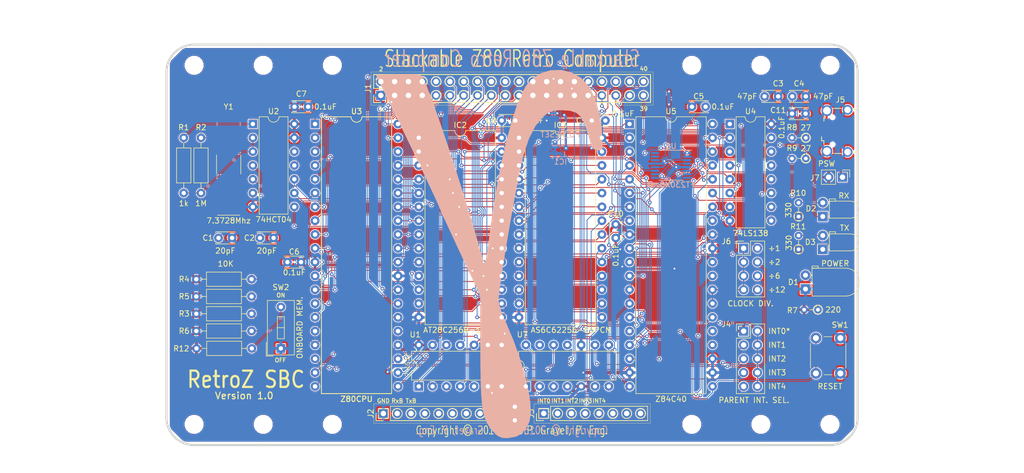
<source format=kicad_pcb>
(kicad_pcb (version 20171130) (host pcbnew "(5.0.1)-4")
  (title_block (title "RetroZ SBC for S80") (date 2018-10-22) (rev 1.0) (comment 1 jeanphilippe.gravel@gmail.com) (comment 2 "Copyright (c) 2018 by J.P. Gravel, P. eng."))
  (layers (0 F.Cu signal) (31 B.Cu signal) (34 B.Paste user) (35 F.Paste user) (36 B.SilkS user hide) (37 F.SilkS user) (38 B.Mask user) (39 F.Mask user) (44 Edge.Cuts user))
  (net 0 "")
  (net 1 GND)
  (net 2 "Net-(C1-Pad1)")
  (net 3 "Net-(C2-Pad1)")
  (net 4 "Net-(C3-Pad1)")
  (net 5 "Net-(C4-Pad1)")
  (net 6 "Net-(C5-Pad1)")
  (net 7 VCC)
  (net 8 "Net-(D1-Pad2)")
  (net 9 "Net-(D2-Pad2)")
  (net 10 "Net-(D2-Pad1)")
  (net 11 "Net-(D3-Pad1)")
  (net 12 "Net-(D3-Pad2)")
  (net 13 /~RESET)
  (net 14 /D3)
  (net 15 /A12)
  (net 16 /D4)
  (net 17 /A7)
  (net 18 /D5)
  (net 19 /A6)
  (net 20 /D6)
  (net 21 /A5)
  (net 22 /D7)
  (net 23 /A4)
  (net 24 /A3)
  (net 25 /A10)
  (net 26 /A2)
  (net 27 /~MRD)
  (net 28 /A1)
  (net 29 /A11)
  (net 30 /A0)
  (net 31 /A9)
  (net 32 /D0)
  (net 33 /A8)
  (net 34 /D1)
  (net 35 /D2)
  (net 36 /~MWR)
  (net 37 /A13)
  (net 38 /RAM_SEL)
  (net 39 /A14)
  (net 40 /~BUSACK)
  (net 41 /~BUSRQ)
  (net 42 /~IORQ)
  (net 43 /~MREQ)
  (net 44 /~WR)
  (net 45 /~RD)
  (net 46 /~HALT)
  (net 47 /~WAIT)
  (net 48 /~RFSH)
  (net 49 /~M1)
  (net 50 /~INT)
  (net 51 /~NMI)
  (net 52 /~CLK)
  (net 53 /A15)
  (net 54 "Net-(J2-Pad8)")
  (net 55 "Net-(J2-Pad7)")
  (net 56 "Net-(J2-Pad6)")
  (net 57 "Net-(J2-Pad5)")
  (net 58 "Net-(J2-Pad4)")
  (net 59 /TxB)
  (net 60 /RxB)
  (net 61 /INT_0)
  (net 62 /INT_1)
  (net 63 /INT_2)
  (net 64 /INT_3)
  (net 65 /INT_4)
  (net 66 "Net-(J3-Pad6)")
  (net 67 "Net-(J3-Pad7)")
  (net 68 "Net-(J3-Pad8)")
  (net 69 /IEI)
  (net 70 "Net-(J5-Pad4)")
  (net 71 "Net-(J5-Pad3)")
  (net 72 "Net-(J5-Pad2)")
  (net 73 /CLK_03)
  (net 74 /SIOB_CLK)
  (net 75 /CLK_02)
  (net 76 /CLK_01)
  (net 77 "Net-(R1-Pad1)")
  (net 78 "Net-(U2-Pad8)")
  (net 79 "Net-(U2-Pad10)")
  (net 80 "Net-(U2-Pad12)")
  (net 81 /SIO2_SEL)
  (net 82 "Net-(U4-Pad7)")
  (net 83 "Net-(U4-Pad14)")
  (net 84 "Net-(U4-Pad13)")
  (net 85 "Net-(U4-Pad12)")
  (net 86 "Net-(U4-Pad11)")
  (net 87 "Net-(U4-Pad10)")
  (net 88 "Net-(U4-Pad9)")
  (net 89 /~CTS)
  (net 90 "Net-(U5-Pad16)")
  (net 91 /Rx)
  (net 92 /Tx)
  (net 93 "Net-(U5-Pad11)")
  (net 94 "Net-(U5-Pad25)")
  (net 95 "Net-(U5-Pad24)")
  (net 96 "Net-(U6-Pad16)")
  (net 97 "Net-(U6-Pad15)")
  (net 98 "Net-(U7-Pad7)")
  (net 99 "Net-(U7-Pad6)")
  (net 100 "Net-(U7-Pad11)")
  (net 101 /~RTS)
  (net 102 "Net-(J5-Pad1)")
  (net 103 /ROM_SEL)
  (net 104 /ONB_MEM)
  (net 105 "Net-(U1-Pad4)")
  (module Resistors_THT:R_Axial_DIN0207_L6.3mm_D2.5mm_P10.16mm_Horizontal (layer F.Cu) (at 91.844303 118.717353)
    (fp_text reference R6 (at -2.225453 0 -180) (layer F.SilkS))
    (fp_text value 10K hide)
    (pad 2 thru_hole oval (at 10.16 0) (size 1.6 1.6) (drill 0.8) (layers *.Cu *.Mask) (net 47 /~WAIT))
    (pad 1 thru_hole circle (at 0 0) (size 1.6 1.6) (drill 0.8) (layers *.Cu *.Mask) (net 7 VCC))
  )
  (module Resistors_THT:R_Axial_DIN0204_L3.6mm_D1.6mm_P2.54mm_Vertical (layer F.Cu) (at 202.5015 103.6955 90)
    (fp_text reference R11 (at 4.191 -0.0635 180) (layer F.SilkS))
    (fp_text value 330 (at 1.2065 -1.778 270) (layer F.SilkS))
    (pad 2 thru_hole oval (at 2.54 0 90) (size 1.4 1.4) (drill 0.7) (layers *.Cu *.Mask) (net 12 "Net-(D3-Pad2)"))
    (pad 1 thru_hole circle (at 0 0 90) (size 1.4 1.4) (drill 0.7) (layers *.Cu *.Mask) (net 7 VCC))
  )
  (module Pin_Headers:Pin_Header_Straight_2x04_Pitch2.54mm (layer F.Cu) (at 192.405 103.505)
    (fp_text reference J6 (at -3.175 -1.27 180) (layer F.SilkS))
    (fp_text value "CLOCK DIV." (at 1.27 10.16 180) (layer F.SilkS))
    (pad 8 thru_hole oval (at 2.54 7.62) (size 1.7 1.7) (drill 1) (layers *.Cu *.Mask) (net 73 /CLK_03))
    (pad 7 thru_hole oval (at 0 7.62) (size 1.7 1.7) (drill 1) (layers *.Cu *.Mask) (net 74 /SIOB_CLK))
    (pad 6 thru_hole oval (at 2.54 5.08) (size 1.7 1.7) (drill 1) (layers *.Cu *.Mask) (net 75 /CLK_02))
    (pad 5 thru_hole oval (at 0 5.08) (size 1.7 1.7) (drill 1) (layers *.Cu *.Mask) (net 74 /SIOB_CLK))
    (pad 4 thru_hole oval (at 2.54 2.54) (size 1.7 1.7) (drill 1) (layers *.Cu *.Mask) (net 76 /CLK_01))
    (pad 3 thru_hole oval (at 0 2.54) (size 1.7 1.7) (drill 1) (layers *.Cu *.Mask) (net 74 /SIOB_CLK))
    (pad 2 thru_hole oval (at 2.54 0) (size 1.7 1.7) (drill 1) (layers *.Cu *.Mask) (net 52 /~CLK))
    (pad 1 thru_hole rect (at 0 0) (size 1.7 1.7) (drill 1) (layers *.Cu *.Mask) (net 74 /SIOB_CLK))
  )
  (module Housings_DIP:DIP-40_W15.24mm (layer F.Cu) (at 171.45 80.645)
    (fp_text reference U5 (at 7.62 -2.33) (layer F.SilkS))
    (fp_text value Z84C40 (at 7.62 50.59) (layer F.SilkS))
    (pad 40 thru_hole oval (at 15.24 0) (size 1.6 1.6) (drill 0.8) (layers *.Cu *.Mask) (net 32 /D0))
    (pad 20 thru_hole oval (at 0 48.26) (size 1.6 1.6) (drill 0.8) (layers *.Cu *.Mask) (net 52 /~CLK))
    (pad 39 thru_hole oval (at 15.24 2.54) (size 1.6 1.6) (drill 0.8) (layers *.Cu *.Mask) (net 35 /D2))
    (pad 19 thru_hole oval (at 0 45.72) (size 1.6 1.6) (drill 0.8) (layers *.Cu *.Mask) (net 1 GND))
    (pad 38 thru_hole oval (at 15.24 5.08) (size 1.6 1.6) (drill 0.8) (layers *.Cu *.Mask) (net 16 /D4))
    (pad 18 thru_hole oval (at 0 43.18) (size 1.6 1.6) (drill 0.8) (layers *.Cu *.Mask) (net 101 /~RTS))
    (pad 37 thru_hole oval (at 15.24 7.62) (size 1.6 1.6) (drill 0.8) (layers *.Cu *.Mask) (net 20 /D6))
    (pad 17 thru_hole oval (at 0 40.64) (size 1.6 1.6) (drill 0.8) (layers *.Cu *.Mask) (net 89 /~CTS))
    (pad 36 thru_hole oval (at 15.24 10.16) (size 1.6 1.6) (drill 0.8) (layers *.Cu *.Mask) (net 42 /~IORQ))
    (pad 16 thru_hole oval (at 0 38.1) (size 1.6 1.6) (drill 0.8) (layers *.Cu *.Mask) (net 90 "Net-(U5-Pad16)"))
    (pad 35 thru_hole oval (at 15.24 12.7) (size 1.6 1.6) (drill 0.8) (layers *.Cu *.Mask) (net 81 /SIO2_SEL))
    (pad 15 thru_hole oval (at 0 35.56) (size 1.6 1.6) (drill 0.8) (layers *.Cu *.Mask) (net 91 /Rx))
    (pad 34 thru_hole oval (at 15.24 15.24) (size 1.6 1.6) (drill 0.8) (layers *.Cu *.Mask) (net 28 /A1))
    (pad 14 thru_hole oval (at 0 33.02) (size 1.6 1.6) (drill 0.8) (layers *.Cu *.Mask) (net 52 /~CLK))
    (pad 33 thru_hole oval (at 15.24 17.78) (size 1.6 1.6) (drill 0.8) (layers *.Cu *.Mask) (net 78 "Net-(U2-Pad8)"))
    (pad 13 thru_hole oval (at 0 30.48) (size 1.6 1.6) (drill 0.8) (layers *.Cu *.Mask) (net 52 /~CLK))
    (pad 32 thru_hole oval (at 15.24 20.32) (size 1.6 1.6) (drill 0.8) (layers *.Cu *.Mask) (net 45 /~RD))
    (pad 12 thru_hole oval (at 0 27.94) (size 1.6 1.6) (drill 0.8) (layers *.Cu *.Mask) (net 92 /Tx))
    (pad 31 thru_hole oval (at 15.24 22.86) (size 1.6 1.6) (drill 0.8) (layers *.Cu *.Mask) (net 1 GND))
    (pad 11 thru_hole oval (at 0 25.4) (size 1.6 1.6) (drill 0.8) (layers *.Cu *.Mask) (net 93 "Net-(U5-Pad11)"))
    (pad 30 thru_hole oval (at 15.24 25.4) (size 1.6 1.6) (drill 0.8) (layers *.Cu *.Mask) (net 47 /~WAIT))
    (pad 10 thru_hole oval (at 0 22.86) (size 1.6 1.6) (drill 0.8) (layers *.Cu *.Mask) (net 47 /~WAIT))
    (pad 29 thru_hole oval (at 15.24 27.94) (size 1.6 1.6) (drill 0.8) (layers *.Cu *.Mask) (net 60 /RxB))
    (pad 9 thru_hole oval (at 0 20.32) (size 1.6 1.6) (drill 0.8) (layers *.Cu *.Mask) (net 7 VCC))
    (pad 28 thru_hole oval (at 15.24 30.48) (size 1.6 1.6) (drill 0.8) (layers *.Cu *.Mask) (net 74 /SIOB_CLK))
    (pad 8 thru_hole oval (at 0 17.78) (size 1.6 1.6) (drill 0.8) (layers *.Cu *.Mask) (net 49 /~M1))
    (pad 27 thru_hole oval (at 15.24 33.02) (size 1.6 1.6) (drill 0.8) (layers *.Cu *.Mask) (net 74 /SIOB_CLK))
    (pad 7 thru_hole oval (at 0 15.24) (size 1.6 1.6) (drill 0.8) (layers *.Cu *.Mask) (net 61 /INT_0))
    (pad 26 thru_hole oval (at 15.24 35.56) (size 1.6 1.6) (drill 0.8) (layers *.Cu *.Mask) (net 59 /TxB))
    (pad 6 thru_hole oval (at 0 12.7) (size 1.6 1.6) (drill 0.8) (layers *.Cu *.Mask) (net 69 /IEI))
    (pad 25 thru_hole oval (at 15.24 38.1) (size 1.6 1.6) (drill 0.8) (layers *.Cu *.Mask) (net 94 "Net-(U5-Pad25)"))
    (pad 5 thru_hole oval (at 0 10.16) (size 1.6 1.6) (drill 0.8) (layers *.Cu *.Mask) (net 50 /~INT))
    (pad 24 thru_hole oval (at 15.24 40.64) (size 1.6 1.6) (drill 0.8) (layers *.Cu *.Mask) (net 95 "Net-(U5-Pad24)"))
    (pad 4 thru_hole oval (at 0 7.62) (size 1.6 1.6) (drill 0.8) (layers *.Cu *.Mask) (net 22 /D7))
    (pad 23 thru_hole oval (at 15.24 43.18) (size 1.6 1.6) (drill 0.8) (layers *.Cu *.Mask) (net 1 GND))
    (pad 3 thru_hole oval (at 0 5.08) (size 1.6 1.6) (drill 0.8) (layers *.Cu *.Mask) (net 18 /D5))
    (pad 22 thru_hole oval (at 15.24 45.72) (size 1.6 1.6) (drill 0.8) (layers *.Cu *.Mask) (net 1 GND))
    (pad 2 thru_hole oval (at 0 2.54) (size 1.6 1.6) (drill 0.8) (layers *.Cu *.Mask) (net 14 /D3))
    (pad 21 thru_hole oval (at 15.24 48.26) (size 1.6 1.6) (drill 0.8) (layers *.Cu *.Mask) (net 13 /~RESET))
    (pad 1 thru_hole rect (at 0 0) (size 1.6 1.6) (drill 0.8) (layers *.Cu *.Mask) (net 34 /D1))
  )
  (module Housings_DIP:DIP-40_W15.24mm (layer F.Cu) (at 113.665 80.645)
    (fp_text reference U3 (at 7.62 -2.33) (layer F.SilkS))
    (fp_text value Z80CPU (at 7.62 50.59) (layer F.SilkS))
    (pad 40 thru_hole oval (at 15.24 0) (size 1.6 1.6) (drill 0.8) (layers *.Cu *.Mask) (net 25 /A10))
    (pad 20 thru_hole oval (at 0 48.26) (size 1.6 1.6) (drill 0.8) (layers *.Cu *.Mask) (net 42 /~IORQ))
    (pad 39 thru_hole oval (at 15.24 2.54) (size 1.6 1.6) (drill 0.8) (layers *.Cu *.Mask) (net 31 /A9))
    (pad 19 thru_hole oval (at 0 45.72) (size 1.6 1.6) (drill 0.8) (layers *.Cu *.Mask) (net 43 /~MREQ))
    (pad 38 thru_hole oval (at 15.24 5.08) (size 1.6 1.6) (drill 0.8) (layers *.Cu *.Mask) (net 33 /A8))
    (pad 18 thru_hole oval (at 0 43.18) (size 1.6 1.6) (drill 0.8) (layers *.Cu *.Mask) (net 46 /~HALT))
    (pad 37 thru_hole oval (at 15.24 7.62) (size 1.6 1.6) (drill 0.8) (layers *.Cu *.Mask) (net 17 /A7))
    (pad 17 thru_hole oval (at 0 40.64) (size 1.6 1.6) (drill 0.8) (layers *.Cu *.Mask) (net 51 /~NMI))
    (pad 36 thru_hole oval (at 15.24 10.16) (size 1.6 1.6) (drill 0.8) (layers *.Cu *.Mask) (net 19 /A6))
    (pad 16 thru_hole oval (at 0 38.1) (size 1.6 1.6) (drill 0.8) (layers *.Cu *.Mask) (net 50 /~INT))
    (pad 35 thru_hole oval (at 15.24 12.7) (size 1.6 1.6) (drill 0.8) (layers *.Cu *.Mask) (net 21 /A5))
    (pad 15 thru_hole oval (at 0 35.56) (size 1.6 1.6) (drill 0.8) (layers *.Cu *.Mask) (net 34 /D1))
    (pad 34 thru_hole oval (at 15.24 15.24) (size 1.6 1.6) (drill 0.8) (layers *.Cu *.Mask) (net 23 /A4))
    (pad 14 thru_hole oval (at 0 33.02) (size 1.6 1.6) (drill 0.8) (layers *.Cu *.Mask) (net 32 /D0))
    (pad 33 thru_hole oval (at 15.24 17.78) (size 1.6 1.6) (drill 0.8) (layers *.Cu *.Mask) (net 24 /A3))
    (pad 13 thru_hole oval (at 0 30.48) (size 1.6 1.6) (drill 0.8) (layers *.Cu *.Mask) (net 22 /D7))
    (pad 32 thru_hole oval (at 15.24 20.32) (size 1.6 1.6) (drill 0.8) (layers *.Cu *.Mask) (net 26 /A2))
    (pad 12 thru_hole oval (at 0 27.94) (size 1.6 1.6) (drill 0.8) (layers *.Cu *.Mask) (net 35 /D2))
    (pad 31 thru_hole oval (at 15.24 22.86) (size 1.6 1.6) (drill 0.8) (layers *.Cu *.Mask) (net 28 /A1))
    (pad 11 thru_hole oval (at 0 25.4) (size 1.6 1.6) (drill 0.8) (layers *.Cu *.Mask) (net 7 VCC))
    (pad 30 thru_hole oval (at 15.24 25.4) (size 1.6 1.6) (drill 0.8) (layers *.Cu *.Mask) (net 30 /A0))
    (pad 10 thru_hole oval (at 0 22.86) (size 1.6 1.6) (drill 0.8) (layers *.Cu *.Mask) (net 20 /D6))
    (pad 29 thru_hole oval (at 15.24 27.94) (size 1.6 1.6) (drill 0.8) (layers *.Cu *.Mask) (net 1 GND))
    (pad 9 thru_hole oval (at 0 20.32) (size 1.6 1.6) (drill 0.8) (layers *.Cu *.Mask) (net 18 /D5))
    (pad 28 thru_hole oval (at 15.24 30.48) (size 1.6 1.6) (drill 0.8) (layers *.Cu *.Mask) (net 48 /~RFSH))
    (pad 8 thru_hole oval (at 0 17.78) (size 1.6 1.6) (drill 0.8) (layers *.Cu *.Mask) (net 14 /D3))
    (pad 27 thru_hole oval (at 15.24 33.02) (size 1.6 1.6) (drill 0.8) (layers *.Cu *.Mask) (net 49 /~M1))
    (pad 7 thru_hole oval (at 0 15.24) (size 1.6 1.6) (drill 0.8) (layers *.Cu *.Mask) (net 16 /D4))
    (pad 26 thru_hole oval (at 15.24 35.56) (size 1.6 1.6) (drill 0.8) (layers *.Cu *.Mask) (net 13 /~RESET))
    (pad 6 thru_hole oval (at 0 12.7) (size 1.6 1.6) (drill 0.8) (layers *.Cu *.Mask) (net 52 /~CLK))
    (pad 25 thru_hole oval (at 15.24 38.1) (size 1.6 1.6) (drill 0.8) (layers *.Cu *.Mask) (net 41 /~BUSRQ))
    (pad 5 thru_hole oval (at 0 10.16) (size 1.6 1.6) (drill 0.8) (layers *.Cu *.Mask) (net 53 /A15))
    (pad 24 thru_hole oval (at 15.24 40.64) (size 1.6 1.6) (drill 0.8) (layers *.Cu *.Mask) (net 47 /~WAIT))
    (pad 4 thru_hole oval (at 0 7.62) (size 1.6 1.6) (drill 0.8) (layers *.Cu *.Mask) (net 39 /A14))
    (pad 23 thru_hole oval (at 15.24 43.18) (size 1.6 1.6) (drill 0.8) (layers *.Cu *.Mask) (net 40 /~BUSACK))
    (pad 3 thru_hole oval (at 0 5.08) (size 1.6 1.6) (drill 0.8) (layers *.Cu *.Mask) (net 37 /A13))
    (pad 22 thru_hole oval (at 15.24 45.72) (size 1.6 1.6) (drill 0.8) (layers *.Cu *.Mask) (net 44 /~WR))
    (pad 2 thru_hole oval (at 0 2.54) (size 1.6 1.6) (drill 0.8) (layers *.Cu *.Mask) (net 15 /A12))
    (pad 21 thru_hole oval (at 15.24 48.26) (size 1.6 1.6) (drill 0.8) (layers *.Cu *.Mask) (net 45 /~RD))
    (pad 1 thru_hole rect (at 0 0) (size 1.6 1.6) (drill 0.8) (layers *.Cu *.Mask) (net 29 /A11))
  )
  (module Housings_DIP:DIP-14_W7.62mm (layer F.Cu) (at 152.4 128.905 90)
    (fp_text reference U7 (at 9.525 -0.635 180) (layer F.SilkS))
    (fp_text value 74LS92 (at 3.8735 -2.0955 270) (layer F.SilkS) (effects (font (size 0.75 0.75) (thickness 0.1))))
    (pad 14 thru_hole oval (at 7.62 0 90) (size 1.6 1.6) (drill 0.8) (layers *.Cu *.Mask) (net 52 /~CLK))
    (pad 7 thru_hole oval (at 0 15.24 90) (size 1.6 1.6) (drill 0.8) (layers *.Cu *.Mask) (net 98 "Net-(U7-Pad7)"))
    (pad 13 thru_hole oval (at 7.62 2.54 90) (size 1.6 1.6) (drill 0.8) (layers *.Cu *.Mask))
    (pad 6 thru_hole oval (at 0 12.7 90) (size 1.6 1.6) (drill 0.8) (layers *.Cu *.Mask) (net 99 "Net-(U7-Pad6)"))
    (pad 12 thru_hole oval (at 7.62 5.08 90) (size 1.6 1.6) (drill 0.8) (layers *.Cu *.Mask) (net 76 /CLK_01))
    (pad 5 thru_hole oval (at 0 10.16 90) (size 1.6 1.6) (drill 0.8) (layers *.Cu *.Mask) (net 7 VCC))
    (pad 11 thru_hole oval (at 7.62 7.62 90) (size 1.6 1.6) (drill 0.8) (layers *.Cu *.Mask) (net 100 "Net-(U7-Pad11)"))
    (pad 4 thru_hole oval (at 0 7.62 90) (size 1.6 1.6) (drill 0.8) (layers *.Cu *.Mask))
    (pad 10 thru_hole oval (at 7.62 10.16 90) (size 1.6 1.6) (drill 0.8) (layers *.Cu *.Mask) (net 1 GND))
    (pad 3 thru_hole oval (at 0 5.08 90) (size 1.6 1.6) (drill 0.8) (layers *.Cu *.Mask))
    (pad 9 thru_hole oval (at 7.62 12.7 90) (size 1.6 1.6) (drill 0.8) (layers *.Cu *.Mask) (net 75 /CLK_02))
    (pad 2 thru_hole oval (at 0 2.54 90) (size 1.6 1.6) (drill 0.8) (layers *.Cu *.Mask))
    (pad 8 thru_hole oval (at 7.62 15.24 90) (size 1.6 1.6) (drill 0.8) (layers *.Cu *.Mask) (net 73 /CLK_03))
    (pad 1 thru_hole rect (at 0 0 90) (size 1.6 1.6) (drill 0.8) (layers *.Cu *.Mask) (net 76 /CLK_01))
  )
  (module Housings_DIP:DIP-28_W15.24mm (layer F.Cu) (at 151.13 83.185)
    (fp_text reference IC3 (at 7.62 -2.33) (layer F.SilkS))
    (fp_text value AS6C62256-55PCN (at 9.525 35.35) (layer F.SilkS))
    (pad 28 thru_hole oval (at 15.24 0) (size 1.6 1.6) (drill 0.8) (layers *.Cu *.Mask) (net 7 VCC))
    (pad 14 thru_hole oval (at 0 33.02) (size 1.6 1.6) (drill 0.8) (layers *.Cu *.Mask) (net 1 GND))
    (pad 27 thru_hole oval (at 15.24 2.54) (size 1.6 1.6) (drill 0.8) (layers *.Cu *.Mask) (net 36 /~MWR))
    (pad 13 thru_hole oval (at 0 30.48) (size 1.6 1.6) (drill 0.8) (layers *.Cu *.Mask) (net 35 /D2))
    (pad 26 thru_hole oval (at 15.24 5.08) (size 1.6 1.6) (drill 0.8) (layers *.Cu *.Mask) (net 37 /A13))
    (pad 12 thru_hole oval (at 0 27.94) (size 1.6 1.6) (drill 0.8) (layers *.Cu *.Mask) (net 34 /D1))
    (pad 25 thru_hole oval (at 15.24 7.62) (size 1.6 1.6) (drill 0.8) (layers *.Cu *.Mask) (net 33 /A8))
    (pad 11 thru_hole oval (at 0 25.4) (size 1.6 1.6) (drill 0.8) (layers *.Cu *.Mask) (net 32 /D0))
    (pad 24 thru_hole oval (at 15.24 10.16) (size 1.6 1.6) (drill 0.8) (layers *.Cu *.Mask) (net 31 /A9))
    (pad 10 thru_hole oval (at 0 22.86) (size 1.6 1.6) (drill 0.8) (layers *.Cu *.Mask) (net 30 /A0))
    (pad 23 thru_hole oval (at 15.24 12.7) (size 1.6 1.6) (drill 0.8) (layers *.Cu *.Mask) (net 29 /A11))
    (pad 9 thru_hole oval (at 0 20.32) (size 1.6 1.6) (drill 0.8) (layers *.Cu *.Mask) (net 28 /A1))
    (pad 22 thru_hole oval (at 15.24 15.24) (size 1.6 1.6) (drill 0.8) (layers *.Cu *.Mask) (net 27 /~MRD))
    (pad 8 thru_hole oval (at 0 17.78) (size 1.6 1.6) (drill 0.8) (layers *.Cu *.Mask) (net 26 /A2))
    (pad 21 thru_hole oval (at 15.24 17.78) (size 1.6 1.6) (drill 0.8) (layers *.Cu *.Mask) (net 25 /A10))
    (pad 7 thru_hole oval (at 0 15.24) (size 1.6 1.6) (drill 0.8) (layers *.Cu *.Mask) (net 24 /A3))
    (pad 20 thru_hole oval (at 15.24 20.32) (size 1.6 1.6) (drill 0.8) (layers *.Cu *.Mask) (net 38 /RAM_SEL))
    (pad 6 thru_hole oval (at 0 12.7) (size 1.6 1.6) (drill 0.8) (layers *.Cu *.Mask) (net 23 /A4))
    (pad 19 thru_hole oval (at 15.24 22.86) (size 1.6 1.6) (drill 0.8) (layers *.Cu *.Mask) (net 22 /D7))
    (pad 5 thru_hole oval (at 0 10.16) (size 1.6 1.6) (drill 0.8) (layers *.Cu *.Mask) (net 21 /A5))
    (pad 18 thru_hole oval (at 15.24 25.4) (size 1.6 1.6) (drill 0.8) (layers *.Cu *.Mask) (net 20 /D6))
    (pad 4 thru_hole oval (at 0 7.62) (size 1.6 1.6) (drill 0.8) (layers *.Cu *.Mask) (net 19 /A6))
    (pad 17 thru_hole oval (at 15.24 27.94) (size 1.6 1.6) (drill 0.8) (layers *.Cu *.Mask) (net 18 /D5))
    (pad 3 thru_hole oval (at 0 5.08) (size 1.6 1.6) (drill 0.8) (layers *.Cu *.Mask) (net 17 /A7))
    (pad 16 thru_hole oval (at 15.24 30.48) (size 1.6 1.6) (drill 0.8) (layers *.Cu *.Mask) (net 16 /D4))
    (pad 2 thru_hole oval (at 0 2.54) (size 1.6 1.6) (drill 0.8) (layers *.Cu *.Mask) (net 15 /A12))
    (pad 15 thru_hole oval (at 15.24 33.02) (size 1.6 1.6) (drill 0.8) (layers *.Cu *.Mask) (net 14 /D3))
    (pad 1 thru_hole rect (at 0 0) (size 1.6 1.6) (drill 0.8) (layers *.Cu *.Mask) (net 39 /A14))
  )
  (module Capacitors_THT:C_Disc_D3.4mm_W2.1mm_P2.50mm (layer F.Cu) (at 95.925 101.6)
    (fp_text reference C1 (at -1.945 0) (layer F.SilkS))
    (fp_text value 20pF (at 1.25 2.36) (layer F.SilkS))
    (pad 2 thru_hole circle (at 2.5 0) (size 1.6 1.6) (drill 0.8) (layers *.Cu *.Mask) (net 1 GND))
    (pad 1 thru_hole circle (at 0 0) (size 1.6 1.6) (drill 0.8) (layers *.Cu *.Mask) (net 2 "Net-(C1-Pad1)"))
  )
  (module Capacitors_THT:C_Disc_D3.4mm_W2.1mm_P2.50mm (layer F.Cu) (at 103.545 101.6)
    (fp_text reference C2 (at -1.945 0) (layer F.SilkS))
    (fp_text value 20pF (at 1.25 2.36) (layer F.SilkS))
    (pad 1 thru_hole circle (at 0 0) (size 1.6 1.6) (drill 0.8) (layers *.Cu *.Mask) (net 3 "Net-(C2-Pad1)"))
    (pad 2 thru_hole circle (at 2.5 0) (size 1.6 1.6) (drill 0.8) (layers *.Cu *.Mask) (net 1 GND))
  )
  (module Capacitors_THT:C_Disc_D3.4mm_W2.1mm_P2.50mm (layer F.Cu) (at 196.255 75.565)
    (fp_text reference C3 (at 2.5 -2.36) (layer F.SilkS))
    (fp_text value 47pF (at -3.215 0) (layer F.SilkS))
    (pad 2 thru_hole circle (at 2.5 0) (size 1.6 1.6) (drill 0.8) (layers *.Cu *.Mask) (net 1 GND))
    (pad 1 thru_hole circle (at 0 0) (size 1.6 1.6) (drill 0.8) (layers *.Cu *.Mask) (net 4 "Net-(C3-Pad1)"))
  )
  (module Capacitors_THT:C_Disc_D3.4mm_W2.1mm_P2.50mm (layer F.Cu) (at 201.335 75.565)
    (fp_text reference C4 (at 1.25 -2.36) (layer F.SilkS))
    (fp_text value 47pF (at 5.675 0) (layer F.SilkS))
    (pad 2 thru_hole circle (at 2.5 0) (size 1.6 1.6) (drill 0.8) (layers *.Cu *.Mask) (net 1 GND))
    (pad 1 thru_hole circle (at 0 0) (size 1.6 1.6) (drill 0.8) (layers *.Cu *.Mask) (net 5 "Net-(C4-Pad1)"))
  )
  (module Capacitors_THT:C_Disc_D3.4mm_W2.1mm_P2.50mm (layer F.Cu) (at 185.42 77.47 180)
    (fp_text reference C5 (at 1.27 1.905 180) (layer F.SilkS))
    (fp_text value 0.1uF (at -3.175 0 180) (layer F.SilkS))
    (pad 1 thru_hole circle (at 0 0 180) (size 1.6 1.6) (drill 0.8) (layers *.Cu *.Mask) (net 6 "Net-(C5-Pad1)"))
    (pad 2 thru_hole circle (at 2.5 0 180) (size 1.6 1.6) (drill 0.8) (layers *.Cu *.Mask) (net 1 GND))
  )
  (module Capacitors_THT:C_Disc_D3.4mm_W2.1mm_P2.50mm (layer F.Cu) (at 111.085 106.045 180)
    (fp_text reference C6 (at 1.25 1.905 180) (layer F.SilkS))
    (fp_text value 0.1uF (at 1.23 -1.905 180) (layer F.SilkS))
    (pad 1 thru_hole circle (at 0 0 180) (size 1.6 1.6) (drill 0.8) (layers *.Cu *.Mask) (net 7 VCC))
    (pad 2 thru_hole circle (at 2.5 0 180) (size 1.6 1.6) (drill 0.8) (layers *.Cu *.Mask) (net 1 GND))
  )
  (module Capacitors_THT:C_Disc_D3.4mm_W2.1mm_P2.50mm (layer F.Cu) (at 109.895 77.47)
    (fp_text reference C7 (at 1.25 -2.36) (layer F.SilkS))
    (fp_text value 0.1uF (at 5.675 0) (layer F.SilkS))
    (pad 2 thru_hole circle (at 2.5 0) (size 1.6 1.6) (drill 0.8) (layers *.Cu *.Mask) (net 1 GND))
    (pad 1 thru_hole circle (at 0 0) (size 1.6 1.6) (drill 0.8) (layers *.Cu *.Mask) (net 7 VCC))
  )
  (module Capacitors_THT:C_Disc_D3.4mm_W2.1mm_P2.50mm (layer F.Cu) (at 147.955 80.01)
    (fp_text reference C8 (at -1.945 0) (layer F.SilkS))
    (fp_text value 0.1uF (at 5.675 0) (layer F.SilkS))
    (pad 1 thru_hole circle (at 0 0) (size 1.6 1.6) (drill 0.8) (layers *.Cu *.Mask) (net 7 VCC))
    (pad 2 thru_hole circle (at 2.5 0) (size 1.6 1.6) (drill 0.8) (layers *.Cu *.Mask) (net 1 GND))
  )
  (module Capacitors_THT:C_Disc_D3.4mm_W2.1mm_P2.50mm (layer F.Cu) (at 167.005 80.01 180)
    (fp_text reference C9 (at 4.405 0 180) (layer F.SilkS))
    (fp_text value 0.1uF (at -3.215 1.27 180) (layer F.SilkS))
    (pad 2 thru_hole circle (at 2.5 0 180) (size 1.6 1.6) (drill 0.8) (layers *.Cu *.Mask) (net 1 GND))
    (pad 1 thru_hole circle (at 0 0 180) (size 1.6 1.6) (drill 0.8) (layers *.Cu *.Mask) (net 7 VCC))
  )
  (module Capacitors_THT:C_Disc_D3.4mm_W2.1mm_P2.50mm (layer F.Cu) (at 168.91 99.1 270)
    (fp_text reference C10 (at -1.945 0) (layer F.SilkS))
    (fp_text value 0.1uF (at 5.675 0 90) (layer F.SilkS))
    (pad 1 thru_hole circle (at 0 0 270) (size 1.6 1.6) (drill 0.8) (layers *.Cu *.Mask) (net 7 VCC))
    (pad 2 thru_hole circle (at 2.5 0 270) (size 1.6 1.6) (drill 0.8) (layers *.Cu *.Mask) (net 1 GND))
  )
  (module Capacitors_THT:C_Disc_D3.4mm_W2.1mm_P2.50mm (layer F.Cu) (at 201.295 78.74)
    (fp_text reference C11 (at -2.54 -0.635) (layer F.SilkS))
    (fp_text value 0.1uF (at -1.905 2.54 90) (layer F.SilkS))
    (pad 2 thru_hole circle (at 2.5 0) (size 1.6 1.6) (drill 0.8) (layers *.Cu *.Mask) (net 1 GND))
    (pad 1 thru_hole circle (at 0 0) (size 1.6 1.6) (drill 0.8) (layers *.Cu *.Mask) (net 7 VCC))
  )
  (module Capacitors_THT:C_Disc_D3.4mm_W2.1mm_P2.50mm (layer F.Cu) (at 150.368 132.6515 270)
    (fp_text reference C12 (at -1.7145 -1.2065) (layer F.SilkS))
    (fp_text value 0.1uF (at 1.0795 2.032 90) (layer F.SilkS))
    (pad 1 thru_hole circle (at 0 0 270) (size 1.6 1.6) (drill 0.8) (layers *.Cu *.Mask) (net 7 VCC))
    (pad 2 thru_hole circle (at 2.5 0 270) (size 1.6 1.6) (drill 0.8) (layers *.Cu *.Mask) (net 1 GND))
  )
  (module LEDs:LED_D5.0mm_Horizontal_O1.27mm_Z3.0mm (layer F.Cu) (at 203.7715 110.998 90)
    (fp_text reference D1 (at 1.27 -2.2225 180) (layer F.SilkS))
    (fp_text value POWER (at 4.699 5.461 180) (layer F.SilkS))
    (pad 2 thru_hole circle (at 2.54 0 90) (size 1.8 1.8) (drill 0.9) (layers *.Cu *.Mask) (net 8 "Net-(D1-Pad2)"))
    (pad 1 thru_hole rect (at 0 0 90) (size 1.8 1.8) (drill 0.9) (layers *.Cu *.Mask) (net 1 GND))
  )
  (module LEDs:LED_D3.0mm_Horizontal_O1.27mm_Z2.0mm (layer F.Cu) (at 206.9465 97.663 90)
    (fp_text reference D2 (at 1.4605 -2.159 180) (layer F.SilkS))
    (fp_text value RX (at 3.81 3.8735 180) (layer F.SilkS))
    (pad 2 thru_hole circle (at 2.54 0 90) (size 1.8 1.8) (drill 0.9) (layers *.Cu *.Mask) (net 9 "Net-(D2-Pad2)"))
    (pad 1 thru_hole rect (at 0 0 90) (size 1.8 1.8) (drill 0.9) (layers *.Cu *.Mask) (net 10 "Net-(D2-Pad1)"))
  )
  (module LEDs:LED_D3.0mm_Horizontal_O1.27mm_Z2.0mm (layer F.Cu) (at 206.9465 103.6955 90)
    (fp_text reference D3 (at 1.3335 -2.286 180) (layer F.SilkS))
    (fp_text value TX (at 3.937 4.0005 180) (layer F.SilkS))
    (pad 1 thru_hole rect (at 0 0 90) (size 1.8 1.8) (drill 0.9) (layers *.Cu *.Mask) (net 11 "Net-(D3-Pad1)"))
    (pad 2 thru_hole circle (at 2.54 0 90) (size 1.8 1.8) (drill 0.9) (layers *.Cu *.Mask) (net 12 "Net-(D3-Pad2)"))
  )
  (module Mounting_Holes:MountingHole_3.2mm_M3 (layer F.Cu) (at 104.14 69.85)
    (fp_text reference H1 hide)
    (fp_text value MountingHole hide)
    (pad 1 np_thru_hole circle (at 0 0) (size 3.2 3.2) (drill 3.2) (layers *.Cu *.Mask))
  )
  (module Mounting_Holes:MountingHole_3.2mm_M3 (layer F.Cu) (at 116.84 69.85)
    (fp_text reference H2 hide)
    (fp_text value MountingHole hide)
    (pad 1 np_thru_hole circle (at 0 0) (size 3.2 3.2) (drill 3.2) (layers *.Cu *.Mask))
  )
  (module Mounting_Holes:MountingHole_3.2mm_M3 (layer F.Cu) (at 182.88 69.85)
    (fp_text reference H3 hide)
    (fp_text value MountingHole hide)
    (pad 1 np_thru_hole circle (at 0 0) (size 3.2 3.2) (drill 3.2) (layers *.Cu *.Mask))
  )
  (module Mounting_Holes:MountingHole_3.2mm_M3 (layer F.Cu) (at 195.58 69.85)
    (fp_text reference H4 hide)
    (fp_text value MountingHole hide)
    (pad 1 np_thru_hole circle (at 0 0) (size 3.2 3.2) (drill 3.2) (layers *.Cu *.Mask))
  )
  (module Mounting_Holes:MountingHole_3.2mm_M3 (layer F.Cu) (at 104.14 135.89)
    (fp_text reference H5 hide)
    (fp_text value MountingHole hide)
    (pad 1 np_thru_hole circle (at 0 0) (size 3.2 3.2) (drill 3.2) (layers *.Cu *.Mask))
  )
  (module Mounting_Holes:MountingHole_3.2mm_M3 (layer F.Cu) (at 116.84 135.89)
    (fp_text reference H6 hide)
    (fp_text value MountingHole hide)
    (pad 1 np_thru_hole circle (at 0 0) (size 3.2 3.2) (drill 3.2) (layers *.Cu *.Mask))
  )
  (module Mounting_Holes:MountingHole_3.2mm_M3 (layer F.Cu) (at 182.88 135.89)
    (fp_text reference H7 hide)
    (fp_text value MountingHole hide)
    (pad 1 np_thru_hole circle (at 0 0) (size 3.2 3.2) (drill 3.2) (layers *.Cu *.Mask))
  )
  (module Mounting_Holes:MountingHole_3.2mm_M3 (layer F.Cu) (at 195.58 135.89)
    (fp_text reference H8 hide)
    (fp_text value MountingHole hide)
    (pad 1 np_thru_hole circle (at 0 0) (size 3.2 3.2) (drill 3.2) (layers *.Cu *.Mask))
  )
  (module TO_SOT_Packages_SMD:SOT-23 (layer B.Cu) (at 158.75 85.09)
    (fp_text reference IC1 (at 0 2.5) (layer B.SilkS) (effects (justify mirror)))
    (fp_text value PO_RESET (at 0 -2.5) (layer B.SilkS) (effects (justify mirror)))
    (pad 3 smd rect (at 1 0) (size 0.9 0.8) (layers B.Cu B.Paste B.Mask) (net 7 VCC))
    (pad 2 smd rect (at -1 -0.95) (size 0.9 0.8) (layers B.Cu B.Paste B.Mask) (net 13 /~RESET))
    (pad 1 smd rect (at -1 0.95) (size 0.9 0.8) (layers B.Cu B.Paste B.Mask) (net 1 GND))
  )
  (module Housings_DIP:DIP-28_W15.24mm (layer F.Cu) (at 132.715 83.185)
    (fp_text reference IC2 (at 7.62 -2.33) (layer F.SilkS))
    (fp_text value AT28C256B-15PU (at 7.62 35.35) (layer F.SilkS))
    (pad 1 thru_hole rect (at 0 0) (size 1.6 1.6) (drill 0.8) (layers *.Cu *.Mask) (net 39 /A14))
    (pad 15 thru_hole oval (at 15.24 33.02) (size 1.6 1.6) (drill 0.8) (layers *.Cu *.Mask) (net 14 /D3))
    (pad 2 thru_hole oval (at 0 2.54) (size 1.6 1.6) (drill 0.8) (layers *.Cu *.Mask) (net 15 /A12))
    (pad 16 thru_hole oval (at 15.24 30.48) (size 1.6 1.6) (drill 0.8) (layers *.Cu *.Mask) (net 16 /D4))
    (pad 3 thru_hole oval (at 0 5.08) (size 1.6 1.6) (drill 0.8) (layers *.Cu *.Mask) (net 17 /A7))
    (pad 17 thru_hole oval (at 15.24 27.94) (size 1.6 1.6) (drill 0.8) (layers *.Cu *.Mask) (net 18 /D5))
    (pad 4 thru_hole oval (at 0 7.62) (size 1.6 1.6) (drill 0.8) (layers *.Cu *.Mask) (net 19 /A6))
    (pad 18 thru_hole oval (at 15.24 25.4) (size 1.6 1.6) (drill 0.8) (layers *.Cu *.Mask) (net 20 /D6))
    (pad 5 thru_hole oval (at 0 10.16) (size 1.6 1.6) (drill 0.8) (layers *.Cu *.Mask) (net 21 /A5))
    (pad 19 thru_hole oval (at 15.24 22.86) (size 1.6 1.6) (drill 0.8) (layers *.Cu *.Mask) (net 22 /D7))
    (pad 6 thru_hole oval (at 0 12.7) (size 1.6 1.6) (drill 0.8) (layers *.Cu *.Mask) (net 23 /A4))
    (pad 20 thru_hole oval (at 15.24 20.32) (size 1.6 1.6) (drill 0.8) (layers *.Cu *.Mask) (net 103 /ROM_SEL))
    (pad 7 thru_hole oval (at 0 15.24) (size 1.6 1.6) (drill 0.8) (layers *.Cu *.Mask) (net 24 /A3))
    (pad 21 thru_hole oval (at 15.24 17.78) (size 1.6 1.6) (drill 0.8) (layers *.Cu *.Mask) (net 25 /A10))
    (pad 8 thru_hole oval (at 0 17.78) (size 1.6 1.6) (drill 0.8) (layers *.Cu *.Mask) (net 26 /A2))
    (pad 22 thru_hole oval (at 15.24 15.24) (size 1.6 1.6) (drill 0.8) (layers *.Cu *.Mask) (net 27 /~MRD))
    (pad 9 thru_hole oval (at 0 20.32) (size 1.6 1.6) (drill 0.8) (layers *.Cu *.Mask) (net 28 /A1))
    (pad 23 thru_hole oval (at 15.24 12.7) (size 1.6 1.6) (drill 0.8) (layers *.Cu *.Mask) (net 29 /A11))
    (pad 10 thru_hole oval (at 0 22.86) (size 1.6 1.6) (drill 0.8) (layers *.Cu *.Mask) (net 30 /A0))
    (pad 24 thru_hole oval (at 15.24 10.16) (size 1.6 1.6) (drill 0.8) (layers *.Cu *.Mask) (net 31 /A9))
    (pad 11 thru_hole oval (at 0 25.4) (size 1.6 1.6) (drill 0.8) (layers *.Cu *.Mask) (net 32 /D0))
    (pad 25 thru_hole oval (at 15.24 7.62) (size 1.6 1.6) (drill 0.8) (layers *.Cu *.Mask) (net 33 /A8))
    (pad 12 thru_hole oval (at 0 27.94) (size 1.6 1.6) (drill 0.8) (layers *.Cu *.Mask) (net 34 /D1))
    (pad 26 thru_hole oval (at 15.24 5.08) (size 1.6 1.6) (drill 0.8) (layers *.Cu *.Mask) (net 37 /A13))
    (pad 13 thru_hole oval (at 0 30.48) (size 1.6 1.6) (drill 0.8) (layers *.Cu *.Mask) (net 35 /D2))
    (pad 27 thru_hole oval (at 15.24 2.54) (size 1.6 1.6) (drill 0.8) (layers *.Cu *.Mask) (net 36 /~MWR))
    (pad 14 thru_hole oval (at 0 33.02) (size 1.6 1.6) (drill 0.8) (layers *.Cu *.Mask) (net 1 GND))
    (pad 28 thru_hole oval (at 15.24 0) (size 1.6 1.6) (drill 0.8) (layers *.Cu *.Mask) (net 7 VCC))
  )
  (module Pin_Headers:Pin_Header_Straight_2x05_Pitch2.54mm (layer F.Cu) (at 192.405 118.745)
    (fp_text reference J4 (at -3.175 -1.27) (layer F.SilkS))
    (fp_text value "PARENT INT. SEL." (at 1.905 12.7) (layer F.SilkS))
    (pad 10 thru_hole oval (at 2.54 10.16) (size 1.7 1.7) (drill 1) (layers *.Cu *.Mask) (net 69 /IEI))
    (pad 9 thru_hole oval (at 0 10.16) (size 1.7 1.7) (drill 1) (layers *.Cu *.Mask) (net 65 /INT_4))
    (pad 8 thru_hole oval (at 2.54 7.62) (size 1.7 1.7) (drill 1) (layers *.Cu *.Mask) (net 69 /IEI))
    (pad 7 thru_hole oval (at 0 7.62) (size 1.7 1.7) (drill 1) (layers *.Cu *.Mask) (net 64 /INT_3))
    (pad 6 thru_hole oval (at 2.54 5.08) (size 1.7 1.7) (drill 1) (layers *.Cu *.Mask) (net 69 /IEI))
    (pad 5 thru_hole oval (at 0 5.08) (size 1.7 1.7) (drill 1) (layers *.Cu *.Mask) (net 63 /INT_2))
    (pad 4 thru_hole oval (at 2.54 2.54) (size 1.7 1.7) (drill 1) (layers *.Cu *.Mask) (net 69 /IEI))
    (pad 3 thru_hole oval (at 0 2.54) (size 1.7 1.7) (drill 1) (layers *.Cu *.Mask) (net 62 /INT_1))
    (pad 2 thru_hole oval (at 2.54 0) (size 1.7 1.7) (drill 1) (layers *.Cu *.Mask) (net 69 /IEI))
    (pad 1 thru_hole rect (at 0 0) (size 1.7 1.7) (drill 1) (layers *.Cu *.Mask) (net 7 VCC))
  )
  (module Connectors_USB:USB_Micro-B_Wuerth-629105150521_CircularHoles (layer F.Cu) (at 209.55 81.915 90)
    (fp_text reference J5 (at 5.715 0.635 180) (layer F.SilkS))
    (fp_text value USB_OTG)
    (pad "" np_thru_hole circle (at 2.5 -0.8 90) (size 0.8 0.8) (drill 0.8) (layers *.Cu *.Mask))
    (pad "" np_thru_hole circle (at -2.5 -0.8 90) (size 0.8 0.8) (drill 0.8) (layers *.Cu *.Mask))
    (pad 6 thru_hole circle (at 3.875 1.95 90) (size 1.8 1.8) (drill 1.2) (layers *.Cu *.Mask) (net 1 GND))
    (pad 6 thru_hole circle (at -3.875 1.95 90) (size 1.8 1.8) (drill 1.2) (layers *.Cu *.Mask) (net 1 GND))
    (pad 6 thru_hole circle (at 3.725 -1.85 90) (size 2 2) (drill 1.4) (layers *.Cu *.Mask) (net 1 GND))
    (pad 6 thru_hole circle (at -3.725 -1.85 90) (size 2 2) (drill 1.4) (layers *.Cu *.Mask) (net 1 GND))
    (pad 5 smd rect (at 1.3 -1.9 90) (size 0.45 1.3) (layers F.Cu F.Paste F.Mask) (net 1 GND))
    (pad 4 smd rect (at 0.65 -1.9 90) (size 0.45 1.3) (layers F.Cu F.Paste F.Mask) (net 70 "Net-(J5-Pad4)"))
    (pad 3 smd rect (at 0 -1.9 90) (size 0.45 1.3) (layers F.Cu F.Paste F.Mask) (net 71 "Net-(J5-Pad3)"))
    (pad 2 smd rect (at -0.65 -1.9 90) (size 0.45 1.3) (layers F.Cu F.Paste F.Mask) (net 72 "Net-(J5-Pad2)"))
    (pad 1 smd rect (at -1.3 -1.9 90) (size 0.45 1.3) (layers F.Cu F.Paste F.Mask) (net 102 "Net-(J5-Pad1)"))
  )
  (module Buttons_Switches_THT:SW_PUSH_6mm_h5mm (layer F.Cu) (at 210.185 120.015 270)
    (fp_text reference SW1 (at -2.413 0.0635) (layer F.SilkS))
    (fp_text value RESET (at 8.89 1.905) (layer F.SilkS))
    (pad 1 thru_hole circle (at 6.5 0) (size 2 2) (drill 1.1) (layers *.Cu *.Mask) (net 1 GND))
    (pad 2 thru_hole circle (at 6.5 4.5) (size 2 2) (drill 1.1) (layers *.Cu *.Mask) (net 13 /~RESET))
    (pad 1 thru_hole circle (at 0 0) (size 2 2) (drill 1.1) (layers *.Cu *.Mask) (net 1 GND))
    (pad 2 thru_hole circle (at 0 4.5) (size 2 2) (drill 1.1) (layers *.Cu *.Mask) (net 13 /~RESET))
  )
  (module Housings_DIP:DIP-14_W7.62mm (layer F.Cu) (at 132.715 128.905 90)
    (fp_text reference U1 (at 9.525 -0.635 180) (layer F.SilkS))
    (fp_text value 74LS32 (at 3.937 -2.0955 270) (layer F.SilkS) (effects (font (size 0.75 0.75) (thickness 0.1))))
    (pad 14 thru_hole oval (at 7.62 0 90) (size 1.6 1.6) (drill 0.8) (layers *.Cu *.Mask) (net 7 VCC))
    (pad 7 thru_hole oval (at 0 15.24 90) (size 1.6 1.6) (drill 0.8) (layers *.Cu *.Mask) (net 1 GND))
    (pad 13 thru_hole oval (at 7.62 2.54 90) (size 1.6 1.6) (drill 0.8) (layers *.Cu *.Mask) (net 44 /~WR))
    (pad 6 thru_hole oval (at 0 12.7 90) (size 1.6 1.6) (drill 0.8) (layers *.Cu *.Mask) (net 38 /RAM_SEL))
    (pad 12 thru_hole oval (at 7.62 5.08 90) (size 1.6 1.6) (drill 0.8) (layers *.Cu *.Mask) (net 43 /~MREQ))
    (pad 5 thru_hole oval (at 0 10.16 90) (size 1.6 1.6) (drill 0.8) (layers *.Cu *.Mask) (net 104 /ONB_MEM))
    (pad 11 thru_hole oval (at 7.62 7.62 90) (size 1.6 1.6) (drill 0.8) (layers *.Cu *.Mask) (net 36 /~MWR))
    (pad 4 thru_hole oval (at 0 7.62 90) (size 1.6 1.6) (drill 0.8) (layers *.Cu *.Mask) (net 105 "Net-(U1-Pad4)"))
    (pad 10 thru_hole oval (at 7.62 10.16 90) (size 1.6 1.6) (drill 0.8) (layers *.Cu *.Mask) (net 45 /~RD))
    (pad 3 thru_hole oval (at 0 5.08 90) (size 1.6 1.6) (drill 0.8) (layers *.Cu *.Mask) (net 103 /ROM_SEL))
    (pad 9 thru_hole oval (at 7.62 12.7 90) (size 1.6 1.6) (drill 0.8) (layers *.Cu *.Mask) (net 43 /~MREQ))
    (pad 2 thru_hole oval (at 0 2.54 90) (size 1.6 1.6) (drill 0.8) (layers *.Cu *.Mask) (net 104 /ONB_MEM))
    (pad 8 thru_hole oval (at 7.62 15.24 90) (size 1.6 1.6) (drill 0.8) (layers *.Cu *.Mask) (net 27 /~MRD))
    (pad 1 thru_hole rect (at 0 0 90) (size 1.6 1.6) (drill 0.8) (layers *.Cu *.Mask) (net 53 /A15))
  )
  (module Housings_DIP:DIP-14_W7.62mm (layer F.Cu) (at 102.235 80.645)
    (fp_text reference U2 (at 3.81 -2.33) (layer F.SilkS))
    (fp_text value 74HCT04 (at 3.81 17.57) (layer F.SilkS))
    (pad 1 thru_hole rect (at 0 0) (size 1.6 1.6) (drill 0.8) (layers *.Cu *.Mask) (net 2 "Net-(C1-Pad1)"))
    (pad 8 thru_hole oval (at 7.62 15.24) (size 1.6 1.6) (drill 0.8) (layers *.Cu *.Mask) (net 78 "Net-(U2-Pad8)"))
    (pad 2 thru_hole oval (at 0 2.54) (size 1.6 1.6) (drill 0.8) (layers *.Cu *.Mask) (net 77 "Net-(R1-Pad1)"))
    (pad 9 thru_hole oval (at 7.62 12.7) (size 1.6 1.6) (drill 0.8) (layers *.Cu *.Mask) (net 30 /A0))
    (pad 3 thru_hole oval (at 0 5.08) (size 1.6 1.6) (drill 0.8) (layers *.Cu *.Mask) (net 77 "Net-(R1-Pad1)"))
    (pad 10 thru_hole oval (at 7.62 10.16) (size 1.6 1.6) (drill 0.8) (layers *.Cu *.Mask) (net 79 "Net-(U2-Pad10)"))
    (pad 4 thru_hole oval (at 0 7.62) (size 1.6 1.6) (drill 0.8) (layers *.Cu *.Mask) (net 52 /~CLK))
    (pad 11 thru_hole oval (at 7.62 7.62) (size 1.6 1.6) (drill 0.8) (layers *.Cu *.Mask) (net 17 /A7))
    (pad 5 thru_hole oval (at 0 10.16) (size 1.6 1.6) (drill 0.8) (layers *.Cu *.Mask) (net 103 /ROM_SEL))
    (pad 12 thru_hole oval (at 7.62 5.08) (size 1.6 1.6) (drill 0.8) (layers *.Cu *.Mask) (net 80 "Net-(U2-Pad12)"))
    (pad 6 thru_hole oval (at 0 12.7) (size 1.6 1.6) (drill 0.8) (layers *.Cu *.Mask) (net 105 "Net-(U1-Pad4)"))
    (pad 13 thru_hole oval (at 7.62 2.54) (size 1.6 1.6) (drill 0.8) (layers *.Cu *.Mask) (net 1 GND))
    (pad 7 thru_hole oval (at 0 15.24) (size 1.6 1.6) (drill 0.8) (layers *.Cu *.Mask) (net 1 GND))
    (pad 14 thru_hole oval (at 7.62 0) (size 1.6 1.6) (drill 0.8) (layers *.Cu *.Mask) (net 7 VCC))
  )
  (module Housings_DIP:DIP-40_W15.24mm (layer F.Cu) (at 113.665 80.645)
    (fp_text reference U3 (at 7.62 -2.33) (layer F.SilkS))
    (fp_text value Z80CPU (at 7.62 50.59) (layer F.SilkS))
    (pad 1 thru_hole rect (at 0 0) (size 1.6 1.6) (drill 0.8) (layers *.Cu *.Mask) (net 29 /A11))
    (pad 21 thru_hole oval (at 15.24 48.26) (size 1.6 1.6) (drill 0.8) (layers *.Cu *.Mask) (net 45 /~RD))
    (pad 2 thru_hole oval (at 0 2.54) (size 1.6 1.6) (drill 0.8) (layers *.Cu *.Mask) (net 15 /A12))
    (pad 22 thru_hole oval (at 15.24 45.72) (size 1.6 1.6) (drill 0.8) (layers *.Cu *.Mask) (net 44 /~WR))
    (pad 3 thru_hole oval (at 0 5.08) (size 1.6 1.6) (drill 0.8) (layers *.Cu *.Mask) (net 37 /A13))
    (pad 23 thru_hole oval (at 15.24 43.18) (size 1.6 1.6) (drill 0.8) (layers *.Cu *.Mask) (net 40 /~BUSACK))
    (pad 4 thru_hole oval (at 0 7.62) (size 1.6 1.6) (drill 0.8) (layers *.Cu *.Mask) (net 39 /A14))
    (pad 24 thru_hole oval (at 15.24 40.64) (size 1.6 1.6) (drill 0.8) (layers *.Cu *.Mask) (net 47 /~WAIT))
    (pad 5 thru_hole oval (at 0 10.16) (size 1.6 1.6) (drill 0.8) (layers *.Cu *.Mask) (net 53 /A15))
    (pad 25 thru_hole oval (at 15.24 38.1) (size 1.6 1.6) (drill 0.8) (layers *.Cu *.Mask) (net 41 /~BUSRQ))
    (pad 6 thru_hole oval (at 0 12.7) (size 1.6 1.6) (drill 0.8) (layers *.Cu *.Mask) (net 52 /~CLK))
    (pad 26 thru_hole oval (at 15.24 35.56) (size 1.6 1.6) (drill 0.8) (layers *.Cu *.Mask) (net 13 /~RESET))
    (pad 7 thru_hole oval (at 0 15.24) (size 1.6 1.6) (drill 0.8) (layers *.Cu *.Mask) (net 16 /D4))
    (pad 27 thru_hole oval (at 15.24 33.02) (size 1.6 1.6) (drill 0.8) (layers *.Cu *.Mask) (net 49 /~M1))
    (pad 8 thru_hole oval (at 0 17.78) (size 1.6 1.6) (drill 0.8) (layers *.Cu *.Mask) (net 14 /D3))
    (pad 28 thru_hole oval (at 15.24 30.48) (size 1.6 1.6) (drill 0.8) (layers *.Cu *.Mask) (net 48 /~RFSH))
    (pad 9 thru_hole oval (at 0 20.32) (size 1.6 1.6) (drill 0.8) (layers *.Cu *.Mask) (net 18 /D5))
    (pad 29 thru_hole oval (at 15.24 27.94) (size 1.6 1.6) (drill 0.8) (layers *.Cu *.Mask) (net 1 GND))
    (pad 10 thru_hole oval (at 0 22.86) (size 1.6 1.6) (drill 0.8) (layers *.Cu *.Mask) (net 20 /D6))
    (pad 30 thru_hole oval (at 15.24 25.4) (size 1.6 1.6) (drill 0.8) (layers *.Cu *.Mask) (net 30 /A0))
    (pad 11 thru_hole oval (at 0 25.4) (size 1.6 1.6) (drill 0.8) (layers *.Cu *.Mask) (net 7 VCC))
    (pad 31 thru_hole oval (at 15.24 22.86) (size 1.6 1.6) (drill 0.8) (layers *.Cu *.Mask) (net 28 /A1))
    (pad 12 thru_hole oval (at 0 27.94) (size 1.6 1.6) (drill 0.8) (layers *.Cu *.Mask) (net 35 /D2))
    (pad 32 thru_hole oval (at 15.24 20.32) (size 1.6 1.6) (drill 0.8) (layers *.Cu *.Mask) (net 26 /A2))
    (pad 13 thru_hole oval (at 0 30.48) (size 1.6 1.6) (drill 0.8) (layers *.Cu *.Mask) (net 22 /D7))
    (pad 33 thru_hole oval (at 15.24 17.78) (size 1.6 1.6) (drill 0.8) (layers *.Cu *.Mask) (net 24 /A3))
    (pad 14 thru_hole oval (at 0 33.02) (size 1.6 1.6) (drill 0.8) (layers *.Cu *.Mask) (net 32 /D0))
    (pad 34 thru_hole oval (at 15.24 15.24) (size 1.6 1.6) (drill 0.8) (layers *.Cu *.Mask) (net 23 /A4))
    (pad 15 thru_hole oval (at 0 35.56) (size 1.6 1.6) (drill 0.8) (layers *.Cu *.Mask) (net 34 /D1))
    (pad 35 thru_hole oval (at 15.24 12.7) (size 1.6 1.6) (drill 0.8) (layers *.Cu *.Mask) (net 21 /A5))
    (pad 16 thru_hole oval (at 0 38.1) (size 1.6 1.6) (drill 0.8) (layers *.Cu *.Mask) (net 50 /~INT))
    (pad 36 thru_hole oval (at 15.24 10.16) (size 1.6 1.6) (drill 0.8) (layers *.Cu *.Mask) (net 19 /A6))
    (pad 17 thru_hole oval (at 0 40.64) (size 1.6 1.6) (drill 0.8) (layers *.Cu *.Mask) (net 51 /~NMI))
    (pad 37 thru_hole oval (at 15.24 7.62) (size 1.6 1.6) (drill 0.8) (layers *.Cu *.Mask) (net 17 /A7))
    (pad 18 thru_hole oval (at 0 43.18) (size 1.6 1.6) (drill 0.8) (layers *.Cu *.Mask) (net 46 /~HALT))
    (pad 38 thru_hole oval (at 15.24 5.08) (size 1.6 1.6) (drill 0.8) (layers *.Cu *.Mask) (net 33 /A8))
    (pad 19 thru_hole oval (at 0 45.72) (size 1.6 1.6) (drill 0.8) (layers *.Cu *.Mask) (net 43 /~MREQ))
    (pad 39 thru_hole oval (at 15.24 2.54) (size 1.6 1.6) (drill 0.8) (layers *.Cu *.Mask) (net 31 /A9))
    (pad 20 thru_hole oval (at 0 48.26) (size 1.6 1.6) (drill 0.8) (layers *.Cu *.Mask) (net 42 /~IORQ))
    (pad 40 thru_hole oval (at 15.24 0) (size 1.6 1.6) (drill 0.8) (layers *.Cu *.Mask) (net 25 /A10))
  )
  (module Housings_DIP:DIP-16_W7.62mm (layer F.Cu) (at 189.865 80.645)
    (fp_text reference U4 (at 3.81 -2.33) (layer F.SilkS))
    (fp_text value 74LS138 (at 3.81 20.11 180) (layer F.SilkS))
    (pad 16 thru_hole oval (at 7.62 0) (size 1.6 1.6) (drill 0.8) (layers *.Cu *.Mask) (net 7 VCC))
    (pad 8 thru_hole oval (at 0 17.78) (size 1.6 1.6) (drill 0.8) (layers *.Cu *.Mask) (net 1 GND))
    (pad 15 thru_hole oval (at 7.62 2.54) (size 1.6 1.6) (drill 0.8) (layers *.Cu *.Mask) (net 81 /SIO2_SEL))
    (pad 7 thru_hole oval (at 0 15.24) (size 1.6 1.6) (drill 0.8) (layers *.Cu *.Mask) (net 82 "Net-(U4-Pad7)"))
    (pad 14 thru_hole oval (at 7.62 5.08) (size 1.6 1.6) (drill 0.8) (layers *.Cu *.Mask) (net 83 "Net-(U4-Pad14)"))
    (pad 6 thru_hole oval (at 0 12.7) (size 1.6 1.6) (drill 0.8) (layers *.Cu *.Mask) (net 79 "Net-(U2-Pad10)"))
    (pad 13 thru_hole oval (at 7.62 7.62) (size 1.6 1.6) (drill 0.8) (layers *.Cu *.Mask) (net 84 "Net-(U4-Pad13)"))
    (pad 5 thru_hole oval (at 0 10.16) (size 1.6 1.6) (drill 0.8) (layers *.Cu *.Mask) (net 19 /A6))
    (pad 12 thru_hole oval (at 7.62 10.16) (size 1.6 1.6) (drill 0.8) (layers *.Cu *.Mask) (net 85 "Net-(U4-Pad12)"))
    (pad 4 thru_hole oval (at 0 7.62) (size 1.6 1.6) (drill 0.8) (layers *.Cu *.Mask) (net 21 /A5))
    (pad 11 thru_hole oval (at 7.62 12.7) (size 1.6 1.6) (drill 0.8) (layers *.Cu *.Mask) (net 86 "Net-(U4-Pad11)"))
    (pad 3 thru_hole oval (at 0 5.08) (size 1.6 1.6) (drill 0.8) (layers *.Cu *.Mask) (net 23 /A4))
    (pad 10 thru_hole oval (at 7.62 15.24) (size 1.6 1.6) (drill 0.8) (layers *.Cu *.Mask) (net 87 "Net-(U4-Pad10)"))
    (pad 2 thru_hole oval (at 0 2.54) (size 1.6 1.6) (drill 0.8) (layers *.Cu *.Mask) (net 24 /A3))
    (pad 9 thru_hole oval (at 7.62 17.78) (size 1.6 1.6) (drill 0.8) (layers *.Cu *.Mask) (net 88 "Net-(U4-Pad9)"))
    (pad 1 thru_hole rect (at 0 0) (size 1.6 1.6) (drill 0.8) (layers *.Cu *.Mask) (net 26 /A2))
  )
  (module Housings_SSOP:TSSOP-16_4.4x5mm_Pitch0.65mm (layer B.Cu) (at 179.07 88.265 180)
    (fp_text reference U6 (at 0 3.55 180) (layer B.SilkS) (effects (justify mirror)))
    (fp_text value FT230XS-U (at 0 -3.55 180) (layer B.SilkS) (effects (justify mirror)))
    (pad 16 smd rect (at 2.95 2.275 180) (size 1.5 0.45) (layers B.Cu B.Paste B.Mask) (net 96 "Net-(U6-Pad16)"))
    (pad 15 smd rect (at 2.95 1.625 180) (size 1.5 0.45) (layers B.Cu B.Paste B.Mask) (net 97 "Net-(U6-Pad15)"))
    (pad 14 smd rect (at 2.95 0.975 180) (size 1.5 0.45) (layers B.Cu B.Paste B.Mask) (net 10 "Net-(D2-Pad1)"))
    (pad 13 smd rect (at 2.95 0.325 180) (size 1.5 0.45) (layers B.Cu B.Paste B.Mask) (net 1 GND))
    (pad 12 smd rect (at 2.95 -0.325 180) (size 1.5 0.45) (layers B.Cu B.Paste B.Mask) (net 7 VCC))
    (pad 11 smd rect (at 2.95 -0.975 180) (size 1.5 0.45) (layers B.Cu B.Paste B.Mask) (net 13 /~RESET))
    (pad 10 smd rect (at 2.95 -1.625 180) (size 1.5 0.45) (layers B.Cu B.Paste B.Mask) (net 6 "Net-(C5-Pad1)"))
    (pad 9 smd rect (at 2.95 -2.275 180) (size 1.5 0.45) (layers B.Cu B.Paste B.Mask) (net 4 "Net-(C3-Pad1)"))
    (pad 8 smd rect (at -2.95 -2.275 180) (size 1.5 0.45) (layers B.Cu B.Paste B.Mask) (net 5 "Net-(C4-Pad1)"))
    (pad 7 smd rect (at -2.95 -1.625 180) (size 1.5 0.45) (layers B.Cu B.Paste B.Mask) (net 11 "Net-(D3-Pad1)"))
    (pad 6 smd rect (at -2.95 -0.975 180) (size 1.5 0.45) (layers B.Cu B.Paste B.Mask) (net 89 /~CTS))
    (pad 5 smd rect (at -2.95 -0.325 180) (size 1.5 0.45) (layers B.Cu B.Paste B.Mask) (net 1 GND))
    (pad 4 smd rect (at -2.95 0.325 180) (size 1.5 0.45) (layers B.Cu B.Paste B.Mask) (net 91 /Rx))
    (pad 3 smd rect (at -2.95 0.975 180) (size 1.5 0.45) (layers B.Cu B.Paste B.Mask) (net 6 "Net-(C5-Pad1)"))
    (pad 2 smd rect (at -2.95 1.625 180) (size 1.5 0.45) (layers B.Cu B.Paste B.Mask) (net 101 /~RTS))
    (pad 1 smd rect (at -2.95 2.275 180) (size 1.5 0.45) (layers B.Cu B.Paste B.Mask) (net 92 /Tx))
  )
  (module Crystals:Crystal_SMD_SeikoEpson_MC405-2pin_9.6x4.1mm_HandSoldering (layer F.Cu) (at 97.79 88.0875 90)
    (fp_text reference Y1 (at 10.6175 0 180) (layer F.SilkS))
    (fp_text value 7.3728Mhz (at -10.3375 0 180) (layer F.SilkS))
    (pad 2 smd rect (at 5.5375 0 90) (size 7.175 4.1) (layers F.Cu F.Paste F.Mask) (net 3 "Net-(C2-Pad1)"))
    (pad 1 smd rect (at -5.5375 0 90) (size 7.175 4.1) (layers F.Cu F.Paste F.Mask) (net 2 "Net-(C1-Pad1)"))
  )
  (module Mounting_Holes:MountingHole_3.2mm_M3 (layer F.Cu) (at 91.44 135.89)
    (fp_text reference H9 hide)
    (fp_text value MountingHole hide)
    (pad 1 np_thru_hole circle (at 0 0) (size 3.2 3.2) (drill 3.2) (layers *.Cu *.Mask))
  )
  (module Mounting_Holes:MountingHole_3.2mm_M3 (layer F.Cu) (at 91.44 69.85)
    (fp_text reference H10 hide)
    (fp_text value MountingHole hide)
    (pad 1 np_thru_hole circle (at 0 0) (size 3.2 3.2) (drill 3.2) (layers *.Cu *.Mask))
  )
  (module Mounting_Holes:MountingHole_3.2mm_M3 (layer F.Cu) (at 208.28 135.89)
    (fp_text reference H11 hide)
    (fp_text value MountingHole hide)
    (pad 1 np_thru_hole circle (at 0 0) (size 3.2 3.2) (drill 3.2) (layers *.Cu *.Mask))
  )
  (module Mounting_Holes:MountingHole_3.2mm_M3 (layer F.Cu) (at 208.28 69.85)
    (fp_text reference H12 hide)
    (fp_text value MountingHole hide)
    (pad 1 np_thru_hole circle (at 0 0) (size 3.2 3.2) (drill 3.2) (layers *.Cu *.Mask))
  )
  (module Resistors_THT:R_Axial_DIN0207_L6.3mm_D2.5mm_P10.16mm_Horizontal (layer F.Cu) (at 89.535 93.345 90)
    (fp_text reference R1 (at 12.065 0 180) (layer F.SilkS))
    (fp_text value 1M (at -1.905 3.175 180) (layer F.SilkS))
    (pad 1 thru_hole circle (at 0 0 90) (size 1.6 1.6) (drill 0.8) (layers *.Cu *.Mask) (net 77 "Net-(R1-Pad1)"))
    (pad 2 thru_hole oval (at 10.16 0 90) (size 1.6 1.6) (drill 0.8) (layers *.Cu *.Mask) (net 2 "Net-(C1-Pad1)"))
  )
  (module Resistors_THT:R_Axial_DIN0207_L6.3mm_D2.5mm_P10.16mm_Horizontal (layer F.Cu) (at 92.71 83.185 270)
    (fp_text reference R2 (at -1.905 0) (layer F.SilkS))
    (fp_text value 1k (at 12.065 3.175) (layer F.SilkS))
    (pad 2 thru_hole oval (at 10.16 0 270) (size 1.6 1.6) (drill 0.8) (layers *.Cu *.Mask) (net 77 "Net-(R1-Pad1)"))
    (pad 1 thru_hole circle (at 0 0 270) (size 1.6 1.6) (drill 0.8) (layers *.Cu *.Mask) (net 3 "Net-(C2-Pad1)"))
  )
  (module Resistors_THT:R_Axial_DIN0207_L6.3mm_D2.5mm_P10.16mm_Horizontal (layer F.Cu) (at 91.844303 115.542353)
    (fp_text reference R3 (at -2.225453 0 -180) (layer F.SilkS))
    (fp_text value 10K hide)
    (pad 2 thru_hole oval (at 10.16 0) (size 1.6 1.6) (drill 0.8) (layers *.Cu *.Mask) (net 51 /~NMI))
    (pad 1 thru_hole circle (at 0 0) (size 1.6 1.6) (drill 0.8) (layers *.Cu *.Mask) (net 7 VCC))
  )
  (module Resistors_THT:R_Axial_DIN0207_L6.3mm_D2.5mm_P10.16mm_Horizontal (layer F.Cu) (at 91.844303 109.192353)
    (fp_text reference R4 (at -2.225453 0 -180) (layer F.SilkS))
    (fp_text value 10K hide)
    (pad 1 thru_hole circle (at 0 0) (size 1.6 1.6) (drill 0.8) (layers *.Cu *.Mask) (net 7 VCC))
    (pad 2 thru_hole oval (at 10.16 0) (size 1.6 1.6) (drill 0.8) (layers *.Cu *.Mask) (net 13 /~RESET))
  )
  (module Resistors_THT:R_Axial_DIN0207_L6.3mm_D2.5mm_P10.16mm_Horizontal (layer F.Cu) (at 91.844303 112.367353)
    (fp_text reference R5 (at -2.225453 0 -180) (layer F.SilkS))
    (fp_text value 10K (at 5.394547 -6.00451 -180) (layer F.SilkS))
    (pad 1 thru_hole circle (at 0 0) (size 1.6 1.6) (drill 0.8) (layers *.Cu *.Mask) (net 7 VCC))
    (pad 2 thru_hole oval (at 10.16 0) (size 1.6 1.6) (drill 0.8) (layers *.Cu *.Mask) (net 50 /~INT))
  )
  (module Resistors_THT:R_Axial_DIN0204_L3.6mm_D1.6mm_P2.54mm_Vertical (layer F.Cu) (at 206.0575 114.808 180)
    (fp_text reference R7 (at 4.699 -0.127 180) (layer F.SilkS))
    (fp_text value 220 (at -2.794 0 180) (layer F.SilkS))
    (pad 1 thru_hole circle (at 0 0 180) (size 1.4 1.4) (drill 0.7) (layers *.Cu *.Mask) (net 8 "Net-(D1-Pad2)"))
    (pad 2 thru_hole oval (at 2.54 0 180) (size 1.4 1.4) (drill 0.7) (layers *.Cu *.Mask) (net 7 VCC))
  )
  (module Resistors_THT:R_Axial_DIN0204_L3.6mm_D1.6mm_P2.54mm_Vertical (layer F.Cu) (at 203.835 83.185 180)
    (fp_text reference R8 (at 2.54 1.905 180) (layer F.SilkS))
    (fp_text value 27 (at 0 1.86 180) (layer F.SilkS))
    (pad 1 thru_hole circle (at 0 0 180) (size 1.4 1.4) (drill 0.7) (layers *.Cu *.Mask) (net 71 "Net-(J5-Pad3)"))
    (pad 2 thru_hole oval (at 2.54 0 180) (size 1.4 1.4) (drill 0.7) (layers *.Cu *.Mask) (net 5 "Net-(C4-Pad1)"))
  )
  (module Resistors_THT:R_Axial_DIN0204_L3.6mm_D1.6mm_P2.54mm_Vertical (layer F.Cu) (at 203.835 86.995 180)
    (fp_text reference R9 (at 2.54 1.905 180) (layer F.SilkS))
    (fp_text value 27 (at 0 1.86 180) (layer F.SilkS))
    (pad 2 thru_hole oval (at 2.54 0 180) (size 1.4 1.4) (drill 0.7) (layers *.Cu *.Mask) (net 4 "Net-(C3-Pad1)"))
    (pad 1 thru_hole circle (at 0 0 180) (size 1.4 1.4) (drill 0.7) (layers *.Cu *.Mask) (net 72 "Net-(J5-Pad2)"))
  )
  (module Resistors_THT:R_Axial_DIN0204_L3.6mm_D1.6mm_P2.54mm_Vertical (layer F.Cu) (at 202.5015 97.663 90)
    (fp_text reference R10 (at 4.318 -0.0635 180) (layer F.SilkS))
    (fp_text value 330 (at 1.2065 -1.8415 270) (layer F.SilkS))
    (pad 2 thru_hole oval (at 2.54 0 90) (size 1.4 1.4) (drill 0.7) (layers *.Cu *.Mask) (net 9 "Net-(D2-Pad2)"))
    (pad 1 thru_hole circle (at 0 0 90) (size 1.4 1.4) (drill 0.7) (layers *.Cu *.Mask) (net 7 VCC))
  )
  (module Libraries:gamma (layer B.Cu) (at 140.335 103.505 180)
    (fp_text reference G*** hide)
    (fp_text value LOGO hide)
  )
  (module Pin_Headers:Pin_Header_Straight_1x02_Pitch2.54mm (layer F.Cu) (at 210.566 90.424 270)
    (fp_text reference J7 (at 0.127 5.08) (layer F.SilkS))
    (fp_text value PSW (at -2.4765 2.921) (layer F.SilkS))
    (pad 2 thru_hole oval (at 0 2.54 270) (size 1.7 1.7) (drill 1) (layers *.Cu *.Mask) (net 7 VCC))
    (pad 1 thru_hole rect (at 0 0 270) (size 1.7 1.7) (drill 1) (layers *.Cu *.Mask) (net 102 "Net-(J5-Pad1)"))
  )
  (module Resistors_THT:R_Axial_DIN0207_L6.3mm_D2.5mm_P10.16mm_Horizontal (layer F.Cu) (at 102.0445 121.92 180)
    (fp_text reference R12 (at 12.954 -0.029236 180) (layer F.SilkS))
    (fp_text value 10K hide)
    (pad 2 thru_hole oval (at 10.16 0 180) (size 1.6 1.6) (drill 0.8) (layers *.Cu *.Mask) (net 7 VCC))
    (pad 1 thru_hole circle (at 0 0 180) (size 1.6 1.6) (drill 0.8) (layers *.Cu *.Mask) (net 104 /ONB_MEM))
  )
  (module Buttons_Switches_THT:SW_DIP_x1_W7.62mm_Slide (layer F.Cu) (at 107.3785 121.92 90)
    (fp_text reference SW2 (at 11.2395 0 180) (layer F.SilkS))
    (fp_text value "ONBOARD MEM." (at 3.81 3.48 90) (layer F.SilkS))
    (pad 2 thru_hole oval (at 7.62 0 90) (size 1.6 1.6) (drill 0.8) (layers *.Cu *.Mask) (net 104 /ONB_MEM))
    (pad 1 thru_hole rect (at 0 0 90) (size 1.6 1.6) (drill 0.8) (layers *.Cu *.Mask) (net 1 GND))
  )
  (module Socket_Strips:Socket_Strip_Straight_1x08_Pitch2.54mm (layer F.Cu) (at 126.21514 133.89102 90)
    (fp_text reference J2 (at 0 -2.33 90) (layer F.SilkS))
    (fp_text value 01x08)
    (pad 8 thru_hole oval (at 0 17.78 90) (size 1.7 1.7) (drill 1) (layers *.Cu *.Mask) (net 54 "Net-(J2-Pad8)"))
    (pad 7 thru_hole oval (at 0 15.24 90) (size 1.7 1.7) (drill 1) (layers *.Cu *.Mask) (net 55 "Net-(J2-Pad7)"))
    (pad 6 thru_hole oval (at 0 12.7 90) (size 1.7 1.7) (drill 1) (layers *.Cu *.Mask) (net 56 "Net-(J2-Pad6)"))
    (pad 5 thru_hole oval (at 0 10.16 90) (size 1.7 1.7) (drill 1) (layers *.Cu *.Mask) (net 57 "Net-(J2-Pad5)"))
    (pad 4 thru_hole oval (at 0 7.62 90) (size 1.7 1.7) (drill 1) (layers *.Cu *.Mask) (net 58 "Net-(J2-Pad4)"))
    (pad 3 thru_hole oval (at 0 5.08 90) (size 1.7 1.7) (drill 1) (layers *.Cu *.Mask) (net 59 /TxB))
    (pad 2 thru_hole oval (at 0 2.54 90) (size 1.7 1.7) (drill 1) (layers *.Cu *.Mask) (net 60 /RxB))
    (pad 1 thru_hole rect (at 0 0 90) (size 1.7 1.7) (drill 1) (layers *.Cu *.Mask) (net 1 GND))
  )
  (module Socket_Strips:Socket_Strip_Straight_1x08_Pitch2.54mm (layer F.Cu) (at 155.6766 133.87832 90)
    (fp_text reference J3 (at 0 -2.33 90) (layer F.SilkS))
    (fp_text value 01x08)
    (pad 1 thru_hole rect (at 0 0 90) (size 1.7 1.7) (drill 1) (layers *.Cu *.Mask) (net 61 /INT_0))
    (pad 2 thru_hole oval (at 0 2.54 90) (size 1.7 1.7) (drill 1) (layers *.Cu *.Mask) (net 62 /INT_1))
    (pad 3 thru_hole oval (at 0 5.08 90) (size 1.7 1.7) (drill 1) (layers *.Cu *.Mask) (net 63 /INT_2))
    (pad 4 thru_hole oval (at 0 7.62 90) (size 1.7 1.7) (drill 1) (layers *.Cu *.Mask) (net 64 /INT_3))
    (pad 5 thru_hole oval (at 0 10.16 90) (size 1.7 1.7) (drill 1) (layers *.Cu *.Mask) (net 65 /INT_4))
    (pad 6 thru_hole oval (at 0 12.7 90) (size 1.7 1.7) (drill 1) (layers *.Cu *.Mask) (net 66 "Net-(J3-Pad6)"))
    (pad 7 thru_hole oval (at 0 15.24 90) (size 1.7 1.7) (drill 1) (layers *.Cu *.Mask) (net 67 "Net-(J3-Pad7)"))
    (pad 8 thru_hole oval (at 0 17.78 90) (size 1.7 1.7) (drill 1) (layers *.Cu *.Mask) (net 68 "Net-(J3-Pad8)"))
  )
  (module Pin_Headers:Pin_Header_Straight_2x20_Pitch2.54mm (layer F.Cu) (at 125.7427 75.3872 90)
    (fp_text reference J1 (at 1.27 -2.33 90) (layer F.SilkS))
    (fp_text value 02x20)
    (pad 40 thru_hole oval (at 2.54 48.26 90) (size 1.7 1.7) (drill 1) (layers *.Cu *.Mask) (net 40 /~BUSACK))
    (pad 39 thru_hole oval (at 0 48.26 90) (size 1.7 1.7) (drill 1) (layers *.Cu *.Mask) (net 41 /~BUSRQ))
    (pad 38 thru_hole oval (at 2.54 45.72 90) (size 1.7 1.7) (drill 1) (layers *.Cu *.Mask) (net 42 /~IORQ))
    (pad 37 thru_hole oval (at 0 45.72 90) (size 1.7 1.7) (drill 1) (layers *.Cu *.Mask) (net 43 /~MREQ))
    (pad 36 thru_hole oval (at 2.54 43.18 90) (size 1.7 1.7) (drill 1) (layers *.Cu *.Mask) (net 44 /~WR))
    (pad 35 thru_hole oval (at 0 43.18 90) (size 1.7 1.7) (drill 1) (layers *.Cu *.Mask) (net 45 /~RD))
    (pad 34 thru_hole oval (at 2.54 40.64 90) (size 1.7 1.7) (drill 1) (layers *.Cu *.Mask) (net 46 /~HALT))
    (pad 33 thru_hole oval (at 0 40.64 90) (size 1.7 1.7) (drill 1) (layers *.Cu *.Mask) (net 47 /~WAIT))
    (pad 32 thru_hole oval (at 2.54 38.1 90) (size 1.7 1.7) (drill 1) (layers *.Cu *.Mask) (net 48 /~RFSH))
    (pad 31 thru_hole oval (at 0 38.1 90) (size 1.7 1.7) (drill 1) (layers *.Cu *.Mask) (net 49 /~M1))
    (pad 30 thru_hole oval (at 2.54 35.56 90) (size 1.7 1.7) (drill 1) (layers *.Cu *.Mask) (net 50 /~INT))
    (pad 29 thru_hole oval (at 0 35.56 90) (size 1.7 1.7) (drill 1) (layers *.Cu *.Mask) (net 51 /~NMI))
    (pad 28 thru_hole oval (at 2.54 33.02 90) (size 1.7 1.7) (drill 1) (layers *.Cu *.Mask) (net 52 /~CLK))
    (pad 27 thru_hole oval (at 0 33.02 90) (size 1.7 1.7) (drill 1) (layers *.Cu *.Mask) (net 13 /~RESET))
    (pad 26 thru_hole oval (at 2.54 30.48 90) (size 1.7 1.7) (drill 1) (layers *.Cu *.Mask) (net 22 /D7))
    (pad 25 thru_hole oval (at 0 30.48 90) (size 1.7 1.7) (drill 1) (layers *.Cu *.Mask) (net 20 /D6))
    (pad 24 thru_hole oval (at 2.54 27.94 90) (size 1.7 1.7) (drill 1) (layers *.Cu *.Mask) (net 18 /D5))
    (pad 23 thru_hole oval (at 0 27.94 90) (size 1.7 1.7) (drill 1) (layers *.Cu *.Mask) (net 16 /D4))
    (pad 22 thru_hole oval (at 2.54 25.4 90) (size 1.7 1.7) (drill 1) (layers *.Cu *.Mask) (net 14 /D3))
    (pad 21 thru_hole oval (at 0 25.4 90) (size 1.7 1.7) (drill 1) (layers *.Cu *.Mask) (net 35 /D2))
    (pad 20 thru_hole oval (at 2.54 22.86 90) (size 1.7 1.7) (drill 1) (layers *.Cu *.Mask) (net 34 /D1))
    (pad 19 thru_hole oval (at 0 22.86 90) (size 1.7 1.7) (drill 1) (layers *.Cu *.Mask) (net 32 /D0))
    (pad 18 thru_hole oval (at 2.54 20.32 90) (size 1.7 1.7) (drill 1) (layers *.Cu *.Mask) (net 53 /A15))
    (pad 17 thru_hole oval (at 0 20.32 90) (size 1.7 1.7) (drill 1) (layers *.Cu *.Mask) (net 39 /A14))
    (pad 16 thru_hole oval (at 2.54 17.78 90) (size 1.7 1.7) (drill 1) (layers *.Cu *.Mask) (net 37 /A13))
    (pad 15 thru_hole oval (at 0 17.78 90) (size 1.7 1.7) (drill 1) (layers *.Cu *.Mask) (net 15 /A12))
    (pad 14 thru_hole oval (at 2.54 15.24 90) (size 1.7 1.7) (drill 1) (layers *.Cu *.Mask) (net 29 /A11))
    (pad 13 thru_hole oval (at 0 15.24 90) (size 1.7 1.7) (drill 1) (layers *.Cu *.Mask) (net 25 /A10))
    (pad 12 thru_hole oval (at 2.54 12.7 90) (size 1.7 1.7) (drill 1) (layers *.Cu *.Mask) (net 31 /A9))
    (pad 11 thru_hole oval (at 0 12.7 90) (size 1.7 1.7) (drill 1) (layers *.Cu *.Mask) (net 33 /A8))
    (pad 10 thru_hole oval (at 2.54 10.16 90) (size 1.7 1.7) (drill 1) (layers *.Cu *.Mask) (net 17 /A7))
    (pad 9 thru_hole oval (at 0 10.16 90) (size 1.7 1.7) (drill 1) (layers *.Cu *.Mask) (net 19 /A6))
    (pad 8 thru_hole oval (at 2.54 7.62 90) (size 1.7 1.7) (drill 1) (layers *.Cu *.Mask) (net 21 /A5))
    (pad 7 thru_hole oval (at 0 7.62 90) (size 1.7 1.7) (drill 1) (layers *.Cu *.Mask) (net 23 /A4))
    (pad 6 thru_hole oval (at 2.54 5.08 90) (size 1.7 1.7) (drill 1) (layers *.Cu *.Mask) (net 24 /A3))
    (pad 5 thru_hole oval (at 0 5.08 90) (size 1.7 1.7) (drill 1) (layers *.Cu *.Mask) (net 26 /A2))
    (pad 4 thru_hole oval (at 2.54 2.54 90) (size 1.7 1.7) (drill 1) (layers *.Cu *.Mask) (net 28 /A1))
    (pad 3 thru_hole oval (at 0 2.54 90) (size 1.7 1.7) (drill 1) (layers *.Cu *.Mask) (net 30 /A0))
    (pad 2 thru_hole oval (at 2.54 0 90) (size 1.7 1.7) (drill 1) (layers *.Cu *.Mask) (net 7 VCC))
    (pad 1 thru_hole rect (at 0 0 90) (size 1.7 1.7) (drill 1) (layers *.Cu *.Mask) (net 1 GND))
  )
  (gr_text OFF (at 107.315 124.079) (layer F.SilkS) (effects (font (size 0.75 0.75))))
  (gr_text ON (at 107.3785 112.141) (layer F.SilkS) (effects (font (size 0.75 0.75))))
  (gr_text 39 (at 174.0535 77.851) (layer F.SilkS) (effects (font (size 0.75 0.75))))
  (gr_text 40 (at 174.0535 70.485) (layer F.SilkS) (effects (font (size 0.75 0.75))))
  (gr_text 2 (at 125.7935 70.5485) (layer F.SilkS) (effects (font (size 0.75 0.75))))
  (gr_text 1 (at 125.7935 77.9145) (layer F.SilkS) (effects (font (size 0.75 0.75))))
  (gr_text INT4 (at 165.862 131.5466) (layer F.SilkS) (effects (font (size 0.75 0.75))))
  (gr_text INT3 (at 163.3474 131.5466) (layer F.SilkS) (effects (font (size 0.75 0.75))))
  (gr_text INT2 (at 160.8074 131.5466) (layer F.SilkS) (effects (font (size 0.75 0.75))))
  (gr_text INT0 (at 155.702 131.572) (layer F.SilkS) (effects (font (size 0.75 0.75))))
  (gr_text INT1 (at 158.2928 131.5466) (layer F.SilkS) (effects (font (size 0.75 0.75))))
  (gr_text TxB (at 131.2926 131.572) (layer F.SilkS) (effects (font (size 0.75 0.75))))
  (gr_text RxB (at 128.778 131.572) (layer F.SilkS) (effects (font (size 0.75 0.75))))
  (gr_text GND (at 126.21006 131.56438) (layer F.SilkS) (effects (font (size 0.75 0.75))))
  (gr_text "Version 1.0" (at 100.6475 130.6195) (layer F.SilkS) (effects (font (size 1.25 1.25) (thickness 0.2))))
  (gr_text "RetroZ SBC" (at 100.965 127.635) (layer F.SilkS) (effects (font (size 3 2.5) (thickness 0.4))))
  (gr_text INT3 (at 196.85 126.365) (layer F.SilkS) (effects (font (size 1 1)) (justify left)))
  (gr_text INT4 (at 196.85 128.905) (layer F.SilkS) (effects (font (size 1 1)) (justify left)))
  (gr_text INT2 (at 196.85 123.825) (layer F.SilkS) (effects (font (size 1 1)) (justify left)))
  (gr_text INT1 (at 196.85 121.285) (layer F.SilkS) (effects (font (size 1 1)) (justify left)))
  (gr_text INT0* (at 196.85 118.745) (layer F.SilkS) (effects (font (size 1 1)) (justify left)))
  (gr_text ÷12 (at 196.85 111.125) (layer F.SilkS) (effects (font (size 1 1)) (justify left)))
  (gr_text ÷6 (at 196.85 108.585) (layer F.SilkS) (effects (font (size 1 1)) (justify left)))
  (gr_text ÷2 (at 196.85 106.045) (layer F.SilkS) (effects (font (size 1 1)) (justify left)))
  (gr_text ÷1 (at 196.85 103.505) (layer F.SilkS) (effects (font (size 1 1)) (justify left)))
  (gr_line (start 195.58 66.04) (end 208.28 66.04) (layer Edge.Cuts) (width 0.4))
  (gr_line (start 91.44 66.04) (end 104.14 66.04) (layer Edge.Cuts) (width 0.4))
  (gr_line (start 104.14 139.7) (end 91.44 139.7) (layer Edge.Cuts) (width 0.4))
  (gr_line (start 195.58 139.7) (end 208.28 139.7) (layer Edge.Cuts) (width 0.4))
  (gr_line (start 104.14 139.7) (end 195.58 139.7) (layer Edge.Cuts) (width 0.4))
  (gr_line (start 195.58 66.04) (end 104.14 66.04) (layer Edge.Cuts) (width 0.4))
  (gr_line (start 124.46 74.12) (end 127 74.12) (layer F.SilkS) (width 0.1))
  (gr_line (start 124.46 71.58) (end 124.46 74.12) (layer F.SilkS) (width 0.1))
  (gr_circle (center 125.745633 72.85) (end 126.533033 72.5198) (layer F.SilkS) (width 0.1))
  (gr_line (start 175.26 71.58) (end 124.46 71.58) (layer F.SilkS) (width 0.1))
  (gr_line (start 127.4826 132.5692) (end 127.4826 135.1854) (layer F.SilkS) (width 0.1))
  (gr_line (start 127.4826 132.5692) (end 145.3134 132.5946) (layer F.SilkS) (width 0.1))
  (gr_line (start 126.1872 135.2108) (end 124.8664 135.2108) (layer F.SilkS) (width 0.1))
  (gr_line (start 145.3134 132.5946) (end 145.3134 135.2108) (layer F.SilkS) (width 0.1))
  (gr_line (start 124.8664 135.2108) (end 124.8664 133.89) (layer F.SilkS) (width 0.1))
  (gr_line (start 145.7706 132.112) (end 124.4346 132.112) (layer F.SilkS) (width 0.05))
  (gr_line (start 145.7706 135.668) (end 145.7706 132.112) (layer F.SilkS) (width 0.05))
  (gr_line (start 145.3134 135.2108) (end 127.4826 135.1854) (layer F.SilkS) (width 0.1))
  (gr_circle (center 131.2926 133.89) (end 132.1054 133.6106) (layer F.SilkS) (width 0.1))
  (gr_circle (center 141.4526 133.89) (end 140.9192 133.1788) (layer F.SilkS) (width 0.1))
  (gr_circle (center 143.9926 133.89) (end 143.129 133.9154) (layer F.SilkS) (width 0.1))
  (gr_circle (center 136.3472 133.89) (end 135.5852 133.4582) (layer F.SilkS) (width 0.1))
  (gr_line (start 124.4346 135.668) (end 145.7706 135.668) (layer F.SilkS) (width 0.05))
  (gr_circle (center 138.9126 133.8646) (end 138.2268 133.3566) (layer F.SilkS) (width 0.1))
  (gr_line (start 127.0762 134.7536) (end 127.0762 133.0264) (layer F.SilkS) (width 0.1))
  (gr_line (start 127.0762 133.0264) (end 125.3236 133.0264) (layer F.SilkS) (width 0.1))
  (gr_line (start 125.3236 133.0264) (end 125.3236 134.7536) (layer F.SilkS) (width 0.1))
  (gr_circle (center 133.858 133.89) (end 133.1722 133.3312) (layer F.SilkS) (width 0.1))
  (gr_line (start 125.3236 134.7536) (end 127.0762 134.7536) (layer F.SilkS) (width 0.1))
  (gr_circle (center 128.778 133.89) (end 128.016 133.4328) (layer F.SilkS) (width 0.1))
  (gr_line (start 124.4346 132.112) (end 124.4346 135.668) (layer F.SilkS) (width 0.05))
  (gr_text "Copyright © 2018 by J.P. Gravel, P. Eng." (at 149.82952 136.97712) (layer B.SilkS) (effects (font (size 1.5 1.1)) (justify mirror)))
  (gr_text "Stackable Z80 Retro Computer" (at 149.86 68.6402) (layer B.SilkS) (effects (font (size 3 2) (thickness 0.25)) (justify mirror)))
  (gr_text "Copyright © 2018 by J.P. Gravel, P. Eng." (at 149.82952 136.97712) (layer F.SilkS) (effects (font (size 1.5 1.1))))
  (gr_text "Stackable Z80 Retro Computer" (at 149.86 68.6402) (layer F.SilkS) (effects (font (size 3 2) (thickness 0.25))))
  (gr_circle (center 171.440233 75.39) (end 172.227633 75.0598) (layer F.SilkS) (width 0.1))
  (gr_circle (center 140.960233 75.39) (end 141.747633 75.0598) (layer F.SilkS) (width 0.1))
  (gr_circle (center 156.200233 75.39) (end 156.987633 75.0598) (layer F.SilkS) (width 0.1))
  (gr_circle (center 173.974367 75.39) (end 174.761767 75.0598) (layer F.SilkS) (width 0.1))
  (gr_circle (center 173.980233 72.85) (end 174.767633 72.5198) (layer F.SilkS) (width 0.1))
  (gr_circle (center 171.440233 72.85) (end 172.227633 72.5198) (layer F.SilkS) (width 0.1))
  (gr_circle (center 166.354367 72.85) (end 167.141767 72.5198) (layer F.SilkS) (width 0.1))
  (gr_circle (center 161.254833 72.85) (end 162.042233 72.5198) (layer F.SilkS) (width 0.1))
  (gr_circle (center 168.894367 75.39) (end 169.681767 75.0598) (layer F.SilkS) (width 0.1))
  (gr_circle (center 166.328967 75.39) (end 167.116367 75.0598) (layer F.SilkS) (width 0.1))
  (gr_circle (center 158.734367 75.39) (end 159.521767 75.0598) (layer F.SilkS) (width 0.1))
  (gr_circle (center 163.820233 72.85) (end 164.607633 72.5198) (layer F.SilkS) (width 0.1))
  (gr_circle (center 161.274367 75.39) (end 162.061767 75.0598) (layer F.SilkS) (width 0.1))
  (gr_circle (center 163.814367 75.39) (end 164.601767 75.0598) (layer F.SilkS) (width 0.1))
  (gr_circle (center 158.740233 72.85) (end 159.527633 72.5198) (layer F.SilkS) (width 0.1))
  (gr_circle (center 168.894367 72.85) (end 169.681767 72.5198) (layer F.SilkS) (width 0.1))
  (gr_circle (center 156.200233 72.85) (end 156.987633 72.5198) (layer F.SilkS) (width 0.1))
  (gr_circle (center 151.088967 75.39) (end 151.876367 75.0598) (layer F.SilkS) (width 0.1))
  (gr_circle (center 143.500233 72.85) (end 144.287633 72.5198) (layer F.SilkS) (width 0.1))
  (gr_circle (center 143.494367 75.39) (end 144.281767 75.0598) (layer F.SilkS) (width 0.1))
  (gr_circle (center 140.960233 72.85) (end 141.747633 72.5198) (layer F.SilkS) (width 0.1))
  (gr_circle (center 153.654367 75.39) (end 154.441767 75.0598) (layer F.SilkS) (width 0.1))
  (gr_circle (center 153.654367 72.85) (end 154.441767 72.5198) (layer F.SilkS) (width 0.1))
  (gr_circle (center 146.014833 72.85) (end 146.802233 72.5198) (layer F.SilkS) (width 0.1))
  (gr_circle (center 148.580233 72.85) (end 149.367633 72.5198) (layer F.SilkS) (width 0.1))
  (gr_circle (center 146.034367 75.39) (end 146.821767 75.0598) (layer F.SilkS) (width 0.1))
  (gr_circle (center 148.574367 75.39) (end 149.361767 75.0598) (layer F.SilkS) (width 0.1))
  (gr_circle (center 151.114367 72.85) (end 151.901767 72.5198) (layer F.SilkS) (width 0.1))
  (gr_circle (center 128.285633 72.85) (end 129.073033 72.5198) (layer F.SilkS) (width 0.1))
  (gr_circle (center 130.800233 72.85) (end 131.587633 72.5198) (layer F.SilkS) (width 0.1))
  (gr_circle (center 133.365633 72.85) (end 134.153033 72.5198) (layer F.SilkS) (width 0.1))
  (gr_circle (center 135.899767 72.85) (end 136.687167 72.5198) (layer F.SilkS) (width 0.1))
  (gr_circle (center 138.439767 72.85) (end 139.227167 72.5198) (layer F.SilkS) (width 0.1))
  (gr_circle (center 138.439767 75.39) (end 139.227167 75.0598) (layer F.SilkS) (width 0.1))
  (gr_circle (center 135.874367 75.39) (end 136.661767 75.0598) (layer F.SilkS) (width 0.1))
  (gr_circle (center 133.359767 75.39) (end 134.147167 75.0598) (layer F.SilkS) (width 0.1))
  (gr_circle (center 130.819767 75.39) (end 131.607167 75.0598) (layer F.SilkS) (width 0.1))
  (gr_circle (center 128.279767 75.39) (end 129.067167 75.0598) (layer F.SilkS) (width 0.1))
  (gr_line (start 124.46 76.66) (end 125.73 76.66) (layer F.SilkS) (width 0.1))
  (gr_line (start 124.46 75.39) (end 124.46 76.66) (layer F.SilkS) (width 0.1))
  (gr_line (start 175.26 76.66) (end 175.26 71.58) (layer F.SilkS) (width 0.1))
  (gr_line (start 127 76.66) (end 175.26 76.66) (layer F.SilkS) (width 0.1))
  (gr_line (start 127 74.12) (end 127 76.66) (layer F.SilkS) (width 0.1))
  (gr_line (start 175.768 71.072) (end 123.952 71.072) (layer F.SilkS) (width 0.05))
  (gr_line (start 175.768 77.168) (end 175.768 71.072) (layer F.SilkS) (width 0.05))
  (gr_line (start 123.952 77.168) (end 175.768 77.168) (layer F.SilkS) (width 0.05))
  (gr_line (start 123.952 71.072) (end 123.952 77.168) (layer F.SilkS) (width 0.05))
  (gr_line (start 175.2346 132.112) (end 153.8986 132.112) (layer F.SilkS) (width 0.05))
  (gr_line (start 175.2346 135.668) (end 175.2346 132.112) (layer F.SilkS) (width 0.05))
  (gr_line (start 153.8986 135.668) (end 175.2346 135.668) (layer F.SilkS) (width 0.05))
  (gr_line (start 153.8986 132.112) (end 153.8986 135.668) (layer F.SilkS) (width 0.05))
  (gr_circle (center 173.4566 133.89) (end 172.593 133.9154) (layer F.SilkS) (width 0.1))
  (gr_circle (center 170.9166 133.89) (end 170.3832 133.1788) (layer F.SilkS) (width 0.1))
  (gr_circle (center 168.3766 133.8646) (end 167.6908 133.3566) (layer F.SilkS) (width 0.1))
  (gr_circle (center 165.8112 133.89) (end 165.0492 133.4582) (layer F.SilkS) (width 0.1))
  (gr_circle (center 163.322 133.89) (end 162.6362 133.3312) (layer F.SilkS) (width 0.1))
  (gr_circle (center 160.7566 133.89) (end 161.5694 133.6106) (layer F.SilkS) (width 0.1))
  (gr_circle (center 158.242 133.89) (end 157.48 133.4328) (layer F.SilkS) (width 0.1))
  (gr_line (start 154.7876 134.7536) (end 156.5402 134.7536) (layer F.SilkS) (width 0.1))
  (gr_line (start 154.7876 133.0264) (end 154.7876 134.7536) (layer F.SilkS) (width 0.1))
  (gr_line (start 156.5402 133.0264) (end 154.7876 133.0264) (layer F.SilkS) (width 0.1))
  (gr_line (start 156.5402 134.7536) (end 156.5402 133.0264) (layer F.SilkS) (width 0.1))
  (gr_line (start 174.7774 135.2108) (end 156.9466 135.1854) (layer F.SilkS) (width 0.1))
  (gr_line (start 174.7774 132.5946) (end 174.7774 135.2108) (layer F.SilkS) (width 0.1))
  (gr_line (start 156.9466 132.5692) (end 174.7774 132.5946) (layer F.SilkS) (width 0.1))
  (gr_line (start 156.9466 132.5692) (end 156.9466 135.1854) (layer F.SilkS) (width 0.1))
  (gr_line (start 154.3304 135.2108) (end 154.3304 133.89) (layer F.SilkS) (width 0.1))
  (gr_line (start 155.6512 135.2108) (end 154.3304 135.2108) (layer F.SilkS) (width 0.1))
  (gr_line (start 213.36 71.12) (end 213.36 134.62) (layer Edge.Cuts) (width 0.4))
  (gr_line (start 86.36 71.12) (end 86.36 134.62) (layer Edge.Cuts) (width 0.4))
  (gr_arc (start 208.28 71.12) (end 213.36 71.12) (angle -90) (layer Edge.Cuts) (width 0.4))
  (gr_arc (start 208.28 134.62) (end 208.28 139.7) (angle -90) (layer Edge.Cuts) (width 0.4))
  (gr_arc (start 91.44 134.62) (end 86.36 134.62) (angle -90) (layer Edge.Cuts) (width 0.4))
  (gr_arc (start 91.44 71.12) (end 91.44 66.04) (angle -90) (layer Edge.Cuts) (width 0.4))
  (via (at 156.21 80.01) (size 0.6858) (drill 0.3302) (layers F.Cu B.Cu) (net 1))
  (segment (start 157.7 86.04) (end 157.75 86.04) (width 0.4) (layer B.Cu) (net 1))
  (segment (start 156.21 80.01) (end 156.21 84.55) (width 0.4) (layer B.Cu) (net 1))
  (via (at 179.705 107.2515) (size 0.6858) (drill 0.3302) (layers F.Cu B.Cu) (net 1))
  (via (at 169.7355 103.6955) (size 0.6858) (drill 0.3302) (layers F.Cu B.Cu) (net 1))
  (segment (start 169.392601 103.352601) (end 169.7355 103.6955) (width 0.4) (layer F.Cu) (net 1))
  (segment (start 168.91 102.87) (end 169.392601 103.352601) (width 0.4) (layer F.Cu) (net 1))
  (segment (start 168.91 101.6) (end 168.91 102.87) (width 0.4) (layer F.Cu) (net 1))
  (segment (start 169.7355 106.4895) (end 169.773601 106.527601) (width 0.4) (layer B.Cu) (net 1))
  (segment (start 179.705 107.2515) (end 170.4975 107.2515) (width 0.4) (layer F.Cu) (net 1))
  (segment (start 169.773601 106.527601) (end 170.1165 106.8705) (width 0.4) (layer B.Cu) (net 1))
  (segment (start 170.4975 107.2515) (end 170.459399 107.213399) (width 0.4) (layer F.Cu) (net 1))
  (segment (start 170.459399 107.213399) (end 170.1165 106.8705) (width 0.4) (layer F.Cu) (net 1))
  (segment (start 169.7355 103.6955) (end 169.7355 106.4895) (width 0.4) (layer B.Cu) (net 1))
  (via (at 170.1165 106.8705) (size 0.6858) (drill 0.3302) (layers F.Cu B.Cu) (net 1))
  (via (at 177.836217 87.475717) (size 0.6858) (drill 0.3302) (layers F.Cu B.Cu) (net 1))
  (segment (start 176.12 87.94) (end 177.371934 87.94) (width 0.4) (layer B.Cu) (net 1))
  (segment (start 177.371934 87.94) (end 177.836217 87.475717) (width 0.4) (layer B.Cu) (net 1))
  (via (at 180.0225 88.5825) (size 0.6858) (drill 0.3302) (layers F.Cu B.Cu) (net 1))
  (segment (start 177.836217 87.475717) (end 178.915717 87.475717) (width 0.4) (layer F.Cu) (net 1))
  (segment (start 178.915717 87.475717) (end 180.0225 88.5825) (width 0.4) (layer F.Cu) (net 1))
  (segment (start 182.0125 88.5825) (end 182.02 88.59) (width 0.4) (layer B.Cu) (net 1))
  (segment (start 180.0225 88.5825) (end 182.0125 88.5825) (width 0.4) (layer B.Cu) (net 1))
  (via (at 157.48 72.340099) (size 0.6858) (drill 0.3302) (layers F.Cu B.Cu) (net 1))
  (segment (start 156.21 84.55) (end 157.7 86.04) (width 0.4) (layer B.Cu) (net 1))
  (segment (start 157.48 79.9465) (end 157.48 72.340099) (width 0.4) (layer F.Cu) (net 1))
  (segment (start 163.37363 80.01) (end 156.21 80.01) (width 0.762) (layer F.Cu) (net 1))
  (segment (start 164.505 80.01) (end 163.37363 80.01) (width 0.762) (layer F.Cu) (net 1))
  (segment (start 156.21 80.01) (end 150.455 80.01) (width 0.762) (layer F.Cu) (net 1))
  (segment (start 207.65 78.24) (end 207.7 78.19) (width 0.4) (layer F.Cu) (net 1))
  (segment (start 207.65 80.615) (end 207.65 78.24) (width 0.4) (layer F.Cu) (net 1))
  (segment (start 131.444901 117.475099) (end 127.825401 117.475099) (width 0.635) (layer B.Cu) (net 1))
  (segment (start 132.715 116.205) (end 131.444901 117.475099) (width 0.635) (layer B.Cu) (net 1))
  (segment (start 127.825401 117.475099) (end 126.746 118.5545) (width 0.635) (layer B.Cu) (net 1))
  (via (at 162.940998 126.36501) (size 0.6858) (drill 0.3302) (layers F.Cu B.Cu) (net 1))
  (segment (start 171.45 126.365) (end 162.941008 126.365) (width 0.635) (layer F.Cu) (net 1))
  (segment (start 162.56 125.984012) (end 162.598099 126.022111) (width 0.635) (layer B.Cu) (net 1))
  (segment (start 162.941008 126.365) (end 162.940998 126.36501) (width 0.635) (layer F.Cu) (net 1))
  (segment (start 162.56 121.285) (end 162.56 125.984012) (width 0.635) (layer B.Cu) (net 1))
  (segment (start 162.598099 126.022111) (end 162.940998 126.36501) (width 0.635) (layer B.Cu) (net 1))
  (segment (start 95.5876 93.625) (end 97.79 93.625) (width 0.1524) (layer F.Cu) (net 2))
  (segment (start 89.535 87.5724) (end 95.5876 93.625) (width 0.1524) (layer F.Cu) (net 2))
  (segment (start 89.535 83.185) (end 89.535 87.5724) (width 0.1524) (layer F.Cu) (net 2))
  (segment (start 97.79 99.735) (end 95.925 101.6) (width 0.1524) (layer F.Cu) (net 2))
  (segment (start 97.79 93.625) (end 97.79 99.735) (width 0.1524) (layer F.Cu) (net 2))
  (segment (start 92.075 80.645) (end 102.235 80.645) (width 0.1524) (layer B.Cu) (net 2))
  (segment (start 89.535 83.185) (end 92.075 80.645) (width 0.1524) (layer B.Cu) (net 2))
  (segment (start 97.155 83.185) (end 97.79 82.55) (width 0.1524) (layer F.Cu) (net 3))
  (segment (start 92.71 83.185) (end 97.155 83.185) (width 0.1524) (layer F.Cu) (net 3))
  (segment (start 97.79 86.2899) (end 97.79 82.55) (width 0.1524) (layer F.Cu) (net 3))
  (segment (start 100.068601 88.568501) (end 97.79 86.2899) (width 0.1524) (layer F.Cu) (net 3))
  (segment (start 100.068601 98.123601) (end 100.068601 88.568501) (width 0.1524) (layer F.Cu) (net 3))
  (segment (start 103.545 101.6) (end 100.068601 98.123601) (width 0.1524) (layer F.Cu) (net 3))
  (segment (start 197.054999 76.364999) (end 196.255 75.565) (width 0.1524) (layer F.Cu) (net 4))
  (segment (start 199.644 78.954) (end 197.054999 76.364999) (width 0.1524) (layer F.Cu) (net 4))
  (segment (start 199.644 85.344) (end 199.644 78.954) (width 0.1524) (layer F.Cu) (net 4))
  (segment (start 201.295 86.995) (end 199.644 85.344) (width 0.1524) (layer F.Cu) (net 4))
  (via (at 177.413354 90.227854) (size 0.6858) (drill 0.3302) (layers F.Cu B.Cu) (net 4))
  (segment (start 176.12 90.54) (end 177.101208 90.54) (width 0.1524) (layer B.Cu) (net 4))
  (segment (start 177.101208 90.54) (end 177.413354 90.227854) (width 0.1524) (layer B.Cu) (net 4))
  (segment (start 177.756253 90.570753) (end 178.518253 90.570753) (width 0.1524) (layer F.Cu) (net 4))
  (segment (start 177.413354 90.227854) (end 177.756253 90.570753) (width 0.1524) (layer F.Cu) (net 4))
  (segment (start 178.518253 90.570753) (end 179.324 91.3765) (width 0.1524) (layer F.Cu) (net 4))
  (segment (start 179.324 91.3765) (end 182.3085 91.3765) (width 0.1524) (layer F.Cu) (net 4))
  (via (at 183.221421 91.1225) (size 0.6858) (drill 0.3302) (layers F.Cu B.Cu) (net 4))
  (segment (start 182.3085 91.3765) (end 182.967421 91.3765) (width 0.1524) (layer F.Cu) (net 4))
  (segment (start 182.967421 91.3765) (end 183.221421 91.1225) (width 0.1524) (layer F.Cu) (net 4))
  (via (at 183.4515 93.853) (size 0.6858) (drill 0.3302) (layers F.Cu B.Cu) (net 4))
  (via (at 201.295 93.7895) (size 0.6858) (drill 0.3302) (layers F.Cu B.Cu) (net 4))
  (segment (start 200.40609 94.67841) (end 201.295 93.7895) (width 0.1524) (layer F.Cu) (net 4))
  (segment (start 183.4515 93.853) (end 184.27691 94.67841) (width 0.1524) (layer F.Cu) (net 4))
  (segment (start 184.27691 94.67841) (end 200.40609 94.67841) (width 0.1524) (layer F.Cu) (net 4))
  (segment (start 201.295 93.7895) (end 201.295 86.995) (width 0.1524) (layer B.Cu) (net 4))
  (segment (start 183.221421 93.622921) (end 183.4515 93.853) (width 0.1524) (layer B.Cu) (net 4))
  (segment (start 183.221421 91.1225) (end 183.221421 93.622921) (width 0.1524) (layer B.Cu) (net 4))
  (segment (start 201.994999 82.485001) (end 201.295 83.185) (width 0.1524) (layer B.Cu) (net 5))
  (segment (start 202.323601 82.156399) (end 201.994999 82.485001) (width 0.1524) (layer B.Cu) (net 5))
  (segment (start 202.323601 78.246271) (end 202.323601 82.156399) (width 0.1524) (layer B.Cu) (net 5))
  (segment (start 201.335 77.25767) (end 202.323601 78.246271) (width 0.1524) (layer B.Cu) (net 5))
  (segment (start 201.335 75.565) (end 201.335 77.25767) (width 0.1524) (layer B.Cu) (net 5))
  (via (at 185.6105 87.376) (size 0.6858) (drill 0.3302) (layers F.Cu B.Cu) (net 5))
  (segment (start 182.891 90.54) (end 182.02 90.54) (width 0.1524) (layer B.Cu) (net 5))
  (segment (start 185.267601 88.163399) (end 182.891 90.54) (width 0.1524) (layer B.Cu) (net 5))
  (segment (start 185.6105 87.376) (end 185.267601 87.718899) (width 0.1524) (layer B.Cu) (net 5))
  (segment (start 185.267601 87.718899) (end 185.267601 88.163399) (width 0.1524) (layer B.Cu) (net 5))
  (segment (start 201.994999 83.884999) (end 201.295 83.185) (width 0.1524) (layer F.Cu) (net 5))
  (segment (start 202.223601 84.113601) (end 201.994999 83.884999) (width 0.1524) (layer F.Cu) (net 5))
  (segment (start 202.223601 87.440729) (end 202.223601 84.113601) (width 0.1524) (layer F.Cu) (net 5))
  (segment (start 201.740729 87.923601) (end 202.223601 87.440729) (width 0.1524) (layer F.Cu) (net 5))
  (segment (start 199.327803 87.923601) (end 201.740729 87.923601) (width 0.1524) (layer F.Cu) (net 5))
  (segment (start 198.640601 87.236399) (end 199.327803 87.923601) (width 0.1524) (layer F.Cu) (net 5))
  (segment (start 185.750101 87.236399) (end 198.640601 87.236399) (width 0.1524) (layer F.Cu) (net 5))
  (segment (start 185.6105 87.376) (end 185.750101 87.236399) (width 0.1524) (layer F.Cu) (net 5))
  (segment (start 184.620001 78.269999) (end 185.42 77.47) (width 0.1524) (layer B.Cu) (net 6))
  (segment (start 181.041399 81.848601) (end 184.620001 78.269999) (width 0.1524) (layer B.Cu) (net 6))
  (segment (start 181.041399 87.213799) (end 181.041399 81.848601) (width 0.1524) (layer B.Cu) (net 6))
  (segment (start 181.1176 87.29) (end 181.041399 87.213799) (width 0.1524) (layer B.Cu) (net 6))
  (segment (start 182.02 87.29) (end 181.1176 87.29) (width 0.1524) (layer B.Cu) (net 6))
  (segment (start 176.807294 89.89) (end 176.12 89.89) (width 0.1524) (layer B.Cu) (net 6))
  (segment (start 177.086381 89.610913) (end 176.807294 89.89) (width 0.1524) (layer B.Cu) (net 6))
  (segment (start 179.6224 87.29) (end 177.301487 89.610913) (width 0.1524) (layer B.Cu) (net 6))
  (segment (start 177.301487 89.610913) (end 177.086381 89.610913) (width 0.1524) (layer B.Cu) (net 6))
  (segment (start 181.1176 87.29) (end 179.6224 87.29) (width 0.1524) (layer B.Cu) (net 6))
  (segment (start 166.37 80.645) (end 167.005 80.01) (width 0.4) (layer B.Cu) (net 7))
  (segment (start 166.37 83.185) (end 166.37 80.645) (width 0.4) (layer B.Cu) (net 7))
  (via (at 164.465 85.089999) (size 0.6858) (drill 0.3302) (layers F.Cu B.Cu) (net 7))
  (segment (start 159.766 85.09) (end 159.766 85.09) (width 0.4) (layer F.Cu) (net 7))
  (segment (start 163.980067 85.089999) (end 164.465 85.089999) (width 0.4) (layer F.Cu) (net 7))
  (segment (start 166.37 83.185) (end 164.807899 84.7471) (width 0.4) (layer B.Cu) (net 7))
  (segment (start 164.807899 84.7471) (end 164.465 85.089999) (width 0.4) (layer B.Cu) (net 7))
  (segment (start 147.955 80.01) (end 147.955 83.185) (width 0.4) (layer B.Cu) (net 7))
  (via (at 178.689 74.676) (size 0.6858) (drill 0.3302) (layers F.Cu B.Cu) (net 7))
  (segment (start 169.585 99.1) (end 171.45 100.965) (width 0.4) (layer F.Cu) (net 7))
  (segment (start 168.91 99.1) (end 169.585 99.1) (width 0.4) (layer F.Cu) (net 7))
  (segment (start 176.12 88.59) (end 177.602 88.59) (width 0.254) (layer B.Cu) (net 7))
  (segment (start 177.602 88.59) (end 178.689 87.503) (width 0.254) (layer B.Cu) (net 7))
  (via (at 167.9575 84.785101) (size 0.6858) (drill 0.3302) (layers F.Cu B.Cu) (net 7))
  (segment (start 166.37 83.185) (end 166.37 83.197601) (width 0.4) (layer B.Cu) (net 7))
  (segment (start 166.37 83.197601) (end 167.9575 84.785101) (width 0.4) (layer B.Cu) (net 7))
  (via (at 178.689 77.0255) (size 0.6858) (drill 0.3302) (layers F.Cu B.Cu) (net 7))
  (segment (start 178.689 74.676) (end 178.689 77.0255) (width 0.762) (layer B.Cu) (net 7))
  (segment (start 178.689 87.503) (end 178.689 77.0255) (width 0.254) (layer B.Cu) (net 7))
  (segment (start 159.766 85.09) (end 163.980067 85.089999) (width 0.4) (layer F.Cu) (net 7))
  (segment (start 158.1785 78.6765) (end 156.6545 78.6765) (width 0.4) (layer B.Cu) (net 7))
  (via (at 159.766 85.09) (size 0.6858) (drill 0.3302) (layers F.Cu B.Cu) (net 7))
  (via (at 158.1785 78.6765) (size 0.6858) (drill 0.3302) (layers F.Cu B.Cu) (net 7))
  (via (at 156.6545 78.6765) (size 0.6858) (drill 0.3302) (layers F.Cu B.Cu) (net 7))
  (segment (start 149.2885 78.6765) (end 147.955 80.01) (width 0.4) (layer F.Cu) (net 7))
  (segment (start 156.6545 78.6765) (end 149.2885 78.6765) (width 0.4) (layer F.Cu) (net 7))
  (via (at 159.448504 78.994) (size 0.6858) (drill 0.3302) (layers F.Cu B.Cu) (net 7))
  (segment (start 158.1785 78.6765) (end 159.131004 78.6765) (width 0.4) (layer F.Cu) (net 7))
  (segment (start 159.131004 78.6765) (end 159.448504 78.994) (width 0.4) (layer F.Cu) (net 7))
  (segment (start 159.75 85.09) (end 159.75 79.295496) (width 0.4) (layer B.Cu) (net 7))
  (segment (start 159.75 79.295496) (end 159.448504 78.994) (width 0.4) (layer B.Cu) (net 7))
  (via (at 127 126.238) (size 0.6858) (drill 0.3302) (layers F.Cu B.Cu) (net 7))
  (segment (start 132.715 122.41637) (end 132.715 121.285) (width 0.635) (layer B.Cu) (net 7))
  (segment (start 132.715 122.424448) (end 132.715 122.41637) (width 0.635) (layer B.Cu) (net 7))
  (segment (start 130.044349 125.095099) (end 132.715 122.424448) (width 0.635) (layer B.Cu) (net 7))
  (segment (start 128.142901 125.095099) (end 130.044349 125.095099) (width 0.635) (layer B.Cu) (net 7))
  (segment (start 127 126.238) (end 128.142901 125.095099) (width 0.635) (layer B.Cu) (net 7))
  (segment (start 151.167999 131.851501) (end 150.368 132.6515) (width 0.635) (layer B.Cu) (net 7))
  (segment (start 152.006397 131.013103) (end 151.167999 131.851501) (width 0.635) (layer B.Cu) (net 7))
  (segment (start 160.451897 131.013103) (end 152.006397 131.013103) (width 0.635) (layer B.Cu) (net 7))
  (segment (start 162.56 128.905) (end 160.451897 131.013103) (width 0.635) (layer B.Cu) (net 7))
  (segment (start 206.0575 110.744) (end 206.0575 114.808) (width 0.1524) (layer F.Cu) (net 8))
  (segment (start 203.7715 108.458) (end 206.0575 110.744) (width 0.1524) (layer F.Cu) (net 8))
  (segment (start 202.5015 95.123) (end 206.9465 95.123) (width 0.1524) (layer F.Cu) (net 9))
  (via (at 178.0667 84.5185) (size 0.6858) (drill 0.3302) (layers F.Cu B.Cu) (net 10))
  (segment (start 178.0667 86.2457) (end 178.0667 84.5185) (width 0.1524) (layer B.Cu) (net 10))
  (segment (start 176.12 87.29) (end 177.0224 87.29) (width 0.1524) (layer B.Cu) (net 10))
  (segment (start 177.0224 87.29) (end 178.0667 86.2457) (width 0.1524) (layer B.Cu) (net 10))
  (via (at 199.0725 84.5185) (size 0.6858) (drill 0.3302) (layers F.Cu B.Cu) (net 10))
  (segment (start 178.0667 84.5185) (end 197.80083 84.5185) (width 0.1524) (layer F.Cu) (net 10))
  (segment (start 197.80083 84.5185) (end 199.0725 84.5185) (width 0.1524) (layer F.Cu) (net 10))
  (segment (start 199.0725 84.5185) (end 202.73283 84.5185) (width 0.1524) (layer B.Cu) (net 10))
  (segment (start 202.73283 84.5185) (end 205.359 87.14467) (width 0.1524) (layer B.Cu) (net 10))
  (segment (start 205.8941 97.663) (end 206.9465 97.663) (width 0.1524) (layer B.Cu) (net 10))
  (segment (start 205.359 97.1279) (end 205.8941 97.663) (width 0.1524) (layer B.Cu) (net 10))
  (segment (start 205.359 87.14467) (end 205.359 97.1279) (width 0.1524) (layer B.Cu) (net 10))
  (via (at 184.531 88.0745) (size 0.6858) (drill 0.3302) (layers F.Cu B.Cu) (net 11))
  (segment (start 184.531 88.2814) (end 184.531 88.0745) (width 0.1524) (layer B.Cu) (net 11))
  (segment (start 182.02 89.89) (end 182.9224 89.89) (width 0.1524) (layer B.Cu) (net 11))
  (segment (start 182.9224 89.89) (end 184.531 88.2814) (width 0.1524) (layer B.Cu) (net 11))
  (segment (start 208.075101 102.566899) (end 206.9465 103.6955) (width 0.1524) (layer F.Cu) (net 11))
  (segment (start 208.075101 94.581271) (end 208.075101 102.566899) (width 0.1524) (layer F.Cu) (net 11))
  (segment (start 202.96533 89.4715) (end 208.075101 94.581271) (width 0.1524) (layer F.Cu) (net 11))
  (segment (start 184.531 88.0745) (end 185.928 89.4715) (width 0.1524) (layer F.Cu) (net 11))
  (segment (start 185.928 89.4715) (end 202.96533 89.4715) (width 0.1524) (layer F.Cu) (net 11))
  (segment (start 202.5015 101.1555) (end 206.9465 101.1555) (width 0.1524) (layer F.Cu) (net 12))
  (segment (start 157.8 84.14) (end 157.75 84.14) (width 0.1524) (layer B.Cu) (net 13))
  (segment (start 158.7627 83.1773) (end 157.8 84.14) (width 0.1524) (layer B.Cu) (net 13))
  (segment (start 157.7 84.14) (end 157.75 84.14) (width 0.1524) (layer B.Cu) (net 13))
  (via (at 180.7845 118.809684) (size 0.6858) (drill 0.3302) (layers F.Cu B.Cu) (net 13))
  (segment (start 180.7845 118.809684) (end 180.848 118.809684) (width 0.1524) (layer F.Cu) (net 13))
  (segment (start 204.685001 127.514999) (end 205.685 126.515) (width 0.1524) (layer B.Cu) (net 13))
  (segment (start 204.373601 127.826399) (end 204.685001 127.514999) (width 0.1524) (layer B.Cu) (net 13))
  (segment (start 187.768601 127.826399) (end 204.373601 127.826399) (width 0.1524) (layer B.Cu) (net 13))
  (segment (start 186.69 128.905) (end 187.768601 127.826399) (width 0.1524) (layer B.Cu) (net 13))
  (segment (start 205.685 121.429213) (end 205.685 126.515) (width 0.1524) (layer F.Cu) (net 13))
  (segment (start 205.685 120.015) (end 205.685 121.429213) (width 0.1524) (layer F.Cu) (net 13))
  (via (at 170.942 87.0585) (size 0.6858) (drill 0.3302) (layers F.Cu B.Cu) (net 13))
  (via (at 160.7312 87.325101) (size 0.6858) (drill 0.3302) (layers F.Cu B.Cu) (net 13))
  (segment (start 170.942 87.0585) (end 160.997801 87.0585) (width 0.1524) (layer F.Cu) (net 13))
  (segment (start 160.997801 87.0585) (end 160.7312 87.325101) (width 0.1524) (layer F.Cu) (net 13))
  (segment (start 158.7627 85.356601) (end 158.7627 83.1773) (width 0.1524) (layer B.Cu) (net 13))
  (segment (start 160.7312 87.325101) (end 158.7627 85.356601) (width 0.1524) (layer B.Cu) (net 13))
  (via (at 157.75 83.946999) (size 0.6858) (drill 0.3302) (layers F.Cu B.Cu) (net 13))
  (segment (start 157.75 84.14) (end 157.75 83.946999) (width 0.1524) (layer B.Cu) (net 13))
  (via (at 154.7495 83.946999) (size 0.6858) (drill 0.3302) (layers F.Cu B.Cu) (net 13))
  (segment (start 157.75 83.946999) (end 154.7495 83.946999) (width 0.1524) (layer F.Cu) (net 13))
  (segment (start 171.426933 87.0585) (end 170.942 87.0585) (width 0.1524) (layer B.Cu) (net 13))
  (segment (start 174.096324 89.24) (end 171.914824 87.0585) (width 0.1524) (layer B.Cu) (net 13))
  (segment (start 176.12 89.24) (end 174.096324 89.24) (width 0.1524) (layer B.Cu) (net 13))
  (segment (start 171.914824 87.0585) (end 171.426933 87.0585) (width 0.1524) (layer B.Cu) (net 13))
  (segment (start 158.7627 75.3872) (end 158.7627 83.1773) (width 0.1524) (layer B.Cu) (net 13))
  (segment (start 185.59814 131.12823) (end 186.69 130.03637) (width 0.1524) (layer B.Cu) (net 13))
  (segment (start 183.070439 121.095623) (end 183.070439 130.766821) (width 0.1524) (layer B.Cu) (net 13))
  (segment (start 183.431848 131.12823) (end 185.59814 131.12823) (width 0.1524) (layer B.Cu) (net 13))
  (segment (start 186.69 130.03637) (end 186.69 128.905) (width 0.1524) (layer B.Cu) (net 13))
  (segment (start 183.070439 130.766821) (end 183.431848 131.12823) (width 0.1524) (layer B.Cu) (net 13))
  (segment (start 180.7845 118.809684) (end 183.070439 121.095623) (width 0.1524) (layer B.Cu) (net 13))
  (segment (start 154.051 84.645499) (end 154.051 116.482067) (width 0.1524) (layer B.Cu) (net 13))
  (segment (start 154.051 116.482067) (end 154.051 116.967) (width 0.1524) (layer B.Cu) (net 13))
  (segment (start 129.933601 117.233601) (end 153.299466 117.233601) (width 0.1524) (layer F.Cu) (net 13))
  (segment (start 153.566067 116.967) (end 154.051 116.967) (width 0.1524) (layer F.Cu) (net 13))
  (segment (start 154.7495 83.946999) (end 154.051 84.645499) (width 0.1524) (layer B.Cu) (net 13))
  (via (at 154.051 116.967) (size 0.6858) (drill 0.3302) (layers F.Cu B.Cu) (net 13))
  (segment (start 153.299466 117.233601) (end 153.566067 116.967) (width 0.1524) (layer F.Cu) (net 13))
  (segment (start 128.905 116.205) (end 129.933601 117.233601) (width 0.1524) (layer F.Cu) (net 13))
  (segment (start 173.946811 116.078001) (end 174.243991 115.780821) (width 0.1524) (layer F.Cu) (net 13))
  (segment (start 173.114991 116.917491) (end 173.114991 116.495065) (width 0.1524) (layer F.Cu) (net 13))
  (segment (start 163.899569 117.233601) (end 163.378968 116.713) (width 0.1524) (layer F.Cu) (net 13))
  (segment (start 154.7495 117.221) (end 154.4955 116.967) (width 0.1524) (layer F.Cu) (net 13))
  (segment (start 173.532055 116.078001) (end 173.946811 116.078001) (width 0.1524) (layer F.Cu) (net 13))
  (segment (start 173.114991 116.495065) (end 173.532055 116.078001) (width 0.1524) (layer F.Cu) (net 13))
  (segment (start 171.197671 114.934999) (end 168.899069 117.233601) (width 0.1524) (layer F.Cu) (net 13))
  (segment (start 180.7845 118.809684) (end 175.007184 118.809684) (width 0.1524) (layer F.Cu) (net 13))
  (segment (start 173.946811 114.934999) (end 171.197671 114.934999) (width 0.1524) (layer F.Cu) (net 13))
  (segment (start 175.007184 118.809684) (end 173.114991 116.917491) (width 0.1524) (layer F.Cu) (net 13))
  (segment (start 174.243991 115.780821) (end 174.243991 115.232179) (width 0.1524) (layer F.Cu) (net 13))
  (segment (start 154.4955 116.967) (end 154.051 116.967) (width 0.1524) (layer F.Cu) (net 13))
  (segment (start 174.243991 115.232179) (end 173.946811 114.934999) (width 0.1524) (layer F.Cu) (net 13))
  (segment (start 168.899069 117.233601) (end 163.899569 117.233601) (width 0.1524) (layer F.Cu) (net 13))
  (segment (start 163.378968 116.713) (end 160.7185 116.713) (width 0.1524) (layer F.Cu) (net 13))
  (segment (start 160.7185 116.713) (end 160.2105 117.221) (width 0.1524) (layer F.Cu) (net 13))
  (segment (start 160.2105 117.221) (end 154.7495 117.221) (width 0.1524) (layer F.Cu) (net 13))
  (segment (start 117.72733 116.205) (end 128.905 116.205) (width 0.1524) (layer F.Cu) (net 13))
  (segment (start 114.158729 112.636399) (end 117.72733 116.205) (width 0.1524) (layer F.Cu) (net 13))
  (segment (start 106.579719 112.636399) (end 114.158729 112.636399) (width 0.1524) (layer F.Cu) (net 13))
  (segment (start 103.135673 109.192353) (end 106.579719 112.636399) (width 0.1524) (layer F.Cu) (net 13))
  (segment (start 102.004303 109.192353) (end 103.135673 109.192353) (width 0.1524) (layer F.Cu) (net 13))
  (segment (start 143.47193 83.497392) (end 143.47193 85.916244) (width 0.1524) (layer B.Cu) (net 14))
  (via (at 143.4465 116.205) (size 0.6858) (drill 0.3302) (layers F.Cu B.Cu) (net 14))
  (segment (start 143.4465 116.205) (end 147.955 116.205) (width 0.1524) (layer F.Cu) (net 14))
  (segment (start 165.570001 115.405001) (end 166.37 116.205) (width 0.1524) (layer F.Cu) (net 14))
  (segment (start 165.341399 115.176399) (end 165.570001 115.405001) (width 0.1524) (layer F.Cu) (net 14))
  (segment (start 148.983601 115.176399) (end 165.341399 115.176399) (width 0.1524) (layer F.Cu) (net 14))
  (segment (start 147.955 116.205) (end 148.983601 115.176399) (width 0.1524) (layer F.Cu) (net 14))
  (segment (start 143.891 83.078322) (end 143.47193 83.497392) (width 0.1524) (layer B.Cu) (net 14))
  (via (at 143.73862 96.824899) (size 0.6858) (drill 0.3302) (layers F.Cu B.Cu) (net 14))
  (segment (start 142.570101 96.824899) (end 143.73862 96.824899) (width 0.1524) (layer F.Cu) (net 14))
  (segment (start 142.3035 97.0915) (end 142.570101 96.824899) (width 0.1524) (layer F.Cu) (net 14))
  (segment (start 133.5405 97.0915) (end 142.3035 97.0915) (width 0.1524) (layer F.Cu) (net 14))
  (segment (start 133.2865 97.3455) (end 133.5405 97.0915) (width 0.1524) (layer F.Cu) (net 14))
  (segment (start 113.665 98.425) (end 114.7445 97.3455) (width 0.1524) (layer F.Cu) (net 14))
  (segment (start 114.7445 97.3455) (end 133.2865 97.3455) (width 0.1524) (layer F.Cu) (net 14))
  (segment (start 143.73862 96.72319) (end 143.47193 96.4565) (width 0.1524) (layer B.Cu) (net 14))
  (segment (start 143.73862 96.824899) (end 143.73862 96.72319) (width 0.1524) (layer B.Cu) (net 14))
  (segment (start 143.47193 85.916244) (end 143.47193 96.4565) (width 0.1524) (layer B.Cu) (net 14))
  (segment (start 143.73862 96.95181) (end 143.47193 97.2185) (width 0.1524) (layer B.Cu) (net 14))
  (segment (start 143.73862 96.824899) (end 143.73862 96.95181) (width 0.1524) (layer B.Cu) (net 14))
  (segment (start 143.47193 96.4565) (end 143.47193 97.2185) (width 0.1524) (layer B.Cu) (net 14))
  (segment (start 143.4465 112.859822) (end 143.4465 116.205) (width 0.1524) (layer B.Cu) (net 14))
  (segment (start 143.73862 112.567702) (end 143.4465 112.859822) (width 0.1524) (layer B.Cu) (net 14))
  (segment (start 143.73862 107.118269) (end 143.73862 112.567702) (width 0.1524) (layer B.Cu) (net 14))
  (segment (start 143.47193 97.2185) (end 143.47193 106.851577) (width 0.1524) (layer B.Cu) (net 14))
  (segment (start 143.47193 106.851577) (end 143.73862 107.118269) (width 0.1524) (layer B.Cu) (net 14))
  (segment (start 170.316387 82.385001) (end 170.650001 82.385001) (width 0.1524) (layer F.Cu) (net 14))
  (segment (start 170.011506 82.08012) (end 170.316387 82.385001) (width 0.1524) (layer F.Cu) (net 14))
  (segment (start 144.901956 82.08012) (end 170.011506 82.08012) (width 0.1524) (layer F.Cu) (net 14))
  (segment (start 144.102128 82.879948) (end 144.901956 82.08012) (width 0.1524) (layer F.Cu) (net 14))
  (segment (start 145.288001 81.681321) (end 144.653001 82.316321) (width 0.1524) (layer B.Cu) (net 14))
  (segment (start 145.288001 80.644999) (end 145.288001 81.681321) (width 0.1524) (layer B.Cu) (net 14))
  (segment (start 147.828908 76.630158) (end 145.288001 79.171065) (width 0.1524) (layer B.Cu) (net 14))
  (segment (start 149.681301 75.904929) (end 149.06873 76.5175) (width 0.1524) (layer B.Cu) (net 14))
  (segment (start 149.681301 74.308599) (end 149.681301 75.904929) (width 0.1524) (layer B.Cu) (net 14))
  (segment (start 149.06873 76.5175) (end 147.941566 76.5175) (width 0.1524) (layer B.Cu) (net 14))
  (segment (start 145.288001 79.171065) (end 145.288001 80.644999) (width 0.1524) (layer B.Cu) (net 14))
  (segment (start 144.653001 82.316321) (end 143.891 83.078322) (width 0.1524) (layer B.Cu) (net 14))
  (segment (start 147.941566 76.5175) (end 147.828908 76.630158) (width 0.1524) (layer B.Cu) (net 14))
  (segment (start 151.1427 72.8472) (end 149.681301 74.308599) (width 0.1524) (layer B.Cu) (net 14))
  (via (at 144.102128 82.879948) (size 0.6858) (drill 0.3302) (layers F.Cu B.Cu) (net 14))
  (segment (start 170.650001 82.385001) (end 171.45 83.185) (width 0.1524) (layer F.Cu) (net 14))
  (segment (start 143.891 83.078322) (end 143.903754 83.078322) (width 0.1524) (layer B.Cu) (net 14))
  (segment (start 143.903754 83.078322) (end 144.102128 82.879948) (width 0.1524) (layer B.Cu) (net 14))
  (via (at 114.9985 79.069795) (size 0.6858) (drill 0.3302) (layers F.Cu B.Cu) (net 15))
  (segment (start 114.9985 81.8515) (end 113.665 83.185) (width 0.1524) (layer B.Cu) (net 15))
  (segment (start 114.9985 79.069795) (end 114.9985 81.8515) (width 0.1524) (layer B.Cu) (net 15))
  (segment (start 142.647301 76.237199) (end 139.72543 79.15907) (width 0.1524) (layer B.Cu) (net 15))
  (segment (start 143.5227 75.3872) (end 142.672701 76.237199) (width 0.1524) (layer B.Cu) (net 15))
  (segment (start 142.672701 76.237199) (end 142.647301 76.237199) (width 0.1524) (layer B.Cu) (net 15))
  (via (at 139.99212 85.725) (size 0.6858) (drill 0.3302) (layers F.Cu B.Cu) (net 15))
  (segment (start 139.72543 79.15907) (end 139.72543 85.45831) (width 0.1524) (layer B.Cu) (net 15))
  (segment (start 139.72543 85.45831) (end 139.99212 85.725) (width 0.1524) (layer B.Cu) (net 15))
  (segment (start 139.507187 85.725) (end 132.715 85.725) (width 0.1524) (layer F.Cu) (net 15))
  (segment (start 139.99212 85.725) (end 139.507187 85.725) (width 0.1524) (layer F.Cu) (net 15))
  (segment (start 150.330001 86.524999) (end 151.13 85.725) (width 0.1524) (layer F.Cu) (net 15))
  (segment (start 150.101399 86.753601) (end 150.330001 86.524999) (width 0.1524) (layer F.Cu) (net 15))
  (segment (start 141.020721 86.753601) (end 150.101399 86.753601) (width 0.1524) (layer F.Cu) (net 15))
  (segment (start 139.99212 85.725) (end 141.020721 86.753601) (width 0.1524) (layer F.Cu) (net 15))
  (segment (start 127.598762 78.803104) (end 115.26519 78.803105) (width 0.1524) (layer F.Cu) (net 15))
  (segment (start 141.223972 77.685928) (end 137.813886 77.685928) (width 0.1524) (layer F.Cu) (net 15))
  (segment (start 115.26519 78.803105) (end 114.9985 79.069795) (width 0.1524) (layer F.Cu) (net 15))
  (segment (start 143.5227 75.3872) (end 141.223972 77.685928) (width 0.1524) (layer F.Cu) (net 15))
  (segment (start 137.813834 77.685876) (end 128.71599 77.685876) (width 0.1524) (layer F.Cu) (net 15))
  (segment (start 137.813886 77.685928) (end 137.813834 77.685876) (width 0.1524) (layer F.Cu) (net 15))
  (segment (start 128.71599 77.685876) (end 127.598762 78.803104) (width 0.1524) (layer F.Cu) (net 15))
  (via (at 144.018 113.665) (size 0.6858) (drill 0.3302) (layers F.Cu B.Cu) (net 16))
  (segment (start 144.018 113.665) (end 147.955 113.665) (width 0.1524) (layer F.Cu) (net 16))
  (segment (start 144.04343 113.63957) (end 144.018 113.665) (width 0.1524) (layer B.Cu) (net 16))
  (segment (start 144.04343 106.992013) (end 144.04343 113.63957) (width 0.1524) (layer B.Cu) (net 16))
  (segment (start 143.77674 106.725321) (end 144.04343 106.992013) (width 0.1524) (layer B.Cu) (net 16))
  (segment (start 143.77674 97.632601) (end 143.77674 106.725321) (width 0.1524) (layer B.Cu) (net 16))
  (segment (start 143.77674 96.017197) (end 144.310121 96.550578) (width 0.1524) (layer B.Cu) (net 16))
  (segment (start 144.310121 96.550578) (end 144.310121 97.09922) (width 0.1524) (layer B.Cu) (net 16))
  (segment (start 144.310121 97.09922) (end 143.77674 97.632601) (width 0.1524) (layer B.Cu) (net 16))
  (segment (start 165.2905 114.7445) (end 166.37 113.665) (width 0.1524) (layer F.Cu) (net 16))
  (segment (start 147.955 113.665) (end 149.0345 114.7445) (width 0.1524) (layer F.Cu) (net 16))
  (segment (start 149.0345 114.7445) (end 165.2905 114.7445) (width 0.1524) (layer F.Cu) (net 16))
  (via (at 115.365453 95.885) (size 0.6858) (drill 0.3302) (layers F.Cu B.Cu) (net 16))
  (segment (start 114.88052 95.885) (end 113.665 95.885) (width 0.1524) (layer F.Cu) (net 16))
  (segment (start 115.365453 95.885) (end 114.88052 95.885) (width 0.1524) (layer F.Cu) (net 16))
  (segment (start 143.77674 84.7725) (end 143.77674 85.0265) (width 0.1524) (layer B.Cu) (net 16))
  (segment (start 143.77674 85.0265) (end 143.77674 96.017197) (width 0.1524) (layer B.Cu) (net 16))
  (segment (start 143.77674 84.5185) (end 143.77674 84.7725) (width 0.1524) (layer B.Cu) (net 16))
  (via (at 185.394697 83.185) (size 0.6858) (drill 0.3302) (layers F.Cu B.Cu) (net 16))
  (segment (start 185.394697 84.429697) (end 186.69 85.725) (width 0.1524) (layer B.Cu) (net 16))
  (segment (start 185.394697 83.185) (end 185.394697 84.429697) (width 0.1524) (layer B.Cu) (net 16))
  (segment (start 144.145 84.785101) (end 144.043341 84.785101) (width 0.1524) (layer B.Cu) (net 16))
  (segment (start 144.043341 84.785101) (end 143.77674 84.5185) (width 0.1524) (layer B.Cu) (net 16))
  (segment (start 144.145 84.785101) (end 144.018139 84.785101) (width 0.1524) (layer B.Cu) (net 16))
  (segment (start 144.132399 84.7725) (end 144.145 84.785101) (width 0.1524) (layer B.Cu) (net 16))
  (segment (start 143.77674 84.7725) (end 144.132399 84.7725) (width 0.1524) (layer B.Cu) (net 16))
  (via (at 144.145 84.785101) (size 0.6858) (drill 0.3302) (layers F.Cu B.Cu) (net 16))
  (segment (start 144.018139 84.785101) (end 143.77674 85.0265) (width 0.1524) (layer B.Cu) (net 16))
  (segment (start 143.77674 84.051158) (end 143.77674 84.5185) (width 0.1524) (layer B.Cu) (net 16))
  (segment (start 145.922266 78.929766) (end 145.922266 79.183766) (width 0.1524) (layer F.Cu) (net 16))
  (segment (start 150.138656 76.82231) (end 148.029722 76.82231) (width 0.1524) (layer F.Cu) (net 16))
  (via (at 145.877223 79.390067) (size 0.6858) (drill 0.3302) (layers F.Cu B.Cu) (net 16))
  (segment (start 145.877223 81.950675) (end 143.77674 84.051158) (width 0.1524) (layer B.Cu) (net 16))
  (segment (start 153.6827 75.3872) (end 152.24759 76.82231) (width 0.1524) (layer F.Cu) (net 16))
  (segment (start 148.029722 76.82231) (end 145.922266 78.929766) (width 0.1524) (layer F.Cu) (net 16))
  (segment (start 145.922266 79.183766) (end 145.877223 79.228809) (width 0.1524) (layer F.Cu) (net 16))
  (segment (start 145.877223 79.228809) (end 145.877223 79.390067) (width 0.1524) (layer F.Cu) (net 16))
  (segment (start 145.877223 79.390067) (end 145.877223 81.950675) (width 0.1524) (layer B.Cu) (net 16))
  (segment (start 152.24759 76.82231) (end 150.138656 76.82231) (width 0.1524) (layer F.Cu) (net 16))
  (segment (start 185.051798 82.842101) (end 185.394697 83.185) (width 0.1524) (layer F.Cu) (net 16))
  (segment (start 150.134518 84.201) (end 150.147119 84.213601) (width 0.1524) (layer F.Cu) (net 16))
  (segment (start 163.83 82.38493) (end 165.658671 84.213601) (width 0.1524) (layer F.Cu) (net 16))
  (segment (start 172.008899 84.213601) (end 173.93919 82.28331) (width 0.1524) (layer F.Cu) (net 16))
  (segment (start 148.892396 84.201) (end 150.134518 84.201) (width 0.1524) (layer F.Cu) (net 16))
  (segment (start 148.574986 84.51841) (end 148.892396 84.201) (width 0.1524) (layer F.Cu) (net 16))
  (segment (start 144.896623 84.518411) (end 148.574986 84.51841) (width 0.1524) (layer F.Cu) (net 16))
  (segment (start 153.96207 82.38493) (end 163.83 82.38493) (width 0.1524) (layer F.Cu) (net 16))
  (segment (start 144.145 84.785101) (end 144.629933 84.785101) (width 0.1524) (layer F.Cu) (net 16))
  (segment (start 144.629933 84.785101) (end 144.896623 84.518411) (width 0.1524) (layer F.Cu) (net 16))
  (segment (start 152.146 84.201) (end 153.96207 82.38493) (width 0.1524) (layer F.Cu) (net 16))
  (segment (start 150.147119 84.213601) (end 152.112881 84.213601) (width 0.1524) (layer F.Cu) (net 16))
  (segment (start 173.93919 82.28331) (end 184.493007 82.28331) (width 0.1524) (layer F.Cu) (net 16))
  (segment (start 152.112881 84.213601) (end 152.125482 84.201) (width 0.1524) (layer F.Cu) (net 16))
  (segment (start 152.125482 84.201) (end 152.146 84.201) (width 0.1524) (layer F.Cu) (net 16))
  (segment (start 165.658671 84.213601) (end 172.008899 84.213601) (width 0.1524) (layer F.Cu) (net 16))
  (segment (start 184.493007 82.28331) (end 185.051798 82.842101) (width 0.1524) (layer F.Cu) (net 16))
  (via (at 116.141496 113.6015) (size 0.6858) (drill 0.3302) (layers F.Cu B.Cu) (net 16))
  (segment (start 117.665496 115.1255) (end 116.484395 113.944399) (width 0.1524) (layer F.Cu) (net 16))
  (segment (start 115.365453 95.885) (end 115.365453 96.369933) (width 0.1524) (layer B.Cu) (net 16))
  (segment (start 115.365453 96.369933) (end 115.1255 96.609886) (width 0.1524) (layer B.Cu) (net 16))
  (segment (start 115.1255 96.609886) (end 115.1255 103.4415) (width 0.1524) (layer B.Cu) (net 16))
  (segment (start 142.5575 115.1255) (end 117.665496 115.1255) (width 0.1524) (layer F.Cu) (net 16))
  (segment (start 116.484395 113.944399) (end 116.141496 113.6015) (width 0.1524) (layer F.Cu) (net 16))
  (segment (start 144.018 113.665) (end 142.5575 115.1255) (width 0.1524) (layer F.Cu) (net 16))
  (segment (start 116.141496 104.457496) (end 116.141496 113.116567) (width 0.1524) (layer B.Cu) (net 16))
  (segment (start 116.141496 113.116567) (end 116.141496 113.6015) (width 0.1524) (layer B.Cu) (net 16))
  (segment (start 115.1255 103.4415) (end 116.141496 104.457496) (width 0.1524) (layer B.Cu) (net 16))
  (segment (start 132.715 88.265) (end 128.905 88.265) (width 0.1524) (layer F.Cu) (net 17))
  (segment (start 128.105001 87.465001) (end 128.905 88.265) (width 0.1524) (layer F.Cu) (net 17))
  (segment (start 127.876399 87.236399) (end 128.105001 87.465001) (width 0.1524) (layer F.Cu) (net 17))
  (segment (start 110.883601 87.236399) (end 127.876399 87.236399) (width 0.1524) (layer F.Cu) (net 17))
  (segment (start 109.855 88.265) (end 110.883601 87.236399) (width 0.1524) (layer F.Cu) (net 17))
  (segment (start 136.981301 75.997699) (end 135.357511 77.621489) (width 0.1524) (layer B.Cu) (net 17))
  (segment (start 135.9027 72.8472) (end 136.981301 73.925801) (width 0.1524) (layer B.Cu) (net 17))
  (segment (start 136.981301 73.925801) (end 136.981301 75.997699) (width 0.1524) (layer B.Cu) (net 17))
  (segment (start 135.357511 77.621489) (end 135.35751 81.037056) (width 0.1524) (layer B.Cu) (net 17))
  (segment (start 135.35751 81.037056) (end 134.048411 82.346155) (width 0.1524) (layer B.Cu) (net 17))
  (segment (start 134.048411 82.346155) (end 134.048411 87.93481) (width 0.1524) (layer B.Cu) (net 17))
  (via (at 134.315101 88.265) (size 0.6858) (drill 0.3302) (layers F.Cu B.Cu) (net 17))
  (segment (start 134.048411 87.93481) (end 134.048411 87.99831) (width 0.1524) (layer B.Cu) (net 17))
  (segment (start 134.048411 87.99831) (end 134.315101 88.265) (width 0.1524) (layer B.Cu) (net 17))
  (segment (start 134.315101 88.265) (end 132.715 88.265) (width 0.1524) (layer F.Cu) (net 17))
  (segment (start 150.330001 89.064999) (end 151.13 88.265) (width 0.1524) (layer F.Cu) (net 17))
  (segment (start 150.101399 89.293601) (end 150.330001 89.064999) (width 0.1524) (layer F.Cu) (net 17))
  (segment (start 135.828635 89.293601) (end 150.101399 89.293601) (width 0.1524) (layer F.Cu) (net 17))
  (segment (start 134.800034 88.265) (end 135.828635 89.293601) (width 0.1524) (layer F.Cu) (net 17))
  (segment (start 134.315101 88.265) (end 134.800034 88.265) (width 0.1524) (layer F.Cu) (net 17))
  (via (at 144.7165 87.325101) (size 0.6858) (drill 0.3302) (layers F.Cu B.Cu) (net 18))
  (via (at 116.48443 86.664899) (size 0.6858) (drill 0.3302) (layers F.Cu B.Cu) (net 18))
  (segment (start 116.21774 87.416522) (end 116.217739 88.683327) (width 0.1524) (layer B.Cu) (net 18))
  (segment (start 116.48443 86.664899) (end 116.48443 87.149832) (width 0.1524) (layer B.Cu) (net 18))
  (segment (start 116.48443 87.149832) (end 116.21774 87.416522) (width 0.1524) (layer B.Cu) (net 18))
  (segment (start 115.936954 88.964112) (end 115.936954 96.159321) (width 0.1524) (layer B.Cu) (net 18))
  (segment (start 116.217739 88.683327) (end 115.936954 88.964112) (width 0.1524) (layer B.Cu) (net 18))
  (via (at 115.697 100.965) (size 0.6858) (drill 0.3302) (layers F.Cu B.Cu) (net 18))
  (segment (start 115.936954 96.159321) (end 115.697 96.399275) (width 0.1524) (layer B.Cu) (net 18))
  (segment (start 115.697 96.399275) (end 115.697 100.965) (width 0.1524) (layer B.Cu) (net 18))
  (segment (start 115.697 100.965) (end 113.665 100.965) (width 0.1524) (layer F.Cu) (net 18))
  (segment (start 170.650001 86.524999) (end 171.45 85.725) (width 0.1524) (layer F.Cu) (net 18))
  (segment (start 144.7165 87.325101) (end 145.201433 87.325101) (width 0.1524) (layer F.Cu) (net 18))
  (segment (start 151.511089 87.058411) (end 151.815899 86.753601) (width 0.1524) (layer F.Cu) (net 18))
  (segment (start 145.201433 87.325101) (end 145.468123 87.058411) (width 0.1524) (layer F.Cu) (net 18))
  (segment (start 151.815899 86.753601) (end 170.421399 86.753601) (width 0.1524) (layer F.Cu) (net 18))
  (segment (start 170.421399 86.753601) (end 170.650001 86.524999) (width 0.1524) (layer F.Cu) (net 18))
  (via (at 146.35481 87.503) (size 0.6858) (drill 0.3302) (layers F.Cu B.Cu) (net 18))
  (segment (start 146.304 87.45219) (end 146.35481 87.503) (width 0.1524) (layer F.Cu) (net 18))
  (segment (start 146.304 87.058411) (end 146.304 87.45219) (width 0.1524) (layer F.Cu) (net 18))
  (segment (start 146.304 87.058411) (end 151.511089 87.058411) (width 0.1524) (layer F.Cu) (net 18))
  (segment (start 145.468123 87.058411) (end 146.304 87.058411) (width 0.1524) (layer F.Cu) (net 18))
  (via (at 145.2245 111.125) (size 0.6858) (drill 0.3302) (layers F.Cu B.Cu) (net 18))
  (segment (start 145.709433 111.125) (end 147.955 111.125) (width 0.1524) (layer F.Cu) (net 18))
  (segment (start 145.2245 111.125) (end 145.709433 111.125) (width 0.1524) (layer F.Cu) (net 18))
  (segment (start 145.224551 111.124949) (end 145.2245 111.125) (width 0.1524) (layer B.Cu) (net 18))
  (segment (start 145.224551 103.339881) (end 145.224551 111.124949) (width 0.1524) (layer B.Cu) (net 18))
  (segment (start 145.224548 103.339878) (end 145.224551 103.339881) (width 0.1524) (layer B.Cu) (net 18))
  (segment (start 145.224548 89.118195) (end 145.224548 103.339878) (width 0.1524) (layer B.Cu) (net 18))
  (segment (start 146.35481 87.503) (end 146.35481 87.987933) (width 0.1524) (layer B.Cu) (net 18))
  (segment (start 146.35481 87.987933) (end 145.224548 89.118195) (width 0.1524) (layer B.Cu) (net 18))
  (segment (start 165.570001 110.325001) (end 166.37 111.125) (width 0.1524) (layer F.Cu) (net 18))
  (segment (start 165.341399 110.096399) (end 165.570001 110.325001) (width 0.1524) (layer F.Cu) (net 18))
  (segment (start 148.983601 110.096399) (end 165.341399 110.096399) (width 0.1524) (layer F.Cu) (net 18))
  (segment (start 147.955 111.125) (end 148.983601 110.096399) (width 0.1524) (layer F.Cu) (net 18))
  (segment (start 144.7165 83.542464) (end 144.7165 87.325101) (width 0.1524) (layer B.Cu) (net 18))
  (segment (start 146.182033 79.931079) (end 146.182032 82.076932) (width 0.1524) (layer B.Cu) (net 18))
  (segment (start 146.438336 79.674776) (end 146.182033 79.931079) (width 0.1524) (layer B.Cu) (net 18))
  (segment (start 146.448724 79.674776) (end 146.438336 79.674776) (width 0.1524) (layer B.Cu) (net 18))
  (segment (start 146.182032 82.076932) (end 144.7165 83.542464) (width 0.1524) (layer B.Cu) (net 18))
  (segment (start 148.055132 76.835) (end 146.448724 78.441408) (width 0.1524) (layer B.Cu) (net 18))
  (segment (start 152.221301 75.904929) (end 151.29123 76.835) (width 0.1524) (layer B.Cu) (net 18))
  (segment (start 152.221301 74.308599) (end 152.221301 75.904929) (width 0.1524) (layer B.Cu) (net 18))
  (segment (start 153.6827 72.8472) (end 152.221301 74.308599) (width 0.1524) (layer B.Cu) (net 18))
  (segment (start 151.29123 76.835) (end 148.055132 76.835) (width 0.1524) (layer B.Cu) (net 18))
  (segment (start 146.448724 78.441408) (end 146.448724 79.674776) (width 0.1524) (layer B.Cu) (net 18))
  (segment (start 116.573132 86.753601) (end 116.48443 86.664899) (width 0.1524) (layer F.Cu) (net 18))
  (segment (start 134.759601 86.753601) (end 116.573132 86.753601) (width 0.1524) (layer F.Cu) (net 18))
  (segment (start 135.064411 87.058411) (end 134.759601 86.753601) (width 0.1524) (layer F.Cu) (net 18))
  (segment (start 143.964877 87.058411) (end 135.064411 87.058411) (width 0.1524) (layer F.Cu) (net 18))
  (segment (start 144.7165 87.325101) (end 144.231567 87.325101) (width 0.1524) (layer F.Cu) (net 18))
  (segment (start 144.231567 87.325101) (end 143.964877 87.058411) (width 0.1524) (layer F.Cu) (net 18))
  (segment (start 131.58363 90.805) (end 128.905 90.805) (width 0.1524) (layer F.Cu) (net 19))
  (segment (start 132.715 90.805) (end 131.58363 90.805) (width 0.1524) (layer F.Cu) (net 19))
  (segment (start 135.052701 80.910799) (end 133.743601 82.219899) (width 0.1524) (layer B.Cu) (net 19))
  (segment (start 135.9027 75.3872) (end 135.052701 76.237199) (width 0.1524) (layer B.Cu) (net 19))
  (segment (start 135.052701 76.237199) (end 135.052701 80.910799) (width 0.1524) (layer B.Cu) (net 19))
  (segment (start 133.743601 89.776399) (end 132.715 90.805) (width 0.1524) (layer B.Cu) (net 19))
  (segment (start 133.743601 82.219899) (end 133.743601 89.776399) (width 0.1524) (layer B.Cu) (net 19))
  (segment (start 150.330001 90.005001) (end 151.13 90.805) (width 0.1524) (layer F.Cu) (net 19))
  (segment (start 150.101399 89.776399) (end 150.330001 90.005001) (width 0.1524) (layer F.Cu) (net 19))
  (segment (start 134.874971 89.776399) (end 150.101399 89.776399) (width 0.1524) (layer F.Cu) (net 19))
  (segment (start 133.84637 90.805) (end 134.874971 89.776399) (width 0.1524) (layer F.Cu) (net 19))
  (segment (start 132.715 90.805) (end 133.84637 90.805) (width 0.1524) (layer F.Cu) (net 19))
  (segment (start 151.13 90.805) (end 152.26137 90.805) (width 0.1524) (layer F.Cu) (net 19))
  (segment (start 174.00802 91.45802) (end 175.421712 91.45802) (width 0.1524) (layer F.Cu) (net 19))
  (segment (start 158.178411 89.471589) (end 172.021589 89.471589) (width 0.1524) (layer F.Cu) (net 19))
  (segment (start 185.1715 90.360461) (end 185.755562 89.776399) (width 0.1524) (layer F.Cu) (net 19))
  (segment (start 175.421712 91.45802) (end 175.657691 91.694) (width 0.1524) (layer F.Cu) (net 19))
  (segment (start 183.482021 91.694) (end 184.81556 90.360461) (width 0.1524) (layer F.Cu) (net 19))
  (segment (start 175.657691 91.694) (end 183.482021 91.694) (width 0.1524) (layer F.Cu) (net 19))
  (segment (start 172.021589 89.471589) (end 174.00802 91.45802) (width 0.1524) (layer F.Cu) (net 19))
  (segment (start 185.755562 89.776399) (end 188.836399 89.776399) (width 0.1524) (layer F.Cu) (net 19))
  (segment (start 189.065001 90.005001) (end 189.865 90.805) (width 0.1524) (layer F.Cu) (net 19))
  (segment (start 157.099 90.551) (end 158.178411 89.471589) (width 0.1524) (layer F.Cu) (net 19))
  (segment (start 152.51537 90.551) (end 157.099 90.551) (width 0.1524) (layer F.Cu) (net 19))
  (segment (start 152.26137 90.805) (end 152.51537 90.551) (width 0.1524) (layer F.Cu) (net 19))
  (segment (start 184.81556 90.360461) (end 185.1715 90.360461) (width 0.1524) (layer F.Cu) (net 19))
  (segment (start 188.836399 89.776399) (end 189.065001 90.005001) (width 0.1524) (layer F.Cu) (net 19))
  (via (at 144.61493 108.585) (size 0.6858) (drill 0.3302) (layers F.Cu B.Cu) (net 20))
  (segment (start 144.61493 108.585) (end 147.955 108.585) (width 0.1524) (layer F.Cu) (net 20))
  (segment (start 165.570001 109.384999) (end 166.37 108.585) (width 0.1524) (layer F.Cu) (net 20))
  (segment (start 165.341399 109.613601) (end 165.570001 109.384999) (width 0.1524) (layer F.Cu) (net 20))
  (segment (start 148.983601 109.613601) (end 165.341399 109.613601) (width 0.1524) (layer F.Cu) (net 20))
  (segment (start 147.955 108.585) (end 148.983601 109.613601) (width 0.1524) (layer F.Cu) (net 20))
  (via (at 184.023 105.156) (size 0.6858) (drill 0.3302) (layers F.Cu B.Cu) (net 20))
  (segment (start 143.586329 109.613601) (end 133.208729 109.613601) (width 0.1524) (layer F.Cu) (net 20))
  (segment (start 144.61493 108.585) (end 143.586329 109.613601) (width 0.1524) (layer F.Cu) (net 20))
  (via (at 116.725709 108.290612) (size 0.6858) (drill 0.3302) (layers F.Cu B.Cu) (net 20))
  (segment (start 133.208729 109.613601) (end 118.048698 109.613601) (width 0.1524) (layer F.Cu) (net 20))
  (segment (start 118.048698 109.613601) (end 116.725709 108.290612) (width 0.1524) (layer F.Cu) (net 20))
  (via (at 116.005862 103.513638) (size 0.6858) (drill 0.3302) (layers F.Cu B.Cu) (net 20))
  (segment (start 116.725709 108.290612) (end 116.725709 104.233485) (width 0.1524) (layer B.Cu) (net 20))
  (segment (start 116.725709 104.233485) (end 116.005862 103.513638) (width 0.1524) (layer B.Cu) (net 20))
  (segment (start 113.673638 103.513638) (end 113.665 103.505) (width 0.1524) (layer F.Cu) (net 20))
  (segment (start 116.005862 103.513638) (end 113.673638 103.513638) (width 0.1524) (layer F.Cu) (net 20))
  (segment (start 154.48278 77.12712) (end 148.155978 77.12712) (width 0.1524) (layer F.Cu) (net 20))
  (segment (start 146.486841 82.203189) (end 145.4785 83.21153) (width 0.1524) (layer B.Cu) (net 20))
  (segment (start 156.2227 75.3872) (end 154.48278 77.12712) (width 0.1524) (layer F.Cu) (net 20))
  (segment (start 146.753533 81.936495) (end 146.486841 82.203189) (width 0.1524) (layer B.Cu) (net 20))
  (segment (start 144.61493 97.225477) (end 144.08155 97.758857) (width 0.1524) (layer B.Cu) (net 20))
  (segment (start 144.34824 106.865757) (end 144.34824 108.31831) (width 0.1524) (layer B.Cu) (net 20))
  (segment (start 145.4785 83.21153) (end 145.4785 87.408923) (width 0.1524) (layer B.Cu) (net 20))
  (segment (start 144.08155 88.805873) (end 144.08155 89.8525) (width 0.1524) (layer B.Cu) (net 20))
  (segment (start 146.753533 78.529565) (end 146.753533 80.59419) (width 0.1524) (layer F.Cu) (net 20))
  (segment (start 145.4785 87.408923) (end 144.08155 88.805873) (width 0.1524) (layer B.Cu) (net 20))
  (segment (start 144.08155 89.8525) (end 144.08155 95.890941) (width 0.1524) (layer B.Cu) (net 20))
  (segment (start 144.08155 95.890941) (end 144.614931 96.424322) (width 0.1524) (layer B.Cu) (net 20))
  (segment (start 144.08155 106.599065) (end 144.34824 106.865757) (width 0.1524) (layer B.Cu) (net 20))
  (via (at 146.753533 80.59419) (size 0.6858) (drill 0.3302) (layers F.Cu B.Cu) (net 20))
  (segment (start 148.155978 77.12712) (end 146.753533 78.529565) (width 0.1524) (layer F.Cu) (net 20))
  (segment (start 144.614931 96.424322) (end 144.61493 97.225477) (width 0.1524) (layer B.Cu) (net 20))
  (segment (start 144.34824 108.31831) (end 144.61493 108.585) (width 0.1524) (layer B.Cu) (net 20))
  (segment (start 144.08155 97.758857) (end 144.08155 106.599065) (width 0.1524) (layer B.Cu) (net 20))
  (segment (start 146.753533 80.59419) (end 146.753533 81.936495) (width 0.1524) (layer B.Cu) (net 20))
  (segment (start 167.398601 105.245441) (end 167.226023 105.072863) (width 0.1524) (layer B.Cu) (net 20))
  (segment (start 167.398601 107.556399) (end 167.398601 105.245441) (width 0.1524) (layer B.Cu) (net 20))
  (via (at 167.226023 105.072863) (size 0.6858) (drill 0.3302) (layers F.Cu B.Cu) (net 20))
  (segment (start 166.37 108.585) (end 167.398601 107.556399) (width 0.1524) (layer B.Cu) (net 20))
  (segment (start 167.710956 105.072863) (end 167.226023 105.072863) (width 0.1524) (layer F.Cu) (net 20))
  (segment (start 168.39094 105.072863) (end 167.710956 105.072863) (width 0.1524) (layer F.Cu) (net 20))
  (segment (start 184.023 105.156) (end 183.538067 105.156) (width 0.1524) (layer F.Cu) (net 20))
  (segment (start 168.447404 105.016399) (end 168.39094 105.072863) (width 0.1524) (layer F.Cu) (net 20))
  (segment (start 183.398466 105.016399) (end 168.447404 105.016399) (width 0.1524) (layer F.Cu) (net 20))
  (segment (start 183.538067 105.156) (end 183.398466 105.016399) (width 0.1524) (layer F.Cu) (net 20))
  (segment (start 184.023 93.22106) (end 185.661399 91.582661) (width 0.1524) (layer B.Cu) (net 20))
  (segment (start 184.023 105.156) (end 184.023 93.22106) (width 0.1524) (layer B.Cu) (net 20))
  (segment (start 185.661399 91.582661) (end 185.661399 89.293601) (width 0.1524) (layer B.Cu) (net 20))
  (segment (start 185.890001 89.064999) (end 186.69 88.265) (width 0.1524) (layer B.Cu) (net 20))
  (segment (start 185.661399 89.293601) (end 185.890001 89.064999) (width 0.1524) (layer B.Cu) (net 20))
  (segment (start 132.715 93.345) (end 128.905 93.345) (width 0.1524) (layer F.Cu) (net 21))
  (segment (start 134.441301 75.904929) (end 133.263947 77.082283) (width 0.1524) (layer B.Cu) (net 21))
  (segment (start 133.3627 72.8472) (end 134.441301 73.925801) (width 0.1524) (layer B.Cu) (net 21))
  (segment (start 134.441301 73.925801) (end 134.441301 75.904929) (width 0.1524) (layer B.Cu) (net 21))
  (segment (start 133.263947 77.082283) (end 132.390783 77.082283) (width 0.1524) (layer B.Cu) (net 21))
  (segment (start 132.390783 77.082283) (end 131.45774 78.015326) (width 0.1524) (layer B.Cu) (net 21))
  (segment (start 131.45774 92.08774) (end 132.715 93.345) (width 0.1524) (layer B.Cu) (net 21))
  (segment (start 131.45774 78.015326) (end 131.45774 92.08774) (width 0.1524) (layer B.Cu) (net 21))
  (via (at 155.067 92.405101) (size 0.6858) (drill 0.3302) (layers F.Cu B.Cu) (net 21))
  (segment (start 151.13 93.345) (end 154.305 93.345) (width 0.1524) (layer F.Cu) (net 21))
  (segment (start 154.305 93.345) (end 155.2575 92.3925) (width 0.1524) (layer F.Cu) (net 21))
  (via (at 156.4005 91.262101) (size 0.6858) (drill 0.3302) (layers F.Cu B.Cu) (net 21))
  (segment (start 155.2575 92.3925) (end 156.387899 91.262101) (width 0.1524) (layer B.Cu) (net 21))
  (segment (start 156.387899 91.262101) (end 156.4005 91.262101) (width 0.1524) (layer B.Cu) (net 21))
  (via (at 191.465101 91.809275) (size 0.6858) (drill 0.3302) (layers F.Cu B.Cu) (net 21))
  (via (at 191.465101 88.265) (size 0.6858) (drill 0.3302) (layers F.Cu B.Cu) (net 21))
  (segment (start 191.465101 91.809275) (end 191.465101 88.265) (width 0.1524) (layer B.Cu) (net 21))
  (segment (start 190.980168 88.265) (end 189.865 88.265) (width 0.1524) (layer F.Cu) (net 21))
  (segment (start 191.465101 88.265) (end 190.980168 88.265) (width 0.1524) (layer F.Cu) (net 21))
  (segment (start 190.777943 92.0115) (end 190.980168 91.809275) (width 0.1524) (layer F.Cu) (net 21))
  (segment (start 173.868331 91.762831) (end 175.295456 91.762831) (width 0.1524) (layer F.Cu) (net 21))
  (segment (start 175.295456 91.762831) (end 175.544124 92.0115) (width 0.1524) (layer F.Cu) (net 21))
  (segment (start 175.544124 92.0115) (end 190.777943 92.0115) (width 0.1524) (layer F.Cu) (net 21))
  (segment (start 190.980168 91.809275) (end 191.465101 91.809275) (width 0.1524) (layer F.Cu) (net 21))
  (segment (start 171.8819 89.7764) (end 173.868331 91.762831) (width 0.1524) (layer F.Cu) (net 21))
  (segment (start 158.371134 89.7764) (end 171.8819 89.7764) (width 0.1524) (layer F.Cu) (net 21))
  (segment (start 156.885433 91.262101) (end 158.371134 89.7764) (width 0.1524) (layer F.Cu) (net 21))
  (segment (start 156.4005 91.262101) (end 156.885433 91.262101) (width 0.1524) (layer F.Cu) (net 21))
  (segment (start 150.330001 92.545001) (end 151.13 93.345) (width 0.1524) (layer F.Cu) (net 21))
  (segment (start 150.101399 92.316399) (end 150.330001 92.545001) (width 0.1524) (layer F.Cu) (net 21))
  (segment (start 133.743601 92.316399) (end 150.101399 92.316399) (width 0.1524) (layer F.Cu) (net 21))
  (segment (start 132.715 93.345) (end 133.743601 92.316399) (width 0.1524) (layer F.Cu) (net 21))
  (via (at 144.65305 106.045) (size 0.6858) (drill 0.3302) (layers F.Cu B.Cu) (net 22))
  (segment (start 145.137983 106.045) (end 147.955 106.045) (width 0.1524) (layer F.Cu) (net 22))
  (segment (start 144.65305 106.045) (end 145.137983 106.045) (width 0.1524) (layer F.Cu) (net 22))
  (segment (start 165.570001 105.245001) (end 166.37 106.045) (width 0.1524) (layer F.Cu) (net 22))
  (segment (start 165.341399 105.016399) (end 165.570001 105.245001) (width 0.1524) (layer F.Cu) (net 22))
  (segment (start 148.983601 105.016399) (end 165.341399 105.016399) (width 0.1524) (layer F.Cu) (net 22))
  (segment (start 147.955 106.045) (end 148.983601 105.016399) (width 0.1524) (layer F.Cu) (net 22))
  (segment (start 143.624449 105.016399) (end 117.805101 105.016399) (width 0.1524) (layer F.Cu) (net 22))
  (segment (start 144.65305 106.045) (end 143.624449 105.016399) (width 0.1524) (layer F.Cu) (net 22))
  (via (at 117.297209 105.156) (size 0.6858) (drill 0.3302) (layers F.Cu B.Cu) (net 22))
  (segment (start 117.805101 105.016399) (end 117.6655 105.156) (width 0.1524) (layer F.Cu) (net 22))
  (segment (start 117.6655 105.156) (end 117.297209 105.156) (width 0.1524) (layer F.Cu) (net 22))
  (via (at 117.2845 111.125) (size 0.6858) (drill 0.3302) (layers F.Cu B.Cu) (net 22))
  (segment (start 117.297209 105.156) (end 117.297209 111.112291) (width 0.1524) (layer B.Cu) (net 22))
  (segment (start 117.297209 111.112291) (end 117.2845 111.125) (width 0.1524) (layer B.Cu) (net 22))
  (segment (start 117.2845 111.125) (end 113.665 111.125) (width 0.1524) (layer F.Cu) (net 22))
  (segment (start 144.38636 105.77831) (end 144.65305 106.045) (width 0.1524) (layer B.Cu) (net 22))
  (segment (start 144.38636 97.885113) (end 144.38636 105.77831) (width 0.1524) (layer B.Cu) (net 22))
  (segment (start 144.919739 97.351734) (end 144.38636 97.885113) (width 0.1524) (layer B.Cu) (net 22))
  (segment (start 151.483601 78.640399) (end 151.483601 80.799399) (width 0.1524) (layer B.Cu) (net 22))
  (segment (start 151.483601 80.799399) (end 149.479 82.804) (width 0.1524) (layer B.Cu) (net 22))
  (segment (start 153.27631 76.84769) (end 151.483601 78.640399) (width 0.1524) (layer B.Cu) (net 22))
  (segment (start 153.81854 76.84769) (end 153.27631 76.84769) (width 0.1524) (layer B.Cu) (net 22))
  (segment (start 154.761301 75.904929) (end 153.81854 76.84769) (width 0.1524) (layer B.Cu) (net 22))
  (segment (start 144.38636 88.932129) (end 144.38636 95.764685) (width 0.1524) (layer B.Cu) (net 22))
  (segment (start 154.761301 74.308599) (end 154.761301 75.904929) (width 0.1524) (layer B.Cu) (net 22))
  (segment (start 149.479 83.7565) (end 148.844 84.3915) (width 0.1524) (layer B.Cu) (net 22))
  (segment (start 144.38636 95.764685) (end 144.91974 96.298067) (width 0.1524) (layer B.Cu) (net 22))
  (segment (start 145.783309 87.53518) (end 144.38636 88.932129) (width 0.1524) (layer B.Cu) (net 22))
  (segment (start 148.844 84.3915) (end 147.5105 84.3915) (width 0.1524) (layer B.Cu) (net 22))
  (segment (start 147.5105 84.3915) (end 145.783309 86.118691) (width 0.1524) (layer B.Cu) (net 22))
  (segment (start 149.479 82.804) (end 149.479 83.7565) (width 0.1524) (layer B.Cu) (net 22))
  (segment (start 145.783309 86.118691) (end 145.783309 87.53518) (width 0.1524) (layer B.Cu) (net 22))
  (segment (start 156.2227 72.8472) (end 154.761301 74.308599) (width 0.1524) (layer B.Cu) (net 22))
  (segment (start 144.91974 96.298067) (end 144.919739 97.351734) (width 0.1524) (layer B.Cu) (net 22))
  (segment (start 169.964135 89.750865) (end 170.650001 89.064999) (width 0.1524) (layer B.Cu) (net 22))
  (segment (start 169.964135 91.268333) (end 169.964135 89.750865) (width 0.1524) (layer B.Cu) (net 22))
  (segment (start 169.659323 91.573145) (end 169.964135 91.268333) (width 0.1524) (layer B.Cu) (net 22))
  (segment (start 170.650001 89.064999) (end 171.45 88.265) (width 0.1524) (layer B.Cu) (net 22))
  (segment (start 169.659323 93.288477) (end 169.659323 91.573145) (width 0.1524) (layer B.Cu) (net 22))
  (segment (start 169.545 93.4028) (end 169.659323 93.288477) (width 0.1524) (layer B.Cu) (net 22))
  (segment (start 169.545 98.21267) (end 169.545 93.4028) (width 0.1524) (layer B.Cu) (net 22))
  (segment (start 170.434 99.10167) (end 169.545 98.21267) (width 0.1524) (layer B.Cu) (net 22))
  (segment (start 166.37 105.008676) (end 168.572176 102.8065) (width 0.1524) (layer B.Cu) (net 22))
  (segment (start 166.37 106.045) (end 166.37 105.008676) (width 0.1524) (layer B.Cu) (net 22))
  (segment (start 170.434 100.45867) (end 170.434 99.10167) (width 0.1524) (layer B.Cu) (net 22))
  (segment (start 168.572176 102.8065) (end 169.164 102.8065) (width 0.1524) (layer B.Cu) (net 22))
  (segment (start 169.164 102.8065) (end 170.421399 101.549101) (width 0.1524) (layer B.Cu) (net 22))
  (segment (start 170.421399 101.549101) (end 170.421399 100.471271) (width 0.1524) (layer B.Cu) (net 22))
  (segment (start 170.421399 100.471271) (end 170.434 100.45867) (width 0.1524) (layer B.Cu) (net 22))
  (segment (start 132.206111 76.543789) (end 132.206111 76.822455) (width 0.1524) (layer B.Cu) (net 23))
  (segment (start 133.3627 75.3872) (end 132.206111 76.543789) (width 0.1524) (layer B.Cu) (net 23))
  (segment (start 132.206111 76.822455) (end 132.20611 76.822456) (width 0.1524) (layer B.Cu) (net 23))
  (segment (start 131.191 77.851) (end 131.177566 77.851) (width 0.1524) (layer B.Cu) (net 23))
  (segment (start 132.206111 76.822455) (end 132.206111 76.835889) (width 0.1524) (layer B.Cu) (net 23))
  (segment (start 132.206111 76.835889) (end 131.191 77.851) (width 0.1524) (layer B.Cu) (net 23))
  (segment (start 131.177566 77.851) (end 131.15293 77.875636) (width 0.1524) (layer B.Cu) (net 23))
  (via (at 131.41962 95.885) (size 0.6858) (drill 0.3302) (layers F.Cu B.Cu) (net 23))
  (segment (start 131.15293 95.61831) (end 131.41962 95.885) (width 0.1524) (layer B.Cu) (net 23))
  (segment (start 131.15293 77.875636) (end 131.15293 95.61831) (width 0.1524) (layer B.Cu) (net 23))
  (segment (start 132.715 95.885) (end 131.41962 95.885) (width 0.1524) (layer F.Cu) (net 23))
  (segment (start 131.41962 95.885) (end 128.905 95.885) (width 0.1524) (layer F.Cu) (net 23))
  (segment (start 150.330001 95.085001) (end 151.13 95.885) (width 0.1524) (layer F.Cu) (net 23))
  (segment (start 150.101399 94.856399) (end 150.330001 95.085001) (width 0.1524) (layer F.Cu) (net 23))
  (segment (start 134.874971 94.856399) (end 150.101399 94.856399) (width 0.1524) (layer F.Cu) (net 23))
  (segment (start 133.84637 95.885) (end 134.874971 94.856399) (width 0.1524) (layer F.Cu) (net 23))
  (segment (start 132.715 95.885) (end 133.84637 95.885) (width 0.1524) (layer F.Cu) (net 23))
  (via (at 190.9445 92.583) (size 0.6858) (drill 0.3302) (layers F.Cu B.Cu) (net 23))
  (segment (start 190.664999 86.524999) (end 189.865 85.725) (width 0.1524) (layer B.Cu) (net 23))
  (segment (start 190.893601 86.753601) (end 190.664999 86.524999) (width 0.1524) (layer B.Cu) (net 23))
  (segment (start 190.893601 92.047168) (end 190.893601 86.753601) (width 0.1524) (layer B.Cu) (net 23))
  (segment (start 190.9445 92.098067) (end 190.893601 92.047168) (width 0.1524) (layer B.Cu) (net 23))
  (segment (start 190.9445 92.583) (end 190.9445 92.098067) (width 0.1524) (layer B.Cu) (net 23))
  (segment (start 175.1692 92.067642) (end 175.417957 92.316399) (width 0.1524) (layer F.Cu) (net 23))
  (segment (start 174.620556 92.067642) (end 175.1692 92.067642) (width 0.1524) (layer F.Cu) (net 23))
  (segment (start 174.371799 92.316399) (end 174.620556 92.067642) (width 0.1524) (layer F.Cu) (net 23))
  (segment (start 151.13 95.885) (end 152.433742 95.885) (width 0.1524) (layer F.Cu) (net 23))
  (segment (start 156.002343 92.316399) (end 174.371799 92.316399) (width 0.1524) (layer F.Cu) (net 23))
  (segment (start 152.433742 95.885) (end 156.002343 92.316399) (width 0.1524) (layer F.Cu) (net 23))
  (segment (start 175.417957 92.316399) (end 190.677899 92.316399) (width 0.1524) (layer F.Cu) (net 23))
  (segment (start 190.677899 92.316399) (end 190.9445 92.583) (width 0.1524) (layer F.Cu) (net 23))
  (segment (start 130.84812 98.15831) (end 131.11481 98.425) (width 0.1524) (layer B.Cu) (net 24))
  (segment (start 130.84812 77.74938) (end 130.84812 98.15831) (width 0.1524) (layer B.Cu) (net 24))
  (segment (start 131.11481 98.425) (end 128.905 98.425) (width 0.1524) (layer F.Cu) (net 24))
  (segment (start 132.715 98.425) (end 131.11481 98.425) (width 0.1524) (layer F.Cu) (net 24))
  (segment (start 130.8227 72.8472) (end 131.901301 73.925801) (width 0.1524) (layer B.Cu) (net 24))
  (segment (start 131.901301 73.925801) (end 131.901301 76.696199) (width 0.1524) (layer B.Cu) (net 24))
  (segment (start 131.901301 76.696199) (end 130.84812 77.74938) (width 0.1524) (layer B.Cu) (net 24))
  (via (at 131.11481 98.425) (size 0.6858) (drill 0.3302) (layers F.Cu B.Cu) (net 24))
  (segment (start 150.330001 97.625001) (end 151.13 98.425) (width 0.1524) (layer F.Cu) (net 24))
  (segment (start 150.101399 97.396399) (end 150.330001 97.625001) (width 0.1524) (layer F.Cu) (net 24))
  (segment (start 134.874971 97.396399) (end 150.101399 97.396399) (width 0.1524) (layer F.Cu) (net 24))
  (segment (start 133.84637 98.425) (end 134.874971 97.396399) (width 0.1524) (layer F.Cu) (net 24))
  (segment (start 132.715 98.425) (end 133.84637 98.425) (width 0.1524) (layer F.Cu) (net 24))
  (via (at 187.985303 83.185) (size 0.6858) (drill 0.3302) (layers F.Cu B.Cu) (net 24))
  (segment (start 187.985303 83.185) (end 189.865 83.185) (width 0.1524) (layer F.Cu) (net 24))
  (segment (start 187.985303 96.939197) (end 187.96 96.9645) (width 0.1524) (layer B.Cu) (net 24))
  (segment (start 187.985303 83.185) (end 187.985303 96.939197) (width 0.1524) (layer B.Cu) (net 24))
  (via (at 187.96 96.9645) (size 0.6858) (drill 0.3302) (layers F.Cu B.Cu) (net 24))
  (segment (start 167.569609 96.710501) (end 168.47239 96.710501) (width 0.1524) (layer F.Cu) (net 24))
  (segment (start 168.726389 96.9645) (end 187.475067 96.9645) (width 0.1524) (layer F.Cu) (net 24))
  (segment (start 152.26137 98.425) (end 153.72187 96.9645) (width 0.1524) (layer F.Cu) (net 24))
  (segment (start 168.47239 96.710501) (end 168.726389 96.9645) (width 0.1524) (layer F.Cu) (net 24))
  (segment (start 153.72187 96.9645) (end 167.315611 96.964499) (width 0.1524) (layer F.Cu) (net 24))
  (segment (start 151.13 98.425) (end 152.26137 98.425) (width 0.1524) (layer F.Cu) (net 24))
  (segment (start 167.315611 96.964499) (end 167.569609 96.710501) (width 0.1524) (layer F.Cu) (net 24))
  (segment (start 187.475067 96.9645) (end 187.96 96.9645) (width 0.1524) (layer F.Cu) (net 24))
  (via (at 126.5555 77.926794) (size 0.6858) (drill 0.3302) (layers F.Cu B.Cu) (net 25))
  (via (at 126.5555 80.645) (size 0.6858) (drill 0.3302) (layers F.Cu B.Cu) (net 25))
  (segment (start 126.5555 77.926794) (end 126.5555 80.645) (width 0.1524) (layer B.Cu) (net 25))
  (segment (start 126.5555 80.645) (end 128.905 80.645) (width 0.1524) (layer F.Cu) (net 25))
  (via (at 139.573 100.965) (size 0.6858) (drill 0.3302) (layers F.Cu B.Cu) (net 25))
  (segment (start 139.573 100.965) (end 147.955 100.965) (width 0.1524) (layer F.Cu) (net 25))
  (segment (start 165.570001 101.764999) (end 166.37 100.965) (width 0.1524) (layer F.Cu) (net 25))
  (segment (start 165.341399 101.993601) (end 165.570001 101.764999) (width 0.1524) (layer F.Cu) (net 25))
  (segment (start 150.114971 101.993601) (end 165.341399 101.993601) (width 0.1524) (layer F.Cu) (net 25))
  (segment (start 149.08637 100.965) (end 150.114971 101.993601) (width 0.1524) (layer F.Cu) (net 25))
  (segment (start 147.955 100.965) (end 149.08637 100.965) (width 0.1524) (layer F.Cu) (net 25))
  (segment (start 139.11581 77.25409) (end 139.11581 90.213922) (width 0.1524) (layer B.Cu) (net 25))
  (segment (start 139.573001 100.964999) (end 139.573 100.965) (width 0.1524) (layer B.Cu) (net 25))
  (segment (start 140.9827 75.3872) (end 139.11581 77.25409) (width 0.1524) (layer B.Cu) (net 25))
  (segment (start 139.11581 90.213922) (end 139.306311 90.404423) (width 0.1524) (layer B.Cu) (net 25))
  (segment (start 139.306311 90.404423) (end 139.306311 92.803989) (width 0.1524) (layer B.Cu) (net 25))
  (segment (start 139.306311 92.803989) (end 139.573001 93.070679) (width 0.1524) (layer B.Cu) (net 25))
  (segment (start 139.573001 93.070679) (end 139.573001 100.964999) (width 0.1524) (layer B.Cu) (net 25))
  (segment (start 140.9827 75.3872) (end 139.293646 77.076254) (width 0.1524) (layer F.Cu) (net 25))
  (segment (start 127.612938 77.926794) (end 127.040433 77.926794) (width 0.1524) (layer F.Cu) (net 25))
  (segment (start 127.040433 77.926794) (end 126.5555 77.926794) (width 0.1524) (layer F.Cu) (net 25))
  (segment (start 128.463478 77.076254) (end 127.612938 77.926794) (width 0.1524) (layer F.Cu) (net 25))
  (segment (start 139.293646 77.076254) (end 128.463478 77.076254) (width 0.1524) (layer F.Cu) (net 25))
  (segment (start 132.715 100.965) (end 131.58363 100.965) (width 0.1524) (layer F.Cu) (net 26))
  (segment (start 129.972701 76.237199) (end 129.972701 77.41715) (width 0.1524) (layer B.Cu) (net 26))
  (segment (start 130.8227 75.3872) (end 129.972701 76.237199) (width 0.1524) (layer B.Cu) (net 26))
  (segment (start 129.972701 77.41715) (end 130.54331 77.987759) (width 0.1524) (layer B.Cu) (net 26))
  (via (at 130.81 100.965) (size 0.6858) (drill 0.3302) (layers F.Cu B.Cu) (net 26))
  (segment (start 130.54331 100.69831) (end 130.81 100.965) (width 0.1524) (layer B.Cu) (net 26))
  (segment (start 130.54331 77.987759) (end 130.54331 100.69831) (width 0.1524) (layer B.Cu) (net 26))
  (segment (start 131.58363 100.965) (end 130.81 100.965) (width 0.1524) (layer F.Cu) (net 26))
  (segment (start 130.81 100.965) (end 128.905 100.965) (width 0.1524) (layer F.Cu) (net 26))
  (segment (start 150.330001 100.165001) (end 151.13 100.965) (width 0.1524) (layer F.Cu) (net 26))
  (segment (start 150.101399 99.936399) (end 150.330001 100.165001) (width 0.1524) (layer F.Cu) (net 26))
  (segment (start 133.743601 99.936399) (end 150.101399 99.936399) (width 0.1524) (layer F.Cu) (net 26))
  (segment (start 132.715 100.965) (end 133.743601 99.936399) (width 0.1524) (layer F.Cu) (net 26))
  (via (at 188.595 97.917) (size 0.6858) (drill 0.3302) (layers F.Cu B.Cu) (net 26))
  (segment (start 188.9126 80.645) (end 189.865 80.645) (width 0.1524) (layer B.Cu) (net 26))
  (segment (start 188.595 80.9626) (end 188.9126 80.645) (width 0.1524) (layer B.Cu) (net 26))
  (segment (start 188.595 97.917) (end 188.595 80.9626) (width 0.1524) (layer B.Cu) (net 26))
  (segment (start 188.595 98.04233) (end 188.595 97.917) (width 0.1524) (layer F.Cu) (net 26))
  (segment (start 152.158601 99.936399) (end 166.551271 99.936399) (width 0.1524) (layer F.Cu) (net 26))
  (segment (start 151.13 100.965) (end 152.158601 99.936399) (width 0.1524) (layer F.Cu) (net 26))
  (segment (start 166.551271 99.936399) (end 168.416271 98.071399) (width 0.1524) (layer F.Cu) (net 26))
  (segment (start 187.183729 99.453601) (end 188.595 98.04233) (width 0.1524) (layer F.Cu) (net 26))
  (segment (start 168.416271 98.071399) (end 169.559798 98.071399) (width 0.1524) (layer F.Cu) (net 26))
  (segment (start 169.559798 98.071399) (end 170.942 99.453601) (width 0.1524) (layer F.Cu) (net 26))
  (segment (start 170.942 99.453601) (end 187.183729 99.453601) (width 0.1524) (layer F.Cu) (net 26))
  (segment (start 147.955 121.285) (end 147.955 120.15363) (width 0.1524) (layer B.Cu) (net 27))
  (via (at 148.5265 119.202101) (size 0.6858) (drill 0.3302) (layers F.Cu B.Cu) (net 27))
  (segment (start 147.955 120.15363) (end 147.955 119.773601) (width 0.1524) (layer B.Cu) (net 27))
  (segment (start 147.955 119.773601) (end 148.5265 119.202101) (width 0.1524) (layer B.Cu) (net 27))
  (via (at 164.401501 118.745) (size 0.6858) (drill 0.3302) (layers F.Cu B.Cu) (net 27))
  (segment (start 148.5265 119.202101) (end 163.9444 119.202101) (width 0.1524) (layer F.Cu) (net 27))
  (segment (start 163.9444 119.202101) (end 164.401501 118.745) (width 0.1524) (layer F.Cu) (net 27))
  (segment (start 164.401501 100.393499) (end 166.37 98.425) (width 0.1524) (layer B.Cu) (net 27))
  (segment (start 164.401501 118.745) (end 164.401501 100.393499) (width 0.1524) (layer B.Cu) (net 27))
  (segment (start 146.8755 99.5045) (end 147.955 98.425) (width 0.1524) (layer B.Cu) (net 27))
  (segment (start 147.955 120.15363) (end 146.8755 119.07413) (width 0.1524) (layer B.Cu) (net 27))
  (segment (start 146.8755 119.07413) (end 146.8755 99.5045) (width 0.1524) (layer B.Cu) (net 27))
  (segment (start 132.715 103.505) (end 131.58363 103.505) (width 0.1524) (layer F.Cu) (net 28))
  (segment (start 129.361301 77.236816) (end 130.2385 78.114015) (width 0.1524) (layer B.Cu) (net 28))
  (segment (start 128.2827 72.8472) (end 129.361301 73.925801) (width 0.1524) (layer B.Cu) (net 28))
  (segment (start 129.361301 73.925801) (end 129.361301 77.236816) (width 0.1524) (layer B.Cu) (net 28))
  (via (at 130.505101 103.505) (size 0.6858) (drill 0.3302) (layers F.Cu B.Cu) (net 28))
  (segment (start 130.2385 103.238399) (end 130.505101 103.505) (width 0.1524) (layer B.Cu) (net 28))
  (segment (start 130.2385 78.114015) (end 130.2385 103.238399) (width 0.1524) (layer B.Cu) (net 28))
  (segment (start 131.58363 103.505) (end 130.505101 103.505) (width 0.1524) (layer F.Cu) (net 28))
  (segment (start 130.505101 103.505) (end 128.905 103.505) (width 0.1524) (layer F.Cu) (net 28))
  (segment (start 150.330001 102.705001) (end 151.13 103.505) (width 0.1524) (layer F.Cu) (net 28))
  (segment (start 150.101399 102.476399) (end 150.330001 102.705001) (width 0.1524) (layer F.Cu) (net 28))
  (segment (start 134.874971 102.476399) (end 150.101399 102.476399) (width 0.1524) (layer F.Cu) (net 28))
  (segment (start 133.84637 103.505) (end 134.874971 102.476399) (width 0.1524) (layer F.Cu) (net 28))
  (segment (start 132.715 103.505) (end 133.84637 103.505) (width 0.1524) (layer F.Cu) (net 28))
  (segment (start 185.1025 101.115067) (end 185.1025 101.6) (width 0.1524) (layer B.Cu) (net 28))
  (segment (start 186.69 95.885) (end 185.1025 97.4725) (width 0.1524) (layer B.Cu) (net 28))
  (segment (start 185.1025 97.4725) (end 185.1025 101.115067) (width 0.1524) (layer B.Cu) (net 28))
  (via (at 185.1025 101.6) (size 0.6858) (drill 0.3302) (layers F.Cu B.Cu) (net 28))
  (segment (start 184.759601 101.942899) (end 185.1025 101.6) (width 0.1524) (layer F.Cu) (net 28))
  (segment (start 184.504696 102.197804) (end 184.759601 101.942899) (width 0.1524) (layer F.Cu) (net 28))
  (segment (start 171.160474 102.197804) (end 184.504696 102.197804) (width 0.1524) (layer F.Cu) (net 28))
  (segment (start 152.336589 102.298411) (end 166.9415 102.298411) (width 0.1524) (layer F.Cu) (net 28))
  (segment (start 151.13 103.505) (end 152.336589 102.298411) (width 0.1524) (layer F.Cu) (net 28))
  (segment (start 168.416271 100.571399) (end 169.534069 100.571399) (width 0.1524) (layer F.Cu) (net 28))
  (segment (start 166.9415 102.298411) (end 166.9415 102.04617) (width 0.1524) (layer F.Cu) (net 28))
  (segment (start 166.9415 102.04617) (end 168.416271 100.571399) (width 0.1524) (layer F.Cu) (net 28))
  (segment (start 169.534069 100.571399) (end 171.160474 102.197804) (width 0.1524) (layer F.Cu) (net 28))
  (segment (start 165.23863 95.885) (end 166.37 95.885) (width 0.1524) (layer F.Cu) (net 29))
  (segment (start 154.370304 95.885) (end 165.23863 95.885) (width 0.1524) (layer F.Cu) (net 29))
  (segment (start 153.151127 97.104177) (end 154.370304 95.885) (width 0.1524) (layer F.Cu) (net 29))
  (segment (start 150.826847 97.104177) (end 153.151127 97.104177) (width 0.1524) (layer F.Cu) (net 29))
  (segment (start 149.60767 95.885) (end 150.826847 97.104177) (width 0.1524) (layer F.Cu) (net 29))
  (segment (start 147.955 95.885) (end 149.60767 95.885) (width 0.1524) (layer F.Cu) (net 29))
  (segment (start 113.665 79.6926) (end 113.665 80.645) (width 0.1524) (layer F.Cu) (net 29))
  (segment (start 142.061301 73.925801) (end 142.061301 75.904929) (width 0.1524) (layer F.Cu) (net 29))
  (segment (start 142.061301 75.904929) (end 140.585113 77.381117) (width 0.1524) (layer F.Cu) (net 29))
  (segment (start 128.589734 77.381065) (end 127.472505 78.498295) (width 0.1524) (layer F.Cu) (net 29))
  (segment (start 127.472505 78.498295) (end 114.732205 78.498295) (width 0.1524) (layer F.Cu) (net 29))
  (segment (start 137.940142 77.381117) (end 137.94009 77.381065) (width 0.1524) (layer F.Cu) (net 29))
  (segment (start 140.585113 77.381117) (end 137.940142 77.381117) (width 0.1524) (layer F.Cu) (net 29))
  (segment (start 113.665 79.5655) (end 113.665 79.6926) (width 0.1524) (layer F.Cu) (net 29))
  (segment (start 137.94009 77.381065) (end 128.589734 77.381065) (width 0.1524) (layer F.Cu) (net 29))
  (segment (start 114.732205 78.498295) (end 113.665 79.5655) (width 0.1524) (layer F.Cu) (net 29))
  (segment (start 140.9827 72.8472) (end 142.061301 73.925801) (width 0.1524) (layer F.Cu) (net 29))
  (segment (start 140.629434 95.885) (end 147.955 95.885) (width 0.1524) (layer F.Cu) (net 29))
  (segment (start 139.877811 95.61831) (end 140.144501 95.885) (width 0.1524) (layer B.Cu) (net 29))
  (segment (start 139.877811 93.345744) (end 139.877811 95.61831) (width 0.1524) (layer B.Cu) (net 29))
  (segment (start 139.611121 92.677733) (end 139.877811 92.944423) (width 0.1524) (layer B.Cu) (net 29))
  (segment (start 139.611121 90.932744) (end 139.611121 92.583) (width 0.1524) (layer B.Cu) (net 29))
  (segment (start 139.611121 90.278167) (end 139.611121 90.932744) (width 0.1524) (layer B.Cu) (net 29))
  (segment (start 139.42062 90.087666) (end 139.611121 90.278167) (width 0.1524) (layer B.Cu) (net 29))
  (segment (start 139.877811 92.944423) (end 139.877811 93.345744) (width 0.1524) (layer B.Cu) (net 29))
  (segment (start 140.9827 72.8472) (end 142.061301 73.925801) (width 0.1524) (layer B.Cu) (net 29))
  (segment (start 142.061301 75.807199) (end 142.061301 75.904929) (width 0.1524) (layer B.Cu) (net 29))
  (segment (start 142.061301 75.904929) (end 139.42062 78.54561) (width 0.1524) (layer B.Cu) (net 29))
  (segment (start 139.611121 92.583) (end 139.611121 92.677733) (width 0.1524) (layer B.Cu) (net 29))
  (segment (start 139.42062 79.375744) (end 139.42062 90.087666) (width 0.1524) (layer B.Cu) (net 29))
  (segment (start 139.42062 78.54561) (end 139.42062 79.375744) (width 0.1524) (layer B.Cu) (net 29))
  (segment (start 142.061301 73.925801) (end 142.061301 75.807199) (width 0.1524) (layer B.Cu) (net 29))
  (via (at 140.144501 95.885) (size 0.6858) (drill 0.3302) (layers F.Cu B.Cu) (net 29))
  (segment (start 140.144501 95.885) (end 140.629434 95.885) (width 0.1524) (layer F.Cu) (net 29))
  (segment (start 132.715 106.045) (end 128.905 106.045) (width 0.1524) (layer F.Cu) (net 30))
  (segment (start 112.636399 106.538729) (end 113.22217 107.1245) (width 0.1524) (layer B.Cu) (net 30))
  (segment (start 109.855 93.345) (end 112.636399 96.126399) (width 0.1524) (layer B.Cu) (net 30))
  (segment (start 112.636399 96.126399) (end 112.636399 106.538729) (width 0.1524) (layer B.Cu) (net 30))
  (via (at 114.960303 106.045) (size 0.6858) (drill 0.3302) (layers F.Cu B.Cu) (net 30))
  (segment (start 114.960303 106.272027) (end 114.960303 106.045) (width 0.1524) (layer B.Cu) (net 30))
  (segment (start 113.22217 107.1245) (end 114.10783 107.1245) (width 0.1524) (layer B.Cu) (net 30))
  (segment (start 114.10783 107.1245) (end 114.960303 106.272027) (width 0.1524) (layer B.Cu) (net 30))
  (segment (start 115.445236 106.045) (end 128.905 106.045) (width 0.1524) (layer F.Cu) (net 30))
  (segment (start 114.960303 106.045) (end 115.445236 106.045) (width 0.1524) (layer F.Cu) (net 30))
  (segment (start 150.330001 106.844999) (end 151.13 106.045) (width 0.1524) (layer F.Cu) (net 30))
  (segment (start 150.101399 107.073601) (end 150.330001 106.844999) (width 0.1524) (layer F.Cu) (net 30))
  (segment (start 133.743601 107.073601) (end 150.101399 107.073601) (width 0.1524) (layer F.Cu) (net 30))
  (segment (start 132.715 106.045) (end 133.743601 107.073601) (width 0.1524) (layer F.Cu) (net 30))
  (segment (start 129.704999 105.245001) (end 128.905 106.045) (width 0.1524) (layer B.Cu) (net 30))
  (segment (start 129.933601 105.016399) (end 129.704999 105.245001) (width 0.1524) (layer B.Cu) (net 30))
  (segment (start 129.933601 78.240182) (end 129.933601 105.016399) (width 0.1524) (layer B.Cu) (net 30))
  (segment (start 128.2827 76.589281) (end 129.933601 78.240182) (width 0.1524) (layer B.Cu) (net 30))
  (segment (start 128.2827 75.3872) (end 128.2827 76.589281) (width 0.1524) (layer B.Cu) (net 30))
  (via (at 127.127 77.216) (size 0.6858) (drill 0.3302) (layers F.Cu B.Cu) (net 31))
  (segment (start 127.127 77.216) (end 127.127 83.053261) (width 0.1524) (layer B.Cu) (net 31))
  (via (at 127.127 83.185) (size 0.6858) (drill 0.3302) (layers F.Cu B.Cu) (net 31))
  (segment (start 127.127 83.053261) (end 127.127 83.185) (width 0.1524) (layer B.Cu) (net 31))
  (segment (start 127.611933 83.185) (end 128.905 83.185) (width 0.1524) (layer F.Cu) (net 31))
  (segment (start 127.127 83.185) (end 127.611933 83.185) (width 0.1524) (layer F.Cu) (net 31))
  (segment (start 139.521301 73.925801) (end 139.521301 75.870699) (width 0.1524) (layer B.Cu) (net 31))
  (segment (start 138.4427 72.8472) (end 139.521301 73.925801) (width 0.1524) (layer B.Cu) (net 31))
  (segment (start 138.811 90.340178) (end 139.001501 90.530679) (width 0.1524) (layer B.Cu) (net 31))
  (segment (start 139.521301 75.870699) (end 138.811 76.581) (width 0.1524) (layer B.Cu) (net 31))
  (segment (start 138.811 76.581) (end 138.811 90.340178) (width 0.1524) (layer B.Cu) (net 31))
  (segment (start 139.001501 90.530679) (end 139.001501 91.439999) (width 0.1524) (layer B.Cu) (net 31))
  (via (at 139.0015 93.345) (size 0.6858) (drill 0.3302) (layers F.Cu B.Cu) (net 31))
  (segment (start 139.001501 91.439999) (end 139.0015 91.44) (width 0.1524) (layer B.Cu) (net 31))
  (segment (start 139.0015 91.44) (end 139.0015 93.345) (width 0.1524) (layer B.Cu) (net 31))
  (segment (start 139.486433 93.345) (end 147.955 93.345) (width 0.1524) (layer F.Cu) (net 31))
  (segment (start 139.0015 93.345) (end 139.486433 93.345) (width 0.1524) (layer F.Cu) (net 31))
  (via (at 152.251762 96.532676) (size 0.6858) (drill 0.3302) (layers F.Cu B.Cu) (net 31))
  (segment (start 148.983601 95.260931) (end 150.649069 96.926399) (width 0.1524) (layer B.Cu) (net 31))
  (segment (start 147.955 93.345) (end 148.983601 94.373601) (width 0.1524) (layer B.Cu) (net 31))
  (segment (start 148.983601 94.373601) (end 148.983601 95.260931) (width 0.1524) (layer B.Cu) (net 31))
  (segment (start 166.37 93.345) (end 155.439438 93.345) (width 0.1524) (layer F.Cu) (net 31))
  (segment (start 155.439438 93.345) (end 152.594661 96.189777) (width 0.1524) (layer F.Cu) (net 31))
  (segment (start 152.594661 96.189777) (end 152.251762 96.532676) (width 0.1524) (layer F.Cu) (net 31))
  (segment (start 151.908863 96.875575) (end 152.251762 96.532676) (width 0.1524) (layer B.Cu) (net 31))
  (segment (start 151.858039 96.926399) (end 151.908863 96.875575) (width 0.1524) (layer B.Cu) (net 31))
  (segment (start 150.649069 96.926399) (end 151.858039 96.926399) (width 0.1524) (layer B.Cu) (net 31))
  (segment (start 139.521301 73.925801) (end 139.521301 75.904929) (width 0.1524) (layer F.Cu) (net 31))
  (segment (start 138.654787 76.771443) (end 128.337222 76.771443) (width 0.1524) (layer F.Cu) (net 31))
  (segment (start 138.4427 72.8472) (end 139.521301 73.925801) (width 0.1524) (layer F.Cu) (net 31))
  (segment (start 128.337222 76.771443) (end 127.892665 77.216) (width 0.1524) (layer F.Cu) (net 31))
  (segment (start 127.892665 77.216) (end 127.611933 77.216) (width 0.1524) (layer F.Cu) (net 31))
  (segment (start 139.521301 75.904929) (end 138.654787 76.771443) (width 0.1524) (layer F.Cu) (net 31))
  (segment (start 127.611933 77.216) (end 127.127 77.216) (width 0.1524) (layer F.Cu) (net 31))
  (via (at 142.5575 107.645101) (size 0.6858) (drill 0.3302) (layers F.Cu B.Cu) (net 32))
  (segment (start 133.654899 107.645101) (end 132.715 108.585) (width 0.1524) (layer F.Cu) (net 32))
  (segment (start 142.5575 107.645101) (end 133.654899 107.645101) (width 0.1524) (layer F.Cu) (net 32))
  (segment (start 150.330001 107.785001) (end 151.13 108.585) (width 0.1524) (layer F.Cu) (net 32))
  (segment (start 150.101399 107.556399) (end 150.330001 107.785001) (width 0.1524) (layer F.Cu) (net 32))
  (segment (start 143.131135 107.556399) (end 150.101399 107.556399) (width 0.1524) (layer F.Cu) (net 32))
  (segment (start 143.042433 107.645101) (end 143.131135 107.556399) (width 0.1524) (layer F.Cu) (net 32))
  (segment (start 142.5575 107.645101) (end 143.042433 107.645101) (width 0.1524) (layer F.Cu) (net 32))
  (segment (start 131.203601 107.073601) (end 116.001899 107.073601) (width 0.1524) (layer F.Cu) (net 32))
  (segment (start 132.715 108.585) (end 131.203601 107.073601) (width 0.1524) (layer F.Cu) (net 32))
  (via (at 114.935 108.077) (size 0.6858) (drill 0.3302) (layers F.Cu B.Cu) (net 32))
  (segment (start 116.001899 107.073601) (end 114.9985 108.077) (width 0.1524) (layer F.Cu) (net 32))
  (segment (start 114.9985 108.077) (end 114.935 108.077) (width 0.1524) (layer F.Cu) (net 32))
  (segment (start 114.935 112.395) (end 113.665 113.665) (width 0.1524) (layer B.Cu) (net 32))
  (segment (start 114.935 108.077) (end 114.935 112.395) (width 0.1524) (layer B.Cu) (net 32))
  (segment (start 185.890001 81.444999) (end 186.69 80.645) (width 0.1524) (layer F.Cu) (net 32))
  (segment (start 185.661399 81.673601) (end 185.890001 81.444999) (width 0.1524) (layer F.Cu) (net 32))
  (segment (start 170.264018 81.4705) (end 170.467119 81.673601) (width 0.1524) (layer F.Cu) (net 32))
  (segment (start 142.5575 81.4705) (end 170.264018 81.4705) (width 0.1524) (layer F.Cu) (net 32))
  (via (at 142.5575 81.4705) (size 0.6858) (drill 0.3302) (layers F.Cu B.Cu) (net 32))
  (segment (start 170.467119 81.673601) (end 185.661399 81.673601) (width 0.1524) (layer F.Cu) (net 32))
  (segment (start 148.6027 75.3872) (end 142.5575 81.4324) (width 0.1524) (layer F.Cu) (net 32))
  (segment (start 142.5575 81.4324) (end 142.5575 81.4705) (width 0.1524) (layer F.Cu) (net 32))
  (segment (start 142.5575 81.4705) (end 142.5575 107.645101) (width 0.1524) (layer B.Cu) (net 32))
  (segment (start 128.905 85.725) (end 127.703239 84.523239) (width 0.1524) (layer B.Cu) (net 33))
  (segment (start 127.703239 84.523239) (end 127.703239 76.60131) (width 0.1524) (layer B.Cu) (net 33))
  (via (at 127.700449 76.599985) (size 0.6858) (drill 0.3302) (layers F.Cu B.Cu) (net 33))
  (segment (start 127.834633 76.465801) (end 127.700449 76.599985) (width 0.1524) (layer F.Cu) (net 33))
  (segment (start 137.364099 76.465801) (end 127.834633 76.465801) (width 0.1524) (layer F.Cu) (net 33))
  (segment (start 127.701914 76.599985) (end 127.700449 76.599985) (width 0.1524) (layer B.Cu) (net 33))
  (segment (start 138.4427 75.3872) (end 137.364099 76.465801) (width 0.1524) (layer F.Cu) (net 33))
  (segment (start 127.703239 76.60131) (end 127.701914 76.599985) (width 0.1524) (layer B.Cu) (net 33))
  (via (at 138.43 90.805) (size 0.6858) (drill 0.3302) (layers F.Cu B.Cu) (net 33))
  (segment (start 138.4427 75.3872) (end 138.4427 90.7923) (width 0.1524) (layer B.Cu) (net 33))
  (segment (start 138.4427 90.7923) (end 138.43 90.805) (width 0.1524) (layer B.Cu) (net 33))
  (segment (start 138.43 90.805) (end 147.955 90.805) (width 0.1524) (layer F.Cu) (net 33))
  (segment (start 165.570001 91.604999) (end 166.37 90.805) (width 0.1524) (layer F.Cu) (net 33))
  (segment (start 165.341399 91.833601) (end 165.570001 91.604999) (width 0.1524) (layer F.Cu) (net 33))
  (segment (start 150.114971 91.833601) (end 165.341399 91.833601) (width 0.1524) (layer F.Cu) (net 33))
  (segment (start 149.08637 90.805) (end 150.114971 91.833601) (width 0.1524) (layer F.Cu) (net 33))
  (segment (start 147.955 90.805) (end 149.08637 90.805) (width 0.1524) (layer F.Cu) (net 33))
  (via (at 142.8115 111.125) (size 0.6858) (drill 0.3302) (layers F.Cu B.Cu) (net 34))
  (segment (start 142.8115 111.125) (end 132.715 111.125) (width 0.1524) (layer F.Cu) (net 34))
  (via (at 131.465426 108.143651) (size 0.6858) (drill 0.3302) (layers F.Cu B.Cu) (net 34))
  (segment (start 132.715 111.125) (end 131.465426 109.875426) (width 0.1524) (layer B.Cu) (net 34))
  (segment (start 131.465426 109.875426) (end 131.465426 108.143651) (width 0.1524) (layer B.Cu) (net 34))
  (segment (start 130.878174 107.556399) (end 116.598601 107.556399) (width 0.1524) (layer F.Cu) (net 34))
  (segment (start 131.465426 108.143651) (end 130.878174 107.556399) (width 0.1524) (layer F.Cu) (net 34))
  (via (at 115.527698 108.669698) (size 0.6858) (drill 0.3302) (layers F.Cu B.Cu) (net 34))
  (segment (start 116.598601 107.556399) (end 115.527698 108.627302) (width 0.1524) (layer F.Cu) (net 34))
  (segment (start 115.527698 108.627302) (end 115.527698 108.669698) (width 0.1524) (layer F.Cu) (net 34))
  (segment (start 114.464999 115.405001) (end 113.665 116.205) (width 0.1524) (layer B.Cu) (net 34))
  (segment (start 115.23981 114.63019) (end 114.464999 115.405001) (width 0.1524) (layer B.Cu) (net 34))
  (segment (start 115.23981 109.442519) (end 115.23981 114.63019) (width 0.1524) (layer B.Cu) (net 34))
  (segment (start 115.527698 109.154631) (end 115.23981 109.442519) (width 0.1524) (layer B.Cu) (net 34))
  (segment (start 115.527698 108.669698) (end 115.527698 109.154631) (width 0.1524) (layer B.Cu) (net 34))
  (segment (start 150.330001 111.924999) (end 151.13 111.125) (width 0.1524) (layer F.Cu) (net 34))
  (segment (start 150.1014 112.1536) (end 150.330001 111.924999) (width 0.1524) (layer F.Cu) (net 34))
  (segment (start 147.356888 112.1536) (end 150.1014 112.1536) (width 0.1524) (layer F.Cu) (net 34))
  (segment (start 147.217288 112.014) (end 147.356888 112.1536) (width 0.1524) (layer F.Cu) (net 34))
  (segment (start 142.8115 111.125) (end 143.7005 112.014) (width 0.1524) (layer F.Cu) (net 34))
  (segment (start 143.7005 112.014) (end 147.217288 112.014) (width 0.1524) (layer F.Cu) (net 34))
  (segment (start 170.4976 80.645) (end 171.45 80.645) (width 0.1524) (layer F.Cu) (net 34))
  (segment (start 144.502933 80.899) (end 144.769623 81.16569) (width 0.1524) (layer F.Cu) (net 34))
  (segment (start 144.769623 81.16569) (end 169.97691 81.16569) (width 0.1524) (layer F.Cu) (net 34))
  (segment (start 169.97691 81.16569) (end 170.4976 80.645) (width 0.1524) (layer F.Cu) (net 34))
  (segment (start 144.018 80.899) (end 144.502933 80.899) (width 0.1524) (layer F.Cu) (net 34))
  (segment (start 143.8275 80.2005) (end 143.129 80.899) (width 0.1524) (layer B.Cu) (net 34))
  (segment (start 147.524099 73.925801) (end 147.524099 76.503901) (width 0.1524) (layer B.Cu) (net 34))
  (via (at 144.018 80.899) (size 0.6858) (drill 0.3302) (layers F.Cu B.Cu) (net 34))
  (segment (start 143.8275 80.2005) (end 143.8275 80.7085) (width 0.1524) (layer B.Cu) (net 34))
  (segment (start 143.8275 80.7085) (end 144.018 80.899) (width 0.1524) (layer B.Cu) (net 34))
  (segment (start 148.6027 72.8472) (end 147.524099 73.925801) (width 0.1524) (layer B.Cu) (net 34))
  (segment (start 147.524099 76.503901) (end 143.8275 80.2005) (width 0.1524) (layer B.Cu) (net 34))
  (segment (start 143.129 80.899) (end 143.129 82.1055) (width 0.1524) (layer B.Cu) (net 34))
  (segment (start 143.129 82.1055) (end 142.86231 82.37219) (width 0.1524) (layer B.Cu) (net 34))
  (segment (start 142.86231 82.37219) (end 142.86231 107.104089) (width 0.1524) (layer B.Cu) (net 34))
  (segment (start 142.86231 107.104089) (end 143.129001 107.37078) (width 0.1524) (layer B.Cu) (net 34))
  (segment (start 143.129001 107.37078) (end 143.129001 110.807499) (width 0.1524) (layer B.Cu) (net 34))
  (segment (start 143.129001 110.807499) (end 142.8115 111.125) (width 0.1524) (layer B.Cu) (net 34))
  (via (at 143.129 112.3315) (size 0.6858) (drill 0.3302) (layers F.Cu B.Cu) (net 35))
  (segment (start 134.1755 112.2045) (end 132.715 113.665) (width 0.1524) (layer F.Cu) (net 35))
  (segment (start 143.129 112.3315) (end 143.002 112.2045) (width 0.1524) (layer F.Cu) (net 35))
  (segment (start 143.002 112.2045) (end 134.1755 112.2045) (width 0.1524) (layer F.Cu) (net 35))
  (segment (start 143.129 111.633) (end 143.129 112.3315) (width 0.1524) (layer B.Cu) (net 35))
  (segment (start 143.433811 111.328189) (end 143.129 111.633) (width 0.1524) (layer B.Cu) (net 35))
  (segment (start 143.433811 107.244524) (end 143.433811 111.328189) (width 0.1524) (layer B.Cu) (net 35))
  (segment (start 143.16712 106.977833) (end 143.433811 107.244524) (width 0.1524) (layer B.Cu) (net 35))
  (segment (start 143.720822 82.042) (end 143.16712 82.595702) (width 0.1524) (layer B.Cu) (net 35))
  (segment (start 143.16712 82.595702) (end 143.16712 106.977833) (width 0.1524) (layer B.Cu) (net 35))
  (segment (start 115.3795 110.2995) (end 113.665 108.585) (width 0.1524) (layer F.Cu) (net 35))
  (segment (start 117.983 110.2995) (end 115.3795 110.2995) (width 0.1524) (layer F.Cu) (net 35))
  (segment (start 119.837101 112.153601) (end 117.983 110.2995) (width 0.1524) (layer F.Cu) (net 35))
  (segment (start 132.715 113.665) (end 131.203601 112.153601) (width 0.1524) (layer F.Cu) (net 35))
  (segment (start 131.203601 112.153601) (end 119.837101 112.153601) (width 0.1524) (layer F.Cu) (net 35))
  (segment (start 147.230632 112.458411) (end 149.923411 112.458411) (width 0.1524) (layer F.Cu) (net 35))
  (segment (start 150.330001 112.865001) (end 151.13 113.665) (width 0.1524) (layer F.Cu) (net 35))
  (segment (start 143.129 112.3315) (end 147.103721 112.3315) (width 0.1524) (layer F.Cu) (net 35))
  (segment (start 149.923411 112.458411) (end 150.330001 112.865001) (width 0.1524) (layer F.Cu) (net 35))
  (segment (start 147.103721 112.3315) (end 147.230632 112.458411) (width 0.1524) (layer F.Cu) (net 35))
  (segment (start 185.4835 81.9785) (end 185.890001 82.385001) (width 0.1524) (layer F.Cu) (net 35))
  (segment (start 144.34819 81.77531) (end 170.137762 81.77531) (width 0.1524) (layer F.Cu) (net 35))
  (segment (start 144.7165 81.046322) (end 143.720822 82.042) (width 0.1524) (layer B.Cu) (net 35))
  (segment (start 144.7165 79.704466) (end 144.7165 80.264) (width 0.1524) (layer F.Cu) (net 35))
  (via (at 144.7165 80.264) (size 0.6858) (drill 0.3302) (layers F.Cu B.Cu) (net 35))
  (segment (start 144.7165 80.264) (end 144.7165 81.046322) (width 0.1524) (layer B.Cu) (net 35))
  (segment (start 151.1427 75.3872) (end 150.0124 76.5175) (width 0.1524) (layer F.Cu) (net 35))
  (segment (start 147.903466 76.5175) (end 144.7165 79.704466) (width 0.1524) (layer F.Cu) (net 35))
  (segment (start 185.890001 82.385001) (end 186.69 83.185) (width 0.1524) (layer F.Cu) (net 35))
  (segment (start 170.340952 81.9785) (end 185.4835 81.9785) (width 0.1524) (layer F.Cu) (net 35))
  (segment (start 144.0815 82.042) (end 144.34819 81.77531) (width 0.1524) (layer F.Cu) (net 35))
  (segment (start 150.0124 76.5175) (end 147.903466 76.5175) (width 0.1524) (layer F.Cu) (net 35))
  (segment (start 170.137762 81.77531) (end 170.340952 81.9785) (width 0.1524) (layer F.Cu) (net 35))
  (via (at 144.0815 82.042) (size 0.6858) (drill 0.3302) (layers F.Cu B.Cu) (net 35))
  (segment (start 143.720822 82.042) (end 144.0815 82.042) (width 0.1524) (layer B.Cu) (net 35))
  (via (at 141.1605 85.725) (size 0.6858) (drill 0.3302) (layers F.Cu B.Cu) (net 36))
  (segment (start 141.1605 85.725) (end 147.955 85.725) (width 0.1524) (layer F.Cu) (net 36))
  (segment (start 165.570001 84.925001) (end 166.37 85.725) (width 0.1524) (layer F.Cu) (net 36))
  (segment (start 165.163499 84.518499) (end 165.570001 84.925001) (width 0.1524) (layer F.Cu) (net 36))
  (segment (start 150.292871 84.518499) (end 165.163499 84.518499) (width 0.1524) (layer F.Cu) (net 36))
  (segment (start 149.08637 85.725) (end 150.292871 84.518499) (width 0.1524) (layer F.Cu) (net 36))
  (segment (start 147.955 85.725) (end 149.08637 85.725) (width 0.1524) (layer F.Cu) (net 36))
  (segment (start 140.335 121.285) (end 141.1605 120.4595) (width 0.1524) (layer B.Cu) (net 36))
  (segment (start 141.1605 120.4595) (end 141.1605 85.725) (width 0.1524) (layer B.Cu) (net 36))
  (via (at 115.775893 79.383231) (size 0.6858) (drill 0.3302) (layers F.Cu B.Cu) (net 37))
  (segment (start 114.464999 84.925001) (end 113.665 85.725) (width 0.1524) (layer B.Cu) (net 37))
  (segment (start 115.30331 84.08669) (end 114.464999 84.925001) (width 0.1524) (layer B.Cu) (net 37))
  (segment (start 115.30331 79.57819) (end 115.30331 84.08669) (width 0.1524) (layer B.Cu) (net 37))
  (segment (start 115.537384 79.344116) (end 115.30331 79.57819) (width 0.1524) (layer B.Cu) (net 37))
  (segment (start 115.736778 79.344116) (end 115.537384 79.344116) (width 0.1524) (layer B.Cu) (net 37))
  (segment (start 115.775893 79.383231) (end 115.736778 79.344116) (width 0.1524) (layer B.Cu) (net 37))
  (segment (start 143.5227 72.8472) (end 144.601301 73.925801) (width 0.1524) (layer B.Cu) (net 37))
  (segment (start 144.601301 73.925801) (end 144.601301 75.934199) (width 0.1524) (layer B.Cu) (net 37))
  (segment (start 144.601301 75.934199) (end 144.601301 75.997699) (width 0.1524) (layer B.Cu) (net 37))
  (segment (start 144.601301 75.997699) (end 140.97 79.629) (width 0.1524) (layer B.Cu) (net 37))
  (segment (start 140.97 79.629) (end 140.843 79.756) (width 0.1524) (layer B.Cu) (net 37))
  (segment (start 140.563621 80.035379) (end 140.563621 86.461621) (width 0.1524) (layer B.Cu) (net 37))
  (segment (start 140.843 79.756) (end 140.563621 80.035379) (width 0.1524) (layer B.Cu) (net 37))
  (via (at 140.589 88.265) (size 0.6858) (drill 0.3302) (layers F.Cu B.Cu) (net 37))
  (segment (start 140.563621 86.461621) (end 140.589 86.487) (width 0.1524) (layer B.Cu) (net 37))
  (segment (start 140.589 86.487) (end 140.589 88.265) (width 0.1524) (layer B.Cu) (net 37))
  (segment (start 140.589 88.265) (end 147.955 88.265) (width 0.1524) (layer F.Cu) (net 37))
  (via (at 151.703273 89.426535) (size 0.6858) (drill 0.3302) (layers F.Cu B.Cu) (net 37))
  (segment (start 147.955 88.265) (end 149.116535 89.426535) (width 0.1524) (layer B.Cu) (net 37))
  (segment (start 149.116535 89.426535) (end 151.703273 89.426535) (width 0.1524) (layer B.Cu) (net 37))
  (segment (start 152.864808 88.265) (end 166.37 88.265) (width 0.1524) (layer F.Cu) (net 37))
  (segment (start 151.703273 89.426535) (end 152.864808 88.265) (width 0.1524) (layer F.Cu) (net 37))
  (segment (start 137.687578 77.990687) (end 128.842246 77.990687) (width 0.1524) (layer F.Cu) (net 37))
  (segment (start 115.951 79.208124) (end 115.775893 79.383231) (width 0.1524) (layer F.Cu) (net 37))
  (segment (start 137.68763 77.990739) (end 137.687578 77.990687) (width 0.1524) (layer F.Cu) (net 37))
  (segment (start 115.951 79.107915) (end 115.951 79.208124) (width 0.1524) (layer F.Cu) (net 37))
  (segment (start 128.842246 77.990687) (end 127.725018 79.107915) (width 0.1524) (layer F.Cu) (net 37))
  (segment (start 127.725018 79.107915) (end 115.951 79.107915) (width 0.1524) (layer F.Cu) (net 37))
  (segment (start 143.5227 72.8472) (end 144.601301 73.925801) (width 0.1524) (layer F.Cu) (net 37))
  (segment (start 144.601301 75.904929) (end 142.515491 77.990739) (width 0.1524) (layer F.Cu) (net 37))
  (segment (start 142.515491 77.990739) (end 137.68763 77.990739) (width 0.1524) (layer F.Cu) (net 37))
  (segment (start 144.601301 73.925801) (end 144.601301 75.904929) (width 0.1524) (layer F.Cu) (net 37))
  (segment (start 145.415 128.905) (end 147.0025 127.3175) (width 0.1524) (layer F.Cu) (net 38))
  (segment (start 147.0025 127.3175) (end 162.179 127.3175) (width 0.1524) (layer F.Cu) (net 38))
  (via (at 164.2745 127.3175) (size 0.6858) (drill 0.3302) (layers F.Cu B.Cu) (net 38))
  (segment (start 162.179 127.3175) (end 164.2745 127.3175) (width 0.1524) (layer F.Cu) (net 38))
  (segment (start 165.570001 104.304999) (end 166.37 103.505) (width 0.1524) (layer B.Cu) (net 38))
  (segment (start 165.341399 104.533601) (end 165.570001 104.304999) (width 0.1524) (layer B.Cu) (net 38))
  (segment (start 165.341399 118.650924) (end 165.341399 104.533601) (width 0.1524) (layer B.Cu) (net 38))
  (segment (start 164.071399 119.920924) (end 165.341399 118.650924) (width 0.1524) (layer B.Cu) (net 38))
  (segment (start 164.071399 126.629466) (end 164.071399 119.920924) (width 0.1524) (layer B.Cu) (net 38))
  (segment (start 164.2745 126.832567) (end 164.071399 126.629466) (width 0.1524) (layer B.Cu) (net 38))
  (segment (start 164.2745 127.3175) (end 164.2745 126.832567) (width 0.1524) (layer B.Cu) (net 38))
  (via (at 116.573086 79.679415) (size 0.6858) (drill 0.3302) (layers F.Cu B.Cu) (net 39))
  (segment (start 116.573086 79.679415) (end 115.60812 80.644381) (width 0.1524) (layer B.Cu) (net 39))
  (segment (start 115.60812 86.32188) (end 113.665 88.265) (width 0.1524) (layer B.Cu) (net 39))
  (segment (start 115.60812 80.644381) (end 115.60812 86.32188) (width 0.1524) (layer B.Cu) (net 39))
  (segment (start 146.0627 75.3872) (end 140.868431 80.581469) (width 0.1524) (layer B.Cu) (net 39))
  (via (at 141.135121 83.185) (size 0.6858) (drill 0.3302) (layers F.Cu B.Cu) (net 39))
  (segment (start 140.868431 80.581469) (end 140.868431 82.91831) (width 0.1524) (layer B.Cu) (net 39))
  (segment (start 140.868431 82.91831) (end 141.135121 83.185) (width 0.1524) (layer B.Cu) (net 39))
  (segment (start 141.135121 83.185) (end 132.715 83.185) (width 0.1524) (layer F.Cu) (net 39))
  (segment (start 150.1776 83.185) (end 151.13 83.185) (width 0.1524) (layer F.Cu) (net 39))
  (segment (start 149.47733 83.185) (end 150.1776 83.185) (width 0.1524) (layer F.Cu) (net 39))
  (segment (start 148.448729 84.213601) (end 149.47733 83.185) (width 0.1524) (layer F.Cu) (net 39))
  (segment (start 141.135121 83.185) (end 142.163722 84.213601) (width 0.1524) (layer F.Cu) (net 39))
  (segment (start 142.163722 84.213601) (end 148.448729 84.213601) (width 0.1524) (layer F.Cu) (net 39))
  (segment (start 128.968502 78.295498) (end 127.85088 79.41312) (width 0.1524) (layer F.Cu) (net 39))
  (segment (start 143.15435 78.29555) (end 137.561374 78.29555) (width 0.1524) (layer F.Cu) (net 39))
  (segment (start 137.561322 78.295498) (end 128.968502 78.295498) (width 0.1524) (layer F.Cu) (net 39))
  (segment (start 116.750725 79.501776) (end 116.573086 79.679415) (width 0.1524) (layer F.Cu) (net 39))
  (segment (start 137.561374 78.29555) (end 137.561322 78.295498) (width 0.1524) (layer F.Cu) (net 39))
  (segment (start 127.85088 79.41312) (end 116.75112 79.41312) (width 0.1524) (layer F.Cu) (net 39))
  (segment (start 116.75112 79.41312) (end 116.750725 79.412725) (width 0.1524) (layer F.Cu) (net 39))
  (segment (start 116.750725 79.412725) (end 116.750725 79.501776) (width 0.1524) (layer F.Cu) (net 39))
  (segment (start 146.0627 75.3872) (end 143.15435 78.29555) (width 0.1524) (layer F.Cu) (net 39))
  (via (at 168.7195 122.17399) (size 0.6858) (drill 0.3302) (layers F.Cu B.Cu) (net 40))
  (segment (start 137.350588 122.618412) (end 140.954985 122.618412) (width 0.1524) (layer F.Cu) (net 40))
  (segment (start 134.357502 123.83656) (end 134.369063 123.824999) (width 0.1524) (layer F.Cu) (net 40))
  (segment (start 134.369063 123.824999) (end 136.144001 123.824999) (width 0.1524) (layer F.Cu) (net 40))
  (segment (start 136.144001 123.824999) (end 137.350588 122.618412) (width 0.1524) (layer F.Cu) (net 40))
  (segment (start 140.954985 122.618412) (end 141.132708 122.440689) (width 0.1524) (layer F.Cu) (net 40))
  (segment (start 167.967868 122.440689) (end 168.234567 122.17399) (width 0.1524) (layer F.Cu) (net 40))
  (segment (start 141.132708 122.440689) (end 167.967868 122.440689) (width 0.1524) (layer F.Cu) (net 40))
  (segment (start 132.997299 123.025001) (end 133.808858 123.83656) (width 0.1524) (layer F.Cu) (net 40))
  (segment (start 168.234567 122.17399) (end 168.7195 122.17399) (width 0.1524) (layer F.Cu) (net 40))
  (segment (start 129.704999 123.025001) (end 132.997299 123.025001) (width 0.1524) (layer F.Cu) (net 40))
  (segment (start 128.905 123.825) (end 129.704999 123.025001) (width 0.1524) (layer F.Cu) (net 40))
  (segment (start 133.808858 123.83656) (end 134.357502 123.83656) (width 0.1524) (layer F.Cu) (net 40))
  (segment (start 168.7195 122.17399) (end 168.49642 121.95091) (width 0.1524) (layer B.Cu) (net 40))
  (segment (start 168.668601 120.791271) (end 168.133729 120.256399) (width 0.1524) (layer B.Cu) (net 40))
  (segment (start 168.668601 121.778729) (end 168.668601 120.791271) (width 0.1524) (layer B.Cu) (net 40))
  (segment (start 168.133729 120.256399) (end 167.8305 120.256399) (width 0.1524) (layer B.Cu) (net 40))
  (segment (start 168.49642 121.95091) (end 168.668601 121.778729) (width 0.1524) (layer B.Cu) (net 40))
  (segment (start 167.8305 104.356414) (end 168.033957 104.152957) (width 0.1524) (layer B.Cu) (net 40))
  (segment (start 167.8305 120.256399) (end 167.8305 104.356414) (width 0.1524) (layer B.Cu) (net 40))
  (via (at 168.033957 104.152957) (size 0.6858) (drill 0.3302) (layers F.Cu B.Cu) (net 40))
  (segment (start 167.658381 102.427123) (end 167.658381 102.912056) (width 0.1524) (layer B.Cu) (net 40))
  (segment (start 169.240189 93.276544) (end 169.240189 97.288492) (width 0.1524) (layer B.Cu) (net 40))
  (segment (start 170.1165 74.624466) (end 170.1165 89.167433) (width 0.1524) (layer B.Cu) (net 40))
  (segment (start 169.354512 93.162221) (end 169.240189 93.276544) (width 0.1524) (layer B.Cu) (net 40))
  (segment (start 168.033957 103.287632) (end 168.00128 103.254955) (width 0.1524) (layer F.Cu) (net 40))
  (segment (start 169.240189 97.288492) (end 167.658381 98.8703) (width 0.1524) (layer B.Cu) (net 40))
  (segment (start 168.00128 103.254955) (end 167.658381 102.912056) (width 0.1524) (layer F.Cu) (net 40))
  (segment (start 167.658381 98.8703) (end 167.658381 102.427123) (width 0.1524) (layer B.Cu) (net 40))
  (segment (start 170.815165 73.925801) (end 170.1165 74.624466) (width 0.1524) (layer B.Cu) (net 40))
  (segment (start 172.924099 73.925801) (end 170.815165 73.925801) (width 0.1524) (layer B.Cu) (net 40))
  (segment (start 168.033957 104.152957) (end 168.033957 103.287632) (width 0.1524) (layer F.Cu) (net 40))
  (segment (start 169.659324 91.142077) (end 169.354512 91.446889) (width 0.1524) (layer B.Cu) (net 40))
  (segment (start 174.0027 72.8472) (end 172.924099 73.925801) (width 0.1524) (layer B.Cu) (net 40))
  (segment (start 169.354512 91.446889) (end 169.354512 93.162221) (width 0.1524) (layer B.Cu) (net 40))
  (segment (start 170.1165 89.167433) (end 169.659324 89.624609) (width 0.1524) (layer B.Cu) (net 40))
  (via (at 167.658381 102.912056) (size 0.6858) (drill 0.3302) (layers F.Cu B.Cu) (net 40))
  (segment (start 169.659324 89.624609) (end 169.659324 91.142077) (width 0.1524) (layer B.Cu) (net 40))
  (via (at 175.156112 95.082612) (size 0.6858) (drill 0.3302) (layers F.Cu B.Cu) (net 41))
  (via (at 174.498047 90.6145) (size 0.6858) (drill 0.3302) (layers F.Cu B.Cu) (net 41))
  (segment (start 174.982684 119.367645) (end 174.639785 119.710544) (width 0.1524) (layer B.Cu) (net 41))
  (segment (start 174.86631 95.857347) (end 174.86631 101.757488) (width 0.1524) (layer B.Cu) (net 41))
  (segment (start 175.704501 103.144321) (end 175.437809 103.411013) (width 0.1524) (layer B.Cu) (net 41))
  (segment (start 175.437809 103.411013) (end 175.437809 118.91252) (width 0.1524) (layer B.Cu) (net 41))
  (segment (start 175.437809 118.91252) (end 174.982684 119.367645) (width 0.1524) (layer B.Cu) (net 41))
  (segment (start 175.156112 95.082612) (end 175.156112 95.567545) (width 0.1524) (layer B.Cu) (net 41))
  (segment (start 175.704501 102.595679) (end 175.704501 103.144321) (width 0.1524) (layer B.Cu) (net 41))
  (via (at 174.639785 119.710544) (size 0.6858) (drill 0.3302) (layers F.Cu B.Cu) (net 41))
  (segment (start 175.156112 95.567545) (end 174.86631 95.857347) (width 0.1524) (layer B.Cu) (net 41))
  (segment (start 174.86631 101.757488) (end 175.704501 102.595679) (width 0.1524) (layer B.Cu) (net 41))
  (via (at 174.894878 92.639144) (size 0.6858) (drill 0.3302) (layers F.Cu B.Cu) (net 41))
  (segment (start 174.498047 90.6145) (end 174.498047 92.242313) (width 0.1524) (layer B.Cu) (net 41))
  (segment (start 174.551979 92.296245) (end 174.894878 92.639144) (width 0.1524) (layer B.Cu) (net 41))
  (segment (start 174.498047 92.242313) (end 174.551979 92.296245) (width 0.1524) (layer B.Cu) (net 41))
  (segment (start 175.156112 95.082612) (end 175.156112 92.900378) (width 0.1524) (layer F.Cu) (net 41))
  (segment (start 175.156112 92.900378) (end 174.894878 92.639144) (width 0.1524) (layer F.Cu) (net 41))
  (segment (start 174.498047 90.6145) (end 173.652178 90.6145) (width 0.1524) (layer F.Cu) (net 41))
  (segment (start 173.652178 90.6145) (end 172.948601 89.910923) (width 0.1524) (layer F.Cu) (net 41))
  (segment (start 174.0027 75.3872) (end 174.0027 83.9343) (width 0.1524) (layer B.Cu) (net 41))
  (segment (start 174.0027 83.9343) (end 173.9265 84.0105) (width 0.1524) (layer B.Cu) (net 41))
  (segment (start 173.583601 84.353399) (end 173.9265 84.0105) (width 0.1524) (layer F.Cu) (net 41))
  (segment (start 172.948601 84.988399) (end 173.583601 84.353399) (width 0.1524) (layer F.Cu) (net 41))
  (segment (start 172.948601 89.910923) (end 172.948601 84.988399) (width 0.1524) (layer F.Cu) (net 41))
  (via (at 173.9265 84.0105) (size 0.6858) (drill 0.3302) (layers F.Cu B.Cu) (net 41))
  (segment (start 162.793669 117.728989) (end 163.532822 117.728988) (width 0.1524) (layer F.Cu) (net 41))
  (segment (start 130.54437 118.237) (end 162.285658 118.237) (width 0.1524) (layer F.Cu) (net 41))
  (segment (start 163.532822 117.728988) (end 163.659822 117.855988) (width 0.1524) (layer F.Cu) (net 41))
  (segment (start 174.154852 119.710544) (end 174.639785 119.710544) (width 0.1524) (layer F.Cu) (net 41))
  (segment (start 170.956271 117.716399) (end 171.943729 117.716399) (width 0.1524) (layer F.Cu) (net 41))
  (segment (start 171.943729 117.716399) (end 173.937874 119.710544) (width 0.1524) (layer F.Cu) (net 41))
  (segment (start 130.03637 118.745) (end 130.54437 118.237) (width 0.1524) (layer F.Cu) (net 41))
  (segment (start 173.937874 119.710544) (end 174.154852 119.710544) (width 0.1524) (layer F.Cu) (net 41))
  (segment (start 162.285658 118.237) (end 162.793669 117.728989) (width 0.1524) (layer F.Cu) (net 41))
  (segment (start 163.659822 117.855988) (end 170.816682 117.855988) (width 0.1524) (layer F.Cu) (net 41))
  (segment (start 128.905 118.745) (end 130.03637 118.745) (width 0.1524) (layer F.Cu) (net 41))
  (segment (start 170.816682 117.855988) (end 170.956271 117.716399) (width 0.1524) (layer F.Cu) (net 41))
  (via (at 160.655 124.71399) (size 0.6858) (drill 0.3302) (layers F.Cu B.Cu) (net 42))
  (via (at 183.9595 87.376) (size 0.6858) (drill 0.3302) (layers F.Cu B.Cu) (net 42))
  (via (at 184.8485 89.662) (size 0.6858) (drill 0.3302) (layers F.Cu B.Cu) (net 42))
  (segment (start 183.9595 87.376) (end 183.9595 88.773) (width 0.1524) (layer F.Cu) (net 42))
  (segment (start 183.9595 88.773) (end 184.8485 89.662) (width 0.1524) (layer F.Cu) (net 42))
  (via (at 183.5785 80.391006) (size 0.6858) (drill 0.3302) (layers F.Cu B.Cu) (net 42))
  (segment (start 183.9595 87.376) (end 183.9595 80.772006) (width 0.1524) (layer B.Cu) (net 42))
  (segment (start 171.4627 72.8472) (end 172.541301 73.925801) (width 0.1524) (layer F.Cu) (net 42))
  (segment (start 183.235601 80.048107) (end 183.5785 80.391006) (width 0.1524) (layer F.Cu) (net 42))
  (segment (start 177.113295 73.925801) (end 183.235601 80.048107) (width 0.1524) (layer F.Cu) (net 42))
  (segment (start 172.541301 73.925801) (end 177.113295 73.925801) (width 0.1524) (layer F.Cu) (net 42))
  (segment (start 183.921399 80.733905) (end 183.5785 80.391006) (width 0.1524) (layer B.Cu) (net 42))
  (segment (start 183.9595 80.772006) (end 183.921399 80.733905) (width 0.1524) (layer B.Cu) (net 42))
  (via (at 185.089892 90.931989) (size 0.6858) (drill 0.3302) (layers F.Cu B.Cu) (net 42))
  (segment (start 184.8485 90.690597) (end 185.089892 90.931989) (width 0.1524) (layer B.Cu) (net 42))
  (segment (start 185.216881 90.805) (end 185.089892 90.931989) (width 0.1524) (layer F.Cu) (net 42))
  (segment (start 184.8485 89.662) (end 184.8485 90.690597) (width 0.1524) (layer B.Cu) (net 42))
  (segment (start 186.69 90.805) (end 185.216881 90.805) (width 0.1524) (layer F.Cu) (net 42))
  (segment (start 160.170067 124.71399) (end 160.655 124.71399) (width 0.1524) (layer F.Cu) (net 42))
  (segment (start 159.725557 125.1585) (end 160.170067 124.71399) (width 0.1524) (layer F.Cu) (net 42))
  (segment (start 113.665 128.905) (end 117.4115 125.1585) (width 0.1524) (layer F.Cu) (net 42))
  (segment (start 117.4115 125.1585) (end 159.725557 125.1585) (width 0.1524) (layer F.Cu) (net 42))
  (segment (start 161.404311 119.118345) (end 161.404311 123.964679) (width 0.1524) (layer B.Cu) (net 42))
  (segment (start 171.4627 72.8472) (end 170.079289 74.230611) (width 0.1524) (layer B.Cu) (net 42))
  (segment (start 170.079289 74.230611) (end 163.322888 74.230612) (width 0.1524) (layer B.Cu) (net 42))
  (segment (start 163.322888 74.230612) (end 162.686112 74.867388) (width 0.1524) (layer B.Cu) (net 42))
  (segment (start 162.686112 74.867388) (end 162.686112 117.836544) (width 0.1524) (layer B.Cu) (net 42))
  (segment (start 162.686112 117.836544) (end 161.404311 119.118345) (width 0.1524) (layer B.Cu) (net 42))
  (segment (start 161.404311 123.964679) (end 160.997899 124.371091) (width 0.1524) (layer B.Cu) (net 42))
  (segment (start 160.997899 124.371091) (end 160.655 124.71399) (width 0.1524) (layer B.Cu) (net 42))
  (via (at 117.03049 122.9995) (size 0.6858) (drill 0.3302) (layers F.Cu B.Cu) (net 43))
  (segment (start 113.665 126.365) (end 117.03049 122.99951) (width 0.1524) (layer B.Cu) (net 43))
  (segment (start 117.03049 122.99951) (end 117.03049 122.9995) (width 0.1524) (layer B.Cu) (net 43))
  (via (at 175.514 96.3295) (size 0.6858) (drill 0.3302) (layers F.Cu B.Cu) (net 43))
  (via (at 169.545 76.8985) (size 0.6858) (drill 0.3302) (layers F.Cu B.Cu) (net 43))
  (segment (start 171.0563 75.3872) (end 171.4627 75.3872) (width 0.1524) (layer F.Cu) (net 43))
  (segment (start 169.545 76.8985) (end 171.0563 75.3872) (width 0.1524) (layer F.Cu) (net 43))
  (via (at 174.244 120.904004) (size 0.6858) (drill 0.3302) (layers F.Cu B.Cu) (net 43))
  (segment (start 173.164504 120.904004) (end 173.759067 120.904004) (width 0.1524) (layer F.Cu) (net 43))
  (segment (start 145.415 121.285) (end 146.544566 120.155434) (width 0.1524) (layer F.Cu) (net 43))
  (segment (start 176.580823 119.052114) (end 174.728933 120.904004) (width 0.1524) (layer B.Cu) (net 43))
  (segment (start 176.580823 97.396323) (end 176.580823 119.052114) (width 0.1524) (layer B.Cu) (net 43))
  (segment (start 175.514 96.3295) (end 176.580823 97.396323) (width 0.1524) (layer B.Cu) (net 43))
  (segment (start 173.759067 120.904004) (end 174.244 120.904004) (width 0.1524) (layer F.Cu) (net 43))
  (segment (start 174.728933 120.904004) (end 174.244 120.904004) (width 0.1524) (layer B.Cu) (net 43))
  (segment (start 172.415934 120.155434) (end 173.164504 120.904004) (width 0.1524) (layer F.Cu) (net 43))
  (segment (start 146.544566 120.155434) (end 172.415934 120.155434) (width 0.1524) (layer F.Cu) (net 43))
  (segment (start 175.514 96.3295) (end 173.558101 94.373601) (width 0.1524) (layer F.Cu) (net 43))
  (segment (start 169.125909 93.230798) (end 168.78301 92.887899) (width 0.1524) (layer F.Cu) (net 43))
  (via (at 168.78301 92.887899) (size 0.6858) (drill 0.3302) (layers F.Cu B.Cu) (net 43))
  (segment (start 173.558101 94.373601) (end 170.268712 94.373601) (width 0.1524) (layer F.Cu) (net 43))
  (segment (start 170.268712 94.373601) (end 169.125909 93.230798) (width 0.1524) (layer F.Cu) (net 43))
  (segment (start 169.799 78.950824) (end 169.799 89.053866) (width 0.1524) (layer B.Cu) (net 43))
  (segment (start 169.799 89.053866) (end 169.354513 89.498353) (width 0.1524) (layer B.Cu) (net 43))
  (segment (start 169.354513 91.015821) (end 168.78301 91.587324) (width 0.1524) (layer B.Cu) (net 43))
  (segment (start 168.78301 91.587324) (end 168.78301 92.402966) (width 0.1524) (layer B.Cu) (net 43))
  (segment (start 169.545 77.383433) (end 169.799024 77.637457) (width 0.1524) (layer B.Cu) (net 43))
  (segment (start 169.799024 78.9508) (end 169.799 78.950824) (width 0.1524) (layer B.Cu) (net 43))
  (segment (start 169.545 76.8985) (end 169.545 77.383433) (width 0.1524) (layer B.Cu) (net 43))
  (segment (start 169.354513 89.498353) (end 169.354513 91.015821) (width 0.1524) (layer B.Cu) (net 43))
  (segment (start 168.78301 92.402966) (end 168.78301 92.887899) (width 0.1524) (layer B.Cu) (net 43))
  (segment (start 169.799024 77.637457) (end 169.799024 78.9508) (width 0.1524) (layer B.Cu) (net 43))
  (segment (start 136.995001 122.084999) (end 137.795 121.285) (width 0.1524) (layer F.Cu) (net 43))
  (segment (start 136.398011 122.681989) (end 136.995001 122.084999) (width 0.1524) (layer F.Cu) (net 43))
  (segment (start 117.03049 122.9995) (end 117.348001 122.681989) (width 0.1524) (layer F.Cu) (net 43))
  (segment (start 117.348001 122.681989) (end 136.398011 122.681989) (width 0.1524) (layer F.Cu) (net 43))
  (via (at 143.1925 119.6975) (size 0.6858) (drill 0.3302) (layers F.Cu B.Cu) (net 43))
  (segment (start 137.795 121.285) (end 139.3825 119.6975) (width 0.1524) (layer F.Cu) (net 43))
  (segment (start 139.3825 119.6975) (end 143.1925 119.6975) (width 0.1524) (layer F.Cu) (net 43))
  (segment (start 144.78 121.285) (end 145.415 121.285) (width 0.1524) (layer B.Cu) (net 43))
  (segment (start 143.1925 119.6975) (end 144.78 121.285) (width 0.1524) (layer B.Cu) (net 43))
  (segment (start 130.175 126.365) (end 128.905 126.365) (width 0.1524) (layer B.Cu) (net 44))
  (segment (start 135.255 121.285) (end 130.175 126.365) (width 0.1524) (layer B.Cu) (net 44))
  (segment (start 167.461301 77.663228) (end 166.841503 78.283026) (width 0.1524) (layer F.Cu) (net 44))
  (segment (start 167.461301 74.308599) (end 167.461301 77.663228) (width 0.1524) (layer F.Cu) (net 44))
  (via (at 166.35657 78.283026) (size 0.6858) (drill 0.3302) (layers F.Cu B.Cu) (net 44))
  (segment (start 168.9227 72.8472) (end 167.461301 74.308599) (width 0.1524) (layer F.Cu) (net 44))
  (segment (start 166.841503 78.283026) (end 166.35657 78.283026) (width 0.1524) (layer F.Cu) (net 44))
  (segment (start 137.98551 118.55449) (end 162.81399 118.55449) (width 0.1524) (layer F.Cu) (net 44))
  (segment (start 162.81399 118.55449) (end 163.06799 118.30049) (width 0.1524) (layer F.Cu) (net 44))
  (segment (start 163.778974 78.283026) (end 163.06799 78.99401) (width 0.1524) (layer B.Cu) (net 44))
  (segment (start 163.06799 117.815557) (end 163.06799 118.30049) (width 0.1524) (layer B.Cu) (net 44))
  (segment (start 163.06799 78.99401) (end 163.06799 117.815557) (width 0.1524) (layer B.Cu) (net 44))
  (segment (start 135.255 121.285) (end 137.98551 118.55449) (width 0.1524) (layer F.Cu) (net 44))
  (segment (start 166.35657 78.283026) (end 163.778974 78.283026) (width 0.1524) (layer B.Cu) (net 44))
  (via (at 163.06799 118.30049) (size 0.6858) (drill 0.3302) (layers F.Cu B.Cu) (net 44))
  (via (at 134.08318 123.265058) (size 0.6858) (drill 0.3302) (layers F.Cu B.Cu) (net 45))
  (segment (start 128.905 128.905) (end 134.08318 123.72682) (width 0.1524) (layer B.Cu) (net 45))
  (segment (start 134.08318 123.72682) (end 134.08318 123.265058) (width 0.1524) (layer B.Cu) (net 45))
  (segment (start 141.057331 122.084999) (end 140.828729 122.313601) (width 0.1524) (layer F.Cu) (net 45))
  (segment (start 142.875 121.285) (end 142.075001 122.084999) (width 0.1524) (layer F.Cu) (net 45))
  (segment (start 134.568113 123.265058) (end 134.08318 123.265058) (width 0.1524) (layer F.Cu) (net 45))
  (segment (start 136.259442 123.265058) (end 134.568113 123.265058) (width 0.1524) (layer F.Cu) (net 45))
  (segment (start 140.828729 122.313601) (end 137.210899 122.313601) (width 0.1524) (layer F.Cu) (net 45))
  (segment (start 142.075001 122.084999) (end 141.057331 122.084999) (width 0.1524) (layer F.Cu) (net 45))
  (segment (start 137.210899 122.313601) (end 136.259442 123.265058) (width 0.1524) (layer F.Cu) (net 45))
  (segment (start 183.671471 119.922031) (end 184.01437 119.579132) (width 0.1524) (layer F.Cu) (net 45))
  (via (at 184.01437 119.579132) (size 0.6858) (drill 0.3302) (layers F.Cu B.Cu) (net 45))
  (segment (start 142.875 121.285) (end 144.386399 119.773601) (width 0.1524) (layer F.Cu) (net 45))
  (segment (start 144.386399 119.773601) (end 173.474281 119.773601) (width 0.1524) (layer F.Cu) (net 45))
  (segment (start 173.474281 119.773601) (end 173.995079 120.294399) (width 0.1524) (layer F.Cu) (net 45))
  (segment (start 184.01437 106.434631) (end 184.01437 119.094199) (width 0.1524) (layer B.Cu) (net 45))
  (segment (start 184.594501 105.8545) (end 184.01437 106.434631) (width 0.1524) (layer B.Cu) (net 45))
  (segment (start 186.69 100.965) (end 184.594501 103.060499) (width 0.1524) (layer B.Cu) (net 45))
  (segment (start 184.01437 119.094199) (end 184.01437 119.579132) (width 0.1524) (layer B.Cu) (net 45))
  (segment (start 183.299103 120.294399) (end 183.671471 119.922031) (width 0.1524) (layer F.Cu) (net 45))
  (segment (start 173.995079 120.294399) (end 183.299103 120.294399) (width 0.1524) (layer F.Cu) (net 45))
  (segment (start 184.594501 103.060499) (end 184.594501 105.8545) (width 0.1524) (layer B.Cu) (net 45))
  (segment (start 171.417077 79.616399) (end 178.676399 79.616399) (width 0.1524) (layer F.Cu) (net 45))
  (segment (start 168.9227 75.3872) (end 168.9227 77.122022) (width 0.1524) (layer F.Cu) (net 45))
  (segment (start 168.9227 77.122022) (end 171.417077 79.616399) (width 0.1524) (layer F.Cu) (net 45))
  (via (at 191.9605 80.9625) (size 0.6858) (drill 0.3302) (layers F.Cu B.Cu) (net 45))
  (segment (start 180.022507 80.962507) (end 183.852821 80.962507) (width 0.1524) (layer F.Cu) (net 45))
  (segment (start 183.852821 80.962507) (end 185.198929 79.616399) (width 0.1524) (layer F.Cu) (net 45))
  (segment (start 178.676399 79.616399) (end 180.022507 80.962507) (width 0.1524) (layer F.Cu) (net 45))
  (segment (start 185.198929 79.616399) (end 190.847881 79.616399) (width 0.1524) (layer F.Cu) (net 45))
  (segment (start 190.847881 79.616399) (end 191.9605 80.729018) (width 0.1524) (layer F.Cu) (net 45))
  (segment (start 191.9605 80.729018) (end 191.9605 80.9625) (width 0.1524) (layer F.Cu) (net 45))
  (via (at 191.642996 100.3935) (size 0.6858) (drill 0.3302) (layers F.Cu B.Cu) (net 45))
  (segment (start 191.985895 100.050601) (end 191.642996 100.3935) (width 0.1524) (layer B.Cu) (net 45))
  (segment (start 192.303399 81.305399) (end 192.303399 99.733097) (width 0.1524) (layer B.Cu) (net 45))
  (segment (start 192.303399 99.733097) (end 191.985895 100.050601) (width 0.1524) (layer B.Cu) (net 45))
  (segment (start 191.9605 80.9625) (end 192.303399 81.305399) (width 0.1524) (layer B.Cu) (net 45))
  (segment (start 191.300097 100.736399) (end 191.642996 100.3935) (width 0.1524) (layer F.Cu) (net 45))
  (segment (start 191.071496 100.965) (end 191.300097 100.736399) (width 0.1524) (layer F.Cu) (net 45))
  (segment (start 186.69 100.965) (end 191.071496 100.965) (width 0.1524) (layer F.Cu) (net 45))
  (via (at 160.65501 123.875779) (size 0.6858) (drill 0.3302) (layers F.Cu B.Cu) (net 46))
  (segment (start 160.170077 123.875779) (end 160.65501 123.875779) (width 0.1524) (layer F.Cu) (net 46))
  (segment (start 159.192167 124.853689) (end 160.170077 123.875779) (width 0.1524) (layer F.Cu) (net 46))
  (segment (start 113.665 123.825) (end 114.693689 124.853689) (width 0.1524) (layer F.Cu) (net 46))
  (segment (start 114.693689 124.853689) (end 159.192167 124.853689) (width 0.1524) (layer F.Cu) (net 46))
  (segment (start 161.0995 118.99209) (end 161.0995 123.431289) (width 0.1524) (layer B.Cu) (net 46))
  (segment (start 161.0995 123.431289) (end 160.997909 123.53288) (width 0.1524) (layer B.Cu) (net 46))
  (segment (start 166.3827 72.8472) (end 165.304099 73.925801) (width 0.1524) (layer B.Cu) (net 46))
  (segment (start 160.997909 123.53288) (end 160.65501 123.875779) (width 0.1524) (layer B.Cu) (net 46))
  (segment (start 162.381301 74.664199) (end 162.381301 117.710289) (width 0.1524) (layer B.Cu) (net 46))
  (segment (start 163.119699 73.925801) (end 162.381301 74.664199) (width 0.1524) (layer B.Cu) (net 46))
  (segment (start 165.304099 73.925801) (end 163.119699 73.925801) (width 0.1524) (layer B.Cu) (net 46))
  (segment (start 162.381301 117.710289) (end 161.0995 118.99209) (width 0.1524) (layer B.Cu) (net 46))
  (via (at 175.133 102.87) (size 0.6858) (drill 0.3302) (layers F.Cu B.Cu) (net 47))
  (segment (start 172.249999 102.705001) (end 171.45 103.505) (width 0.1524) (layer F.Cu) (net 47))
  (segment (start 174.483068 102.705001) (end 172.249999 102.705001) (width 0.1524) (layer F.Cu) (net 47))
  (segment (start 174.648067 102.87) (end 174.483068 102.705001) (width 0.1524) (layer F.Cu) (net 47))
  (segment (start 175.133 102.87) (end 174.648067 102.87) (width 0.1524) (layer F.Cu) (net 47))
  (via (at 185.293 103.9495) (size 0.6858) (drill 0.3302) (layers F.Cu B.Cu) (net 47))
  (segment (start 185.293 104.434433) (end 185.293 103.9495) (width 0.1524) (layer B.Cu) (net 47))
  (segment (start 184.808067 103.9495) (end 185.293 103.9495) (width 0.1524) (layer F.Cu) (net 47))
  (segment (start 185.293 104.648) (end 185.293 104.434433) (width 0.1524) (layer B.Cu) (net 47))
  (segment (start 186.69 106.045) (end 185.293 104.648) (width 0.1524) (layer B.Cu) (net 47))
  (segment (start 184.528668 104.228899) (end 184.808067 103.9495) (width 0.1524) (layer F.Cu) (net 47))
  (segment (start 172.173899 104.228899) (end 184.528668 104.228899) (width 0.1524) (layer F.Cu) (net 47))
  (segment (start 171.45 103.505) (end 172.173899 104.228899) (width 0.1524) (layer F.Cu) (net 47))
  (via (at 172.743712 121.349654) (size 0.6858) (drill 0.3302) (layers F.Cu B.Cu) (net 47))
  (segment (start 175.133 118.371507) (end 172.743712 120.760795) (width 0.1524) (layer B.Cu) (net 47))
  (segment (start 172.743712 120.760795) (end 172.743712 120.864721) (width 0.1524) (layer B.Cu) (net 47))
  (segment (start 175.133 102.87) (end 175.133 118.371507) (width 0.1524) (layer B.Cu) (net 47))
  (segment (start 172.743712 120.864721) (end 172.743712 121.349654) (width 0.1524) (layer B.Cu) (net 47))
  (via (at 170.295924 91.744782) (size 0.6858) (drill 0.3302) (layers F.Cu B.Cu) (net 47))
  (via (at 167.64 91.744899) (size 0.6858) (drill 0.3302) (layers F.Cu B.Cu) (net 47))
  (segment (start 170.295924 91.744782) (end 167.640117 91.744782) (width 0.1524) (layer F.Cu) (net 47))
  (segment (start 167.640117 91.744782) (end 167.64 91.744899) (width 0.1524) (layer F.Cu) (net 47))
  (via (at 166.37 77.343) (size 0.6858) (drill 0.3302) (layers F.Cu B.Cu) (net 47))
  (segment (start 166.3827 75.3872) (end 166.3827 77.3303) (width 0.1524) (layer F.Cu) (net 47))
  (segment (start 166.3827 77.3303) (end 166.37 77.343) (width 0.1524) (layer F.Cu) (net 47))
  (segment (start 166.712899 77.685899) (end 166.37 77.343) (width 0.1524) (layer B.Cu) (net 47))
  (segment (start 167.068501 78.041501) (end 166.712899 77.685899) (width 0.1524) (layer B.Cu) (net 47))
  (segment (start 167.068501 78.379321) (end 167.068501 78.041501) (width 0.1524) (layer B.Cu) (net 47))
  (segment (start 165.875599 79.572223) (end 167.068501 78.379321) (width 0.1524) (layer B.Cu) (net 47))
  (segment (start 165.875599 80.313901) (end 165.875599 79.572223) (width 0.1524) (layer B.Cu) (net 47))
  (segment (start 166.863729 89.776399) (end 164.388899 89.776399) (width 0.1524) (layer B.Cu) (net 47))
  (segment (start 167.64 90.55267) (end 166.863729 89.776399) (width 0.1524) (layer B.Cu) (net 47))
  (segment (start 164.388899 89.776399) (end 163.576 88.9635) (width 0.1524) (layer B.Cu) (net 47))
  (segment (start 167.64 91.744899) (end 167.64 90.55267) (width 0.1524) (layer B.Cu) (net 47))
  (segment (start 163.576 88.9635) (end 163.576 82.6135) (width 0.1524) (layer B.Cu) (net 47))
  (segment (start 163.576 82.6135) (end 165.875599 80.313901) (width 0.1524) (layer B.Cu) (net 47))
  (segment (start 172.288181 92.087681) (end 170.638823 92.087681) (width 0.1524) (layer B.Cu) (net 47))
  (segment (start 170.638823 92.087681) (end 170.295924 91.744782) (width 0.1524) (layer B.Cu) (net 47))
  (segment (start 172.923189 92.722689) (end 172.288181 92.087681) (width 0.1524) (layer B.Cu) (net 47))
  (segment (start 172.923189 102.031811) (end 172.923189 92.722689) (width 0.1524) (layer B.Cu) (net 47))
  (segment (start 171.45 103.505) (end 172.923189 102.031811) (width 0.1524) (layer B.Cu) (net 47))
  (via (at 130.302002 123.6345) (size 0.6858) (drill 0.3302) (layers F.Cu B.Cu) (net 47))
  (segment (start 130.302002 122.682002) (end 130.302002 123.149567) (width 0.1524) (layer B.Cu) (net 47))
  (segment (start 171.832799 122.7455) (end 141.258964 122.7455) (width 0.1524) (layer F.Cu) (net 47))
  (segment (start 128.905 121.285) (end 130.302002 122.682002) (width 0.1524) (layer B.Cu) (net 47))
  (segment (start 139.836565 124.167899) (end 130.835401 124.167899) (width 0.1524) (layer F.Cu) (net 47))
  (segment (start 141.258964 122.7455) (end 139.836565 124.167899) (width 0.1524) (layer F.Cu) (net 47))
  (segment (start 130.644901 123.977399) (end 130.302002 123.6345) (width 0.1524) (layer F.Cu) (net 47))
  (segment (start 130.835401 124.167899) (end 130.644901 123.977399) (width 0.1524) (layer F.Cu) (net 47))
  (segment (start 172.743712 121.834587) (end 171.832799 122.7455) (width 0.1524) (layer F.Cu) (net 47))
  (segment (start 172.743712 121.349654) (end 172.743712 121.834587) (width 0.1524) (layer F.Cu) (net 47))
  (segment (start 130.302002 123.149567) (end 130.302002 123.6345) (width 0.1524) (layer B.Cu) (net 47))
  (segment (start 128.105001 122.084999) (end 128.905 121.285) (width 0.1524) (layer F.Cu) (net 47))
  (segment (start 127.876399 122.313601) (end 128.105001 122.084999) (width 0.1524) (layer F.Cu) (net 47))
  (segment (start 113.171271 122.313601) (end 127.876399 122.313601) (width 0.1524) (layer F.Cu) (net 47))
  (segment (start 109.575023 118.717353) (end 113.171271 122.313601) (width 0.1524) (layer F.Cu) (net 47))
  (segment (start 102.004303 118.717353) (end 109.575023 118.717353) (width 0.1524) (layer F.Cu) (net 47))
  (via (at 125.5395 77.9145) (size 0.6858) (drill 0.3302) (layers F.Cu B.Cu) (net 48))
  (via (at 126.0475 110.934426) (size 0.6858) (drill 0.3302) (layers F.Cu B.Cu) (net 48))
  (segment (start 125.5395 77.9145) (end 125.5395 110.426426) (width 0.1524) (layer B.Cu) (net 48))
  (segment (start 125.5395 110.426426) (end 125.704601 110.591527) (width 0.1524) (layer B.Cu) (net 48))
  (segment (start 125.704601 110.591527) (end 126.0475 110.934426) (width 0.1524) (layer B.Cu) (net 48))
  (segment (start 128.905 111.125) (end 126.238074 111.125) (width 0.1524) (layer F.Cu) (net 48))
  (segment (start 126.238074 111.125) (end 126.0475 110.934426) (width 0.1524) (layer F.Cu) (net 48))
  (segment (start 131.855259 70.218311) (end 129.361301 72.712269) (width 0.1524) (layer F.Cu) (net 48))
  (segment (start 125.882399 77.571601) (end 125.5395 77.9145) (width 0.1524) (layer F.Cu) (net 48))
  (segment (start 161.213811 70.218311) (end 131.855259 70.218311) (width 0.1524) (layer F.Cu) (net 48))
  (segment (start 163.8427 72.8472) (end 161.213811 70.218311) (width 0.1524) (layer F.Cu) (net 48))
  (segment (start 126.821301 74.410199) (end 126.821301 76.632699) (width 0.1524) (layer F.Cu) (net 48))
  (segment (start 126.821301 76.632699) (end 125.882399 77.571601) (width 0.1524) (layer F.Cu) (net 48))
  (segment (start 127.305699 73.925801) (end 126.821301 74.410199) (width 0.1524) (layer F.Cu) (net 48))
  (segment (start 128.800429 73.925801) (end 127.305699 73.925801) (width 0.1524) (layer F.Cu) (net 48))
  (segment (start 129.361301 73.364929) (end 128.800429 73.925801) (width 0.1524) (layer F.Cu) (net 48))
  (segment (start 129.361301 72.712269) (end 129.361301 73.364929) (width 0.1524) (layer F.Cu) (net 48))
  (via (at 168.021 97.586822) (size 0.6858) (drill 0.3302) (layers F.Cu B.Cu) (net 49))
  (segment (start 171.45 98.425) (end 170.611822 97.586822) (width 0.1524) (layer F.Cu) (net 49))
  (segment (start 170.611822 97.586822) (end 168.505933 97.586822) (width 0.1524) (layer F.Cu) (net 49))
  (segment (start 168.505933 97.586822) (end 168.021 97.586822) (width 0.1524) (layer F.Cu) (net 49))
  (segment (start 167.512998 76.517498) (end 168.338498 77.342998) (width 0.1524) (layer B.Cu) (net 49))
  (segment (start 168.338498 77.342998) (end 168.338498 79.268322) (width 0.1524) (layer B.Cu) (net 49))
  (segment (start 168.338498 79.268322) (end 168.529 79.458824) (width 0.1524) (layer B.Cu) (net 49))
  (segment (start 168.2115 90.378312) (end 168.2115 95.293176) (width 0.1524) (layer B.Cu) (net 49))
  (segment (start 168.719502 96.88832) (end 168.363899 97.243923) (width 0.1524) (layer B.Cu) (net 49))
  (segment (start 168.719502 95.801178) (end 168.719502 96.88832) (width 0.1524) (layer B.Cu) (net 49))
  (segment (start 168.363899 97.243923) (end 168.021 97.586822) (width 0.1524) (layer B.Cu) (net 49))
  (segment (start 168.529 90.060812) (end 168.2115 90.378312) (width 0.1524) (layer B.Cu) (net 49))
  (segment (start 164.972998 76.517498) (end 167.512998 76.517498) (width 0.1524) (layer B.Cu) (net 49))
  (segment (start 163.8427 75.3872) (end 164.972998 76.517498) (width 0.1524) (layer B.Cu) (net 49))
  (segment (start 168.2115 95.293176) (end 168.719502 95.801178) (width 0.1524) (layer B.Cu) (net 49))
  (segment (start 168.529 79.458824) (end 168.529 90.060812) (width 0.1524) (layer B.Cu) (net 49))
  (via (at 158.6865 69.46899) (size 0.6858) (drill 0.3302) (layers F.Cu B.Cu) (net 49))
  (via (at 160.858908 74.117205) (size 0.6858) (drill 0.3302) (layers F.Cu B.Cu) (net 49))
  (segment (start 163.8427 75.3872) (end 162.992701 74.537201) (width 0.1524) (layer F.Cu) (net 49))
  (segment (start 162.992701 74.537201) (end 162.357701 74.537201) (width 0.1524) (layer F.Cu) (net 49))
  (segment (start 162.357701 74.537201) (end 161.937705 74.117205) (width 0.1524) (layer F.Cu) (net 49))
  (segment (start 160.02 70.80249) (end 160.02 73.278297) (width 0.1524) (layer B.Cu) (net 49))
  (segment (start 160.02 73.278297) (end 160.516009 73.774306) (width 0.1524) (layer B.Cu) (net 49))
  (segment (start 160.516009 73.774306) (end 160.858908 74.117205) (width 0.1524) (layer B.Cu) (net 49))
  (segment (start 158.6865 69.46899) (end 160.02 70.80249) (width 0.1524) (layer B.Cu) (net 49))
  (segment (start 161.343841 74.117205) (end 160.858908 74.117205) (width 0.1524) (layer F.Cu) (net 49))
  (segment (start 161.937705 74.117205) (end 161.343841 74.117205) (width 0.1524) (layer F.Cu) (net 49))
  (via (at 123.317 72.009) (size 0.6858) (drill 0.3302) (layers F.Cu B.Cu) (net 49))
  (segment (start 123.317 109.20837) (end 123.317 72.493933) (width 0.1524) (layer B.Cu) (net 49))
  (segment (start 127.77363 113.665) (end 123.317 109.20837) (width 0.1524) (layer B.Cu) (net 49))
  (segment (start 128.905 113.665) (end 127.77363 113.665) (width 0.1524) (layer B.Cu) (net 49))
  (segment (start 125.85701 69.46899) (end 123.659899 71.666101) (width 0.1524) (layer F.Cu) (net 49))
  (segment (start 123.659899 71.666101) (end 123.317 72.009) (width 0.1524) (layer F.Cu) (net 49))
  (segment (start 158.6865 69.46899) (end 125.85701 69.46899) (width 0.1524) (layer F.Cu) (net 49))
  (segment (start 123.317 72.493933) (end 123.317 72.009) (width 0.1524) (layer B.Cu) (net 49))
  (segment (start 114.464999 117.945001) (end 113.665 118.745) (width 0.1524) (layer F.Cu) (net 50))
  (segment (start 114.693601 117.716399) (end 114.464999 117.945001) (width 0.1524) (layer F.Cu) (net 50))
  (segment (start 114.693601 115.711271) (end 114.693601 117.716399) (width 0.1524) (layer F.Cu) (net 50))
  (segment (start 114.158729 115.176399) (end 114.693601 115.711271) (width 0.1524) (layer F.Cu) (net 50))
  (via (at 172.782064 117.60199) (size 0.6858) (drill 0.3302) (layers F.Cu B.Cu) (net 50))
  (via (at 168.783012 90.7415) (size 0.6858) (drill 0.3302) (layers F.Cu B.Cu) (net 50))
  (segment (start 171.45 90.805) (end 168.846512 90.805) (width 0.1524) (layer F.Cu) (net 50))
  (segment (start 168.846512 90.805) (end 168.783012 90.7415) (width 0.1524) (layer F.Cu) (net 50))
  (segment (start 164.360429 73.925801) (end 165.304099 74.869471) (width 0.1524) (layer F.Cu) (net 50))
  (segment (start 165.304099 74.869471) (end 165.304099 78.076377) (width 0.1524) (layer F.Cu) (net 50))
  (segment (start 162.381301 73.925801) (end 164.360429 73.925801) (width 0.1524) (layer F.Cu) (net 50))
  (segment (start 165.304099 78.076377) (end 166.158219 78.930497) (width 0.1524) (layer F.Cu) (net 50))
  (via (at 168.973503 78.930497) (size 0.6858) (drill 0.3302) (layers F.Cu B.Cu) (net 50))
  (segment (start 166.158219 78.930497) (end 168.48857 78.930497) (width 0.1524) (layer F.Cu) (net 50))
  (segment (start 161.3027 72.8472) (end 162.381301 73.925801) (width 0.1524) (layer F.Cu) (net 50))
  (segment (start 168.48857 78.930497) (end 168.973503 78.930497) (width 0.1524) (layer F.Cu) (net 50))
  (segment (start 168.973503 79.41543) (end 168.973503 78.930497) (width 0.1524) (layer B.Cu) (net 50))
  (segment (start 168.973503 90.066076) (end 168.973503 79.41543) (width 0.1524) (layer B.Cu) (net 50))
  (segment (start 168.783012 90.7415) (end 168.783012 90.256567) (width 0.1524) (layer B.Cu) (net 50))
  (segment (start 168.783012 90.256567) (end 168.973503 90.066076) (width 0.1524) (layer B.Cu) (net 50))
  (segment (start 172.782064 117.117057) (end 172.782064 117.60199) (width 0.1524) (layer B.Cu) (net 50))
  (segment (start 173.050178 113.279927) (end 172.517391 113.812714) (width 0.1524) (layer B.Cu) (net 50))
  (segment (start 173.050178 108.057397) (end 173.050178 113.279927) (width 0.1524) (layer B.Cu) (net 50))
  (segment (start 173.316878 107.790697) (end 173.050178 108.057397) (width 0.1524) (layer B.Cu) (net 50))
  (segment (start 173.316878 92.671878) (end 173.316878 107.790697) (width 0.1524) (layer B.Cu) (net 50))
  (segment (start 172.517391 116.852384) (end 172.782064 117.117057) (width 0.1524) (layer B.Cu) (net 50))
  (segment (start 171.45 90.805) (end 173.316878 92.671878) (width 0.1524) (layer B.Cu) (net 50))
  (segment (start 172.517391 113.812714) (end 172.517391 116.852384) (width 0.1524) (layer B.Cu) (net 50))
  (segment (start 160.864039 117.030488) (end 163.265389 117.030488) (width 0.1524) (layer F.Cu) (net 50))
  (segment (start 163.265389 117.030488) (end 163.773387 117.538486) (width 0.1524) (layer F.Cu) (net 50))
  (segment (start 154.325338 117.538486) (end 160.356041 117.538486) (width 0.1524) (layer F.Cu) (net 50))
  (segment (start 129.807436 117.538502) (end 154.325322 117.538502) (width 0.1524) (layer F.Cu) (net 50))
  (segment (start 163.773387 117.538486) (end 170.703117 117.538486) (width 0.1524) (layer F.Cu) (net 50))
  (segment (start 170.982512 117.259091) (end 172.439165 117.259091) (width 0.1524) (layer F.Cu) (net 50))
  (segment (start 114.693601 115.711271) (end 116.550205 115.711271) (width 0.1524) (layer F.Cu) (net 50))
  (segment (start 116.550205 115.711271) (end 118.072534 117.2336) (width 0.1524) (layer F.Cu) (net 50))
  (segment (start 129.502534 117.2336) (end 129.807436 117.538502) (width 0.1524) (layer F.Cu) (net 50))
  (segment (start 172.439165 117.259091) (end 172.782064 117.60199) (width 0.1524) (layer F.Cu) (net 50))
  (segment (start 118.072534 117.2336) (end 129.502534 117.2336) (width 0.1524) (layer F.Cu) (net 50))
  (segment (start 160.356041 117.538486) (end 160.864039 117.030488) (width 0.1524) (layer F.Cu) (net 50))
  (segment (start 154.325322 117.538502) (end 154.325338 117.538486) (width 0.1524) (layer F.Cu) (net 50))
  (segment (start 170.703117 117.538486) (end 170.982512 117.259091) (width 0.1524) (layer F.Cu) (net 50))
  (segment (start 113.654069 115.176399) (end 114.158729 115.176399) (width 0.1524) (layer F.Cu) (net 50))
  (segment (start 111.645022 113.167352) (end 113.654069 115.176399) (width 0.1524) (layer F.Cu) (net 50))
  (segment (start 102.804302 113.167352) (end 111.645022 113.167352) (width 0.1524) (layer F.Cu) (net 50))
  (segment (start 102.004303 112.367353) (end 102.804302 113.167352) (width 0.1524) (layer F.Cu) (net 50))
  (segment (start 113.665 121.285) (end 117.411589 117.538411) (width 0.1524) (layer F.Cu) (net 51))
  (segment (start 129.376279 117.538411) (end 129.693858 117.85599) (width 0.1524) (layer F.Cu) (net 51))
  (segment (start 117.411589 117.538411) (end 129.376279 117.538411) (width 0.1524) (layer F.Cu) (net 51))
  (via (at 161.138361 117.60199) (size 0.6858) (drill 0.3302) (layers F.Cu B.Cu) (net 51))
  (segment (start 129.693858 117.85599) (end 160.884361 117.85599) (width 0.1524) (layer F.Cu) (net 51))
  (segment (start 160.884361 117.85599) (end 161.138361 117.60199) (width 0.1524) (layer F.Cu) (net 51))
  (segment (start 161.3027 117.437651) (end 161.138361 117.60199) (width 0.1524) (layer B.Cu) (net 51))
  (segment (start 161.3027 75.3872) (end 161.3027 117.437651) (width 0.1524) (layer B.Cu) (net 51))
  (segment (start 112.865001 120.485001) (end 113.665 121.285) (width 0.1524) (layer F.Cu) (net 51))
  (segment (start 108.722352 116.342352) (end 112.865001 120.485001) (width 0.1524) (layer F.Cu) (net 51))
  (segment (start 102.804302 116.342352) (end 108.722352 116.342352) (width 0.1524) (layer F.Cu) (net 51))
  (segment (start 102.004303 115.542353) (end 102.804302 116.342352) (width 0.1524) (layer F.Cu) (net 51))
  (via (at 152.274773 93.951056) (size 0.6858) (drill 0.3302) (layers F.Cu B.Cu) (net 52))
  (segment (start 151.917845 94.307984) (end 152.274773 93.951056) (width 0.1524) (layer F.Cu) (net 52))
  (segment (start 151.852228 94.373601) (end 151.917845 94.307984) (width 0.1524) (layer F.Cu) (net 52))
  (segment (start 113.665 93.345) (end 114.693601 94.373601) (width 0.1524) (layer F.Cu) (net 52))
  (segment (start 114.693601 94.373601) (end 151.852228 94.373601) (width 0.1524) (layer F.Cu) (net 52))
  (segment (start 171.45 112.25637) (end 171.45 113.665) (width 0.1524) (layer B.Cu) (net 52))
  (segment (start 171.45 111.125) (end 171.45 112.25637) (width 0.1524) (layer B.Cu) (net 52))
  (segment (start 152.274773 83.2485) (end 152.274773 93.951056) (width 0.1524) (layer B.Cu) (net 52))
  (segment (start 157.684099 73.925801) (end 157.684099 75.522131) (width 0.1524) (layer B.Cu) (net 52))
  (segment (start 158.7627 72.8472) (end 157.684099 73.925801) (width 0.1524) (layer B.Cu) (net 52))
  (segment (start 157.684099 75.522131) (end 156.05373 77.1525) (width 0.1524) (layer B.Cu) (net 52))
  (segment (start 156.05373 77.1525) (end 153.416 77.1525) (width 0.1524) (layer B.Cu) (net 52))
  (segment (start 153.416 77.1525) (end 152.274773 78.293727) (width 0.1524) (layer B.Cu) (net 52))
  (segment (start 152.274773 78.293727) (end 152.274773 83.2485) (width 0.1524) (layer B.Cu) (net 52))
  (via (at 172.745368 103.504991) (size 0.6858) (drill 0.3302) (layers F.Cu B.Cu) (net 52))
  (segment (start 194.945 103.505) (end 193.866399 102.426399) (width 0.1524) (layer F.Cu) (net 52))
  (segment (start 193.866399 102.426399) (end 184.868823 102.426399) (width 0.1524) (layer F.Cu) (net 52))
  (segment (start 183.790231 103.504991) (end 173.230301 103.504991) (width 0.1524) (layer F.Cu) (net 52))
  (segment (start 173.230301 103.504991) (end 172.745368 103.504991) (width 0.1524) (layer F.Cu) (net 52))
  (segment (start 184.868823 102.426399) (end 183.790231 103.504991) (width 0.1524) (layer F.Cu) (net 52))
  (segment (start 172.745368 109.318803) (end 172.745368 103.989924) (width 0.1524) (layer B.Cu) (net 52))
  (segment (start 171.45 111.125) (end 171.45 110.614171) (width 0.1524) (layer B.Cu) (net 52))
  (segment (start 172.745368 103.989924) (end 172.745368 103.504991) (width 0.1524) (layer B.Cu) (net 52))
  (segment (start 171.45 110.614171) (end 172.745368 109.318803) (width 0.1524) (layer B.Cu) (net 52))
  (segment (start 171.45 128.905) (end 170.154698 130.200302) (width 0.1524) (layer F.Cu) (net 52))
  (segment (start 170.154698 130.200302) (end 154.980433 130.200302) (width 0.1524) (layer F.Cu) (net 52))
  (segment (start 153.8605 129.565302) (end 154.152601 129.857403) (width 0.1524) (layer B.Cu) (net 52))
  (segment (start 154.152601 129.857403) (end 154.4955 130.200302) (width 0.1524) (layer B.Cu) (net 52))
  (segment (start 153.8605 122.7455) (end 153.8605 129.565302) (width 0.1524) (layer B.Cu) (net 52))
  (segment (start 152.4 121.285) (end 153.8605 122.7455) (width 0.1524) (layer B.Cu) (net 52))
  (segment (start 154.980433 130.200302) (end 154.4955 130.200302) (width 0.1524) (layer F.Cu) (net 52))
  (via (at 154.4955 130.200302) (size 0.6858) (drill 0.3302) (layers F.Cu B.Cu) (net 52))
  (segment (start 170.650001 128.105001) (end 171.45 128.905) (width 0.1524) (layer B.Cu) (net 52))
  (segment (start 169.291001 126.746001) (end 170.650001 128.105001) (width 0.1524) (layer B.Cu) (net 52))
  (segment (start 169.291001 115.823999) (end 169.291001 126.746001) (width 0.1524) (layer B.Cu) (net 52))
  (segment (start 171.45 113.665) (end 169.291001 115.823999) (width 0.1524) (layer B.Cu) (net 52))
  (segment (start 152.4 97.937324) (end 152.4 120.15363) (width 0.1524) (layer B.Cu) (net 52))
  (segment (start 152.4 120.15363) (end 152.4 121.285) (width 0.1524) (layer B.Cu) (net 52))
  (segment (start 152.927088 94.603371) (end 152.927088 97.410236) (width 0.1524) (layer B.Cu) (net 52))
  (segment (start 152.927088 97.410236) (end 152.4 97.937324) (width 0.1524) (layer B.Cu) (net 52))
  (segment (start 152.274773 93.951056) (end 152.927088 94.603371) (width 0.1524) (layer B.Cu) (net 52))
  (via (at 103.6955 93.7895) (size 0.6858) (drill 0.3302) (layers F.Cu B.Cu) (net 52))
  (segment (start 102.235 88.265) (end 103.6955 89.7255) (width 0.1524) (layer B.Cu) (net 52))
  (segment (start 103.6955 89.7255) (end 103.6955 93.7895) (width 0.1524) (layer B.Cu) (net 52))
  (segment (start 112.865001 94.144999) (end 113.665 93.345) (width 0.1524) (layer F.Cu) (net 52))
  (segment (start 112.636399 94.373601) (end 112.865001 94.144999) (width 0.1524) (layer F.Cu) (net 52))
  (segment (start 103.6955 93.7895) (end 104.279601 94.373601) (width 0.1524) (layer F.Cu) (net 52))
  (segment (start 104.279601 94.373601) (end 112.636399 94.373601) (width 0.1524) (layer F.Cu) (net 52))
  (via (at 117.357532 79.98462) (size 0.6858) (drill 0.3302) (layers F.Cu B.Cu) (net 53))
  (segment (start 117.475 79.71793) (end 117.475 79.867152) (width 0.1524) (layer F.Cu) (net 53))
  (segment (start 115.91293 81.429222) (end 115.91293 88.55707) (width 0.1524) (layer B.Cu) (net 53))
  (segment (start 117.357532 79.98462) (end 115.91293 81.429222) (width 0.1524) (layer B.Cu) (net 53))
  (segment (start 127.977136 79.71793) (end 117.475 79.71793) (width 0.1524) (layer F.Cu) (net 53))
  (segment (start 129.36214 78.60036) (end 129.094706 78.60036) (width 0.1524) (layer F.Cu) (net 53))
  (segment (start 117.475 79.867152) (end 117.357532 79.98462) (width 0.1524) (layer F.Cu) (net 53))
  (segment (start 129.094706 78.60036) (end 127.977136 79.71793) (width 0.1524) (layer F.Cu) (net 53))
  (segment (start 115.91293 88.55707) (end 113.665 90.805) (width 0.1524) (layer B.Cu) (net 53))
  (segment (start 143.280606 78.60036) (end 139.5095 78.60036) (width 0.1524) (layer F.Cu) (net 53))
  (segment (start 144.44587 78.60036) (end 143.280606 78.60036) (width 0.1524) (layer F.Cu) (net 53))
  (segment (start 147.141301 73.925801) (end 147.141301 75.904929) (width 0.1524) (layer F.Cu) (net 53))
  (segment (start 146.0627 72.8472) (end 147.141301 73.925801) (width 0.1524) (layer F.Cu) (net 53))
  (segment (start 147.141301 75.904929) (end 144.44587 78.60036) (width 0.1524) (layer F.Cu) (net 53))
  (segment (start 139.5095 78.60036) (end 137.414 78.60036) (width 0.1524) (layer F.Cu) (net 53))
  (via (at 136.778992 78.867) (size 0.6858) (drill 0.3302) (layers F.Cu B.Cu) (net 53))
  (segment (start 136.82986 78.867) (end 137.0965 78.60036) (width 0.1524) (layer F.Cu) (net 53))
  (segment (start 136.778992 78.867) (end 136.82986 78.867) (width 0.1524) (layer F.Cu) (net 53))
  (segment (start 136.778992 78.867) (end 136.652 78.867) (width 0.1524) (layer F.Cu) (net 53))
  (segment (start 136.4615 78.6765) (end 136.4615 78.60036) (width 0.1524) (layer F.Cu) (net 53))
  (segment (start 136.652 78.867) (end 136.4615 78.6765) (width 0.1524) (layer F.Cu) (net 53))
  (segment (start 137.0965 78.60036) (end 136.4615 78.60036) (width 0.1524) (layer F.Cu) (net 53))
  (segment (start 136.4615 78.60036) (end 129.36214 78.60036) (width 0.1524) (layer F.Cu) (net 53))
  (segment (start 136.89336 78.867) (end 137.16 78.60036) (width 0.1524) (layer F.Cu) (net 53))
  (segment (start 136.778992 78.867) (end 136.89336 78.867) (width 0.1524) (layer F.Cu) (net 53))
  (segment (start 137.414 78.60036) (end 137.16 78.60036) (width 0.1524) (layer F.Cu) (net 53))
  (segment (start 137.16 78.60036) (end 137.0965 78.60036) (width 0.1524) (layer F.Cu) (net 53))
  (segment (start 136.778992 79.351933) (end 136.778992 78.867) (width 0.1524) (layer B.Cu) (net 53))
  (segment (start 136.778992 120.778678) (end 136.778992 79.351933) (width 0.1524) (layer B.Cu) (net 53))
  (segment (start 132.715 127.9526) (end 136.778992 123.888608) (width 0.1524) (layer B.Cu) (net 53))
  (segment (start 132.715 128.905) (end 132.715 127.9526) (width 0.1524) (layer B.Cu) (net 53))
  (segment (start 136.778992 123.888608) (end 136.778992 121.791322) (width 0.1524) (layer B.Cu) (net 53))
  (segment (start 136.778992 121.791322) (end 136.766399 121.778729) (width 0.1524) (layer B.Cu) (net 53))
  (segment (start 136.766399 121.778729) (end 136.766399 120.791271) (width 0.1524) (layer B.Cu) (net 53))
  (segment (start 136.766399 120.791271) (end 136.778992 120.778678) (width 0.1524) (layer B.Cu) (net 53))
  (segment (start 186.69 116.5225) (end 186.69 116.205) (width 0.1524) (layer B.Cu) (net 59))
  (via (at 184.477791 130.556729) (size 0.6858) (drill 0.3302) (layers F.Cu B.Cu) (net 59))
  (segment (start 185.890001 117.004999) (end 186.69 116.205) (width 0.1524) (layer B.Cu) (net 59))
  (segment (start 184.899311 117.995689) (end 185.890001 117.004999) (width 0.1524) (layer B.Cu) (net 59))
  (segment (start 184.899311 130.135209) (end 184.899311 117.995689) (width 0.1524) (layer B.Cu) (net 59))
  (segment (start 184.477791 130.556729) (end 184.899311 130.135209) (width 0.1524) (layer B.Cu) (net 59))
  (segment (start 184.122964 130.911556) (end 184.134892 130.899628) (width 0.1524) (layer F.Cu) (net 59))
  (segment (start 131.29514 133.89102) (end 134.071404 131.114756) (width 0.1524) (layer F.Cu) (net 59))
  (segment (start 166.875896 131.114756) (end 167.079096 130.911556) (width 0.1524) (layer F.Cu) (net 59))
  (segment (start 167.079096 130.911556) (end 184.122964 130.911556) (width 0.1524) (layer F.Cu) (net 59))
  (segment (start 184.134892 130.899628) (end 184.477791 130.556729) (width 0.1524) (layer F.Cu) (net 59))
  (segment (start 134.071404 131.114756) (end 166.875896 131.114756) (width 0.1524) (layer F.Cu) (net 59))
  (segment (start 184.5945 110.6805) (end 184.5945 129.387486) (width 0.1524) (layer B.Cu) (net 60))
  (via (at 183.64194 130.340046) (size 0.6858) (drill 0.3302) (layers F.Cu B.Cu) (net 60))
  (segment (start 186.69 108.585) (end 184.5945 110.6805) (width 0.1524) (layer B.Cu) (net 60))
  (segment (start 184.5945 129.387486) (end 183.984839 129.997147) (width 0.1524) (layer B.Cu) (net 60))
  (segment (start 183.984839 129.997147) (end 183.64194 130.340046) (width 0.1524) (layer B.Cu) (net 60))
  (segment (start 183.157007 130.340046) (end 183.64194 130.340046) (width 0.1524) (layer F.Cu) (net 60))
  (segment (start 182.890308 130.606745) (end 183.157007 130.340046) (width 0.1524) (layer F.Cu) (net 60))
  (segment (start 166.95284 130.606745) (end 182.890308 130.606745) (width 0.1524) (layer F.Cu) (net 60))
  (segment (start 166.74964 130.809945) (end 166.95284 130.606745) (width 0.1524) (layer F.Cu) (net 60))
  (segment (start 128.75514 133.89102) (end 131.836215 130.809945) (width 0.1524) (layer F.Cu) (net 60))
  (segment (start 131.836215 130.809945) (end 166.74964 130.809945) (width 0.1524) (layer F.Cu) (net 60))
  (segment (start 163.027567 131.923394) (end 163.5125 131.923394) (width 0.1524) (layer F.Cu) (net 61))
  (segment (start 158.633934 131.923386) (end 163.027559 131.923386) (width 0.1524) (layer F.Cu) (net 61))
  (segment (start 163.027559 131.923386) (end 163.027567 131.923394) (width 0.1524) (layer F.Cu) (net 61))
  (segment (start 155.6766 133.87832) (end 156.679 133.87832) (width 0.1524) (layer F.Cu) (net 61))
  (segment (start 156.679 133.87832) (end 158.633934 131.923386) (width 0.1524) (layer F.Cu) (net 61))
  (via (at 163.5125 131.923394) (size 0.6858) (drill 0.3302) (layers F.Cu B.Cu) (net 61))
  (segment (start 171.45 95.885) (end 168.21149 95.885) (width 0.1524) (layer F.Cu) (net 61))
  (segment (start 168.21149 95.885) (end 168.02099 96.0755) (width 0.1524) (layer F.Cu) (net 61))
  (via (at 168.02099 96.0755) (size 0.6858) (drill 0.3302) (layers F.Cu B.Cu) (net 61))
  (segment (start 167.678091 96.418399) (end 168.02099 96.0755) (width 0.1524) (layer B.Cu) (net 61))
  (segment (start 166.700091 97.396399) (end 167.678091 96.418399) (width 0.1524) (layer B.Cu) (net 61))
  (segment (start 164.541101 97.396399) (end 166.700091 97.396399) (width 0.1524) (layer B.Cu) (net 61))
  (segment (start 163.6395 98.298) (end 164.541101 97.396399) (width 0.1524) (layer B.Cu) (net 61))
  (segment (start 163.6395 131.311461) (end 163.6395 98.298) (width 0.1524) (layer B.Cu) (net 61))
  (segment (start 163.5125 131.438461) (end 163.6395 131.311461) (width 0.1524) (layer B.Cu) (net 61))
  (segment (start 163.5125 131.923394) (end 163.5125 131.438461) (width 0.1524) (layer B.Cu) (net 61))
  (segment (start 190.6905 129.286) (end 190.6905 122.9995) (width 0.1524) (layer F.Cu) (net 62))
  (segment (start 166.951352 131.470367) (end 167.205352 131.216367) (width 0.1524) (layer F.Cu) (net 62))
  (segment (start 188.760133 131.216367) (end 190.6905 129.286) (width 0.1524) (layer F.Cu) (net 62))
  (segment (start 167.205352 131.216367) (end 188.760133 131.216367) (width 0.1524) (layer F.Cu) (net 62))
  (segment (start 191.555001 122.134999) (end 192.405 121.285) (width 0.1524) (layer F.Cu) (net 62))
  (segment (start 163.816414 132.494908) (end 164.840956 131.470367) (width 0.1524) (layer F.Cu) (net 62))
  (segment (start 159.600012 132.494908) (end 163.816414 132.494908) (width 0.1524) (layer F.Cu) (net 62))
  (segment (start 158.2166 133.87832) (end 159.600012 132.494908) (width 0.1524) (layer F.Cu) (net 62))
  (segment (start 190.6905 122.9995) (end 191.555001 122.134999) (width 0.1524) (layer F.Cu) (net 62))
  (segment (start 164.840956 131.470367) (end 166.951352 131.470367) (width 0.1524) (layer F.Cu) (net 62))
  (segment (start 167.077608 131.775178) (end 167.331608 131.521178) (width 0.1524) (layer F.Cu) (net 63))
  (segment (start 191.008 125.222) (end 191.555001 124.674999) (width 0.1524) (layer F.Cu) (net 63))
  (segment (start 164.967212 131.775178) (end 167.077608 131.775178) (width 0.1524) (layer F.Cu) (net 63))
  (segment (start 167.331608 131.521178) (end 188.899822 131.521178) (width 0.1524) (layer F.Cu) (net 63))
  (segment (start 163.942671 132.799719) (end 164.967212 131.775178) (width 0.1524) (layer F.Cu) (net 63))
  (segment (start 161.835201 132.799719) (end 163.942671 132.799719) (width 0.1524) (layer F.Cu) (net 63))
  (segment (start 191.555001 124.674999) (end 192.405 123.825) (width 0.1524) (layer F.Cu) (net 63))
  (segment (start 160.7566 133.87832) (end 161.835201 132.799719) (width 0.1524) (layer F.Cu) (net 63))
  (segment (start 188.899822 131.521178) (end 191.008 129.413) (width 0.1524) (layer F.Cu) (net 63))
  (segment (start 191.008 129.413) (end 191.008 125.222) (width 0.1524) (layer F.Cu) (net 63))
  (segment (start 167.203864 132.079989) (end 167.457864 131.825989) (width 0.1524) (layer F.Cu) (net 64))
  (segment (start 163.2966 133.87832) (end 165.094931 132.079989) (width 0.1524) (layer F.Cu) (net 64))
  (segment (start 165.094931 132.079989) (end 167.203864 132.079989) (width 0.1524) (layer F.Cu) (net 64))
  (segment (start 189.039511 131.825989) (end 191.3255 129.54) (width 0.1524) (layer F.Cu) (net 64))
  (segment (start 191.555001 127.214999) (end 192.405 126.365) (width 0.1524) (layer F.Cu) (net 64))
  (segment (start 167.457864 131.825989) (end 189.039511 131.825989) (width 0.1524) (layer F.Cu) (net 64))
  (segment (start 191.3255 127.4445) (end 191.555001 127.214999) (width 0.1524) (layer F.Cu) (net 64))
  (segment (start 191.3255 129.54) (end 191.3255 127.4445) (width 0.1524) (layer F.Cu) (net 64))
  (segment (start 191.555001 129.754999) (end 192.405 128.905) (width 0.1524) (layer F.Cu) (net 65))
  (segment (start 189.1792 132.1308) (end 191.555001 129.754999) (width 0.1524) (layer F.Cu) (net 65))
  (segment (start 167.58412 132.1308) (end 189.1792 132.1308) (width 0.1524) (layer F.Cu) (net 65))
  (segment (start 165.8366 133.87832) (end 167.58412 132.1308) (width 0.1524) (layer F.Cu) (net 65))
  (segment (start 194.945 118.745) (end 193.433601 117.233601) (width 0.1524) (layer B.Cu) (net 69))
  (segment (start 174.099094 117.00499) (end 173.756195 116.662091) (width 0.1524) (layer F.Cu) (net 69))
  (segment (start 174.327705 117.233601) (end 174.099094 117.00499) (width 0.1524) (layer F.Cu) (net 69))
  (via (at 173.756195 116.662091) (size 0.6858) (drill 0.3302) (layers F.Cu B.Cu) (net 69))
  (segment (start 188.087 117.233601) (end 188.087 117.233601) (width 0.1524) (layer F.Cu) (net 69))
  (segment (start 193.433601 117.233601) (end 188.087 117.233601) (width 0.1524) (layer B.Cu) (net 69))
  (segment (start 188.087 117.233601) (end 174.327705 117.233601) (width 0.1524) (layer F.Cu) (net 69))
  (via (at 188.087 117.233601) (size 0.6858) (drill 0.3302) (layers F.Cu B.Cu) (net 69))
  (segment (start 171.45 93.345) (end 173.827542 93.345) (width 0.1524) (layer F.Cu) (net 69))
  (segment (start 173.062878 115.968774) (end 173.062878 113.698293) (width 0.1524) (layer B.Cu) (net 69))
  (via (at 173.888388 93.284154) (size 0.6858) (drill 0.3302) (layers F.Cu B.Cu) (net 69))
  (segment (start 173.756195 116.662091) (end 173.062878 115.968774) (width 0.1524) (layer B.Cu) (net 69))
  (segment (start 173.354989 108.183653) (end 173.621689 107.916953) (width 0.1524) (layer B.Cu) (net 69))
  (segment (start 173.827542 93.345) (end 173.888388 93.284154) (width 0.1524) (layer F.Cu) (net 69))
  (segment (start 173.062878 113.698293) (end 173.354989 113.406183) (width 0.1524) (layer B.Cu) (net 69))
  (segment (start 173.354989 113.406183) (end 173.354989 108.183653) (width 0.1524) (layer B.Cu) (net 69))
  (segment (start 173.621689 107.916953) (end 173.621689 93.550853) (width 0.1524) (layer B.Cu) (net 69))
  (segment (start 173.621689 93.550853) (end 173.888388 93.284154) (width 0.1524) (layer B.Cu) (net 69))
  (segment (start 194.945 119.947081) (end 194.945 128.905) (width 0.1524) (layer F.Cu) (net 69))
  (segment (start 194.945 118.745) (end 194.945 119.947081) (width 0.1524) (layer F.Cu) (net 69))
  (segment (start 205.105 81.915) (end 207.65 81.915) (width 0.1524) (layer F.Cu) (net 71))
  (segment (start 203.835 83.185) (end 205.105 81.915) (width 0.1524) (layer F.Cu) (net 71))
  (segment (start 203.835 86.005051) (end 203.835 86.995) (width 0.1524) (layer F.Cu) (net 72))
  (segment (start 203.835 84.6455) (end 203.835 86.005051) (width 0.1524) (layer F.Cu) (net 72))
  (segment (start 207.65 82.565) (end 205.9155 82.565) (width 0.1524) (layer F.Cu) (net 72))
  (segment (start 205.9155 82.565) (end 203.835 84.6455) (width 0.1524) (layer F.Cu) (net 72))
  (segment (start 167.64 121.285) (end 167.64 122.41637) (width 0.1524) (layer B.Cu) (net 73))
  (via (at 168.3385 127.1905) (size 0.6858) (drill 0.3302) (layers F.Cu B.Cu) (net 73))
  (segment (start 167.64 122.41637) (end 167.64 126.492) (width 0.1524) (layer B.Cu) (net 73))
  (segment (start 167.64 126.492) (end 168.3385 127.1905) (width 0.1524) (layer B.Cu) (net 73))
  (segment (start 190.373 115.697) (end 194.945 111.125) (width 0.1524) (layer F.Cu) (net 73))
  (segment (start 190.373 126.873) (end 190.373 115.697) (width 0.1524) (layer F.Cu) (net 73))
  (segment (start 189.712601 127.533399) (end 190.373 126.873) (width 0.1524) (layer F.Cu) (net 73))
  (segment (start 168.3385 127.1905) (end 168.681399 127.533399) (width 0.1524) (layer F.Cu) (net 73))
  (segment (start 168.681399 127.533399) (end 189.712601 127.533399) (width 0.1524) (layer F.Cu) (net 73))
  (segment (start 186.69 111.125) (end 192.405 111.125) (width 0.1524) (layer F.Cu) (net 74))
  (segment (start 192.405 104.5074) (end 192.405 106.045) (width 0.1524) (layer F.Cu) (net 74))
  (segment (start 192.405 103.505) (end 192.405 104.5074) (width 0.1524) (layer F.Cu) (net 74))
  (segment (start 192.405 107.247081) (end 192.405 108.585) (width 0.1524) (layer F.Cu) (net 74))
  (segment (start 192.405 106.045) (end 192.405 107.247081) (width 0.1524) (layer F.Cu) (net 74))
  (segment (start 192.405 109.787081) (end 192.405 111.125) (width 0.1524) (layer F.Cu) (net 74))
  (segment (start 192.405 108.585) (end 192.405 109.787081) (width 0.1524) (layer F.Cu) (net 74))
  (segment (start 186.69 112.25637) (end 186.69 113.665) (width 0.1524) (layer F.Cu) (net 74))
  (segment (start 186.69 111.125) (end 186.69 112.25637) (width 0.1524) (layer F.Cu) (net 74))
  (via (at 188.595 124.5235) (size 0.6858) (drill 0.3302) (layers F.Cu B.Cu) (net 75))
  (segment (start 196.023601 109.663601) (end 196.023601 124.342729) (width 0.1524) (layer B.Cu) (net 75))
  (segment (start 188.722 124.6505) (end 188.595 124.5235) (width 0.1524) (layer B.Cu) (net 75))
  (segment (start 194.945 108.585) (end 196.023601 109.663601) (width 0.1524) (layer B.Cu) (net 75))
  (segment (start 196.023601 124.342729) (end 195.46183 124.9045) (width 0.1524) (layer B.Cu) (net 75))
  (segment (start 195.46183 124.9045) (end 189.9285 124.9045) (width 0.1524) (layer B.Cu) (net 75))
  (segment (start 189.9285 124.9045) (end 189.6745 124.6505) (width 0.1524) (layer B.Cu) (net 75))
  (segment (start 189.6745 124.6505) (end 188.722 124.6505) (width 0.1524) (layer B.Cu) (net 75))
  (via (at 165.4175 124.713979) (size 0.6858) (drill 0.3302) (layers F.Cu B.Cu) (net 75))
  (segment (start 165.56992 124.866399) (end 165.4175 124.713979) (width 0.1524) (layer F.Cu) (net 75))
  (segment (start 188.595 124.5235) (end 188.252101 124.866399) (width 0.1524) (layer F.Cu) (net 75))
  (segment (start 188.252101 124.866399) (end 165.56992 124.866399) (width 0.1524) (layer F.Cu) (net 75))
  (segment (start 165.1 121.285) (end 165.1 124.396479) (width 0.1524) (layer B.Cu) (net 75))
  (segment (start 165.1 124.396479) (end 165.4175 124.713979) (width 0.1524) (layer B.Cu) (net 75))
  (segment (start 157.48 124.777498) (end 156.806897 125.450601) (width 0.1524) (layer B.Cu) (net 76))
  (segment (start 156.806897 125.450601) (end 156.463998 125.7935) (width 0.1524) (layer B.Cu) (net 76))
  (segment (start 157.48 121.285) (end 157.48 124.777498) (width 0.1524) (layer B.Cu) (net 76))
  (via (at 156.463998 125.7935) (size 0.6858) (drill 0.3302) (layers F.Cu B.Cu) (net 76))
  (segment (start 153.8605 125.7935) (end 156.463998 125.7935) (width 0.1524) (layer F.Cu) (net 76))
  (segment (start 195.57999 125.22201) (end 189.905416 125.22201) (width 0.1524) (layer B.Cu) (net 76))
  (segment (start 189.905416 125.22201) (end 189.420483 125.22201) (width 0.1524) (layer B.Cu) (net 76))
  (segment (start 196.342 107.442) (end 196.342 124.46) (width 0.1524) (layer B.Cu) (net 76))
  (segment (start 194.945 106.045) (end 196.342 107.442) (width 0.1524) (layer B.Cu) (net 76))
  (via (at 189.420483 125.22201) (size 0.6858) (drill 0.3302) (layers F.Cu B.Cu) (net 76))
  (segment (start 196.342 124.46) (end 195.57999 125.22201) (width 0.1524) (layer B.Cu) (net 76))
  (segment (start 188.93555 125.22201) (end 189.420483 125.22201) (width 0.1524) (layer F.Cu) (net 76))
  (segment (start 171.07066 125.22201) (end 188.93555 125.22201) (width 0.1524) (layer F.Cu) (net 76))
  (segment (start 156.463998 125.7935) (end 170.49917 125.7935) (width 0.1524) (layer F.Cu) (net 76))
  (segment (start 170.49917 125.7935) (end 171.07066 125.22201) (width 0.1524) (layer F.Cu) (net 76))
  (via (at 152.4 125.7935) (size 0.6858) (drill 0.3302) (layers F.Cu B.Cu) (net 76))
  (segment (start 153.8605 125.7935) (end 152.4 125.7935) (width 0.1524) (layer F.Cu) (net 76))
  (segment (start 152.4 125.7935) (end 152.4 128.905) (width 0.1524) (layer B.Cu) (net 76))
  (segment (start 90.66637 93.345) (end 92.71 93.345) (width 0.1524) (layer F.Cu) (net 77))
  (segment (start 89.535 93.345) (end 90.66637 93.345) (width 0.1524) (layer F.Cu) (net 77))
  (segment (start 100.33 85.725) (end 102.235 85.725) (width 0.1524) (layer B.Cu) (net 77))
  (segment (start 92.71 93.345) (end 100.33 85.725) (width 0.1524) (layer B.Cu) (net 77))
  (segment (start 102.235 85.725) (end 102.235 83.185) (width 0.1524) (layer B.Cu) (net 77))
  (via (at 109.855 99.441) (size 0.6858) (drill 0.3302) (layers F.Cu B.Cu) (net 78))
  (segment (start 109.855 99.441) (end 109.855 95.885) (width 0.1524) (layer B.Cu) (net 78))
  (segment (start 186.69 98.425) (end 185.534311 97.269311) (width 0.1524) (layer F.Cu) (net 78))
  (segment (start 167.449499 97.26931) (end 153.93669 97.26931) (width 0.1524) (layer F.Cu) (net 78))
  (segment (start 168.346134 97.015312) (end 167.703497 97.015312) (width 0.1524) (layer F.Cu) (net 78))
  (segment (start 151.752399 99.453601) (end 110.352534 99.453601) (width 0.1524) (layer F.Cu) (net 78))
  (segment (start 153.93669 97.26931) (end 151.752399 99.453601) (width 0.1524) (layer F.Cu) (net 78))
  (segment (start 110.339933 99.441) (end 109.855 99.441) (width 0.1524) (layer F.Cu) (net 78))
  (segment (start 185.534311 97.269311) (end 168.600133 97.269311) (width 0.1524) (layer F.Cu) (net 78))
  (segment (start 167.703497 97.015312) (end 167.449499 97.26931) (width 0.1524) (layer F.Cu) (net 78))
  (segment (start 110.352534 99.453601) (end 110.339933 99.441) (width 0.1524) (layer F.Cu) (net 78))
  (segment (start 168.600133 97.269311) (end 168.346134 97.015312) (width 0.1524) (layer F.Cu) (net 78))
  (via (at 114.793953 104.140036) (size 0.6858) (drill 0.3302) (layers F.Cu B.Cu) (net 79))
  (segment (start 109.855 91.8845) (end 109.855 90.805) (width 0.1524) (layer B.Cu) (net 79))
  (segment (start 112.776 94.8055) (end 109.855 91.8845) (width 0.1524) (layer B.Cu) (net 79))
  (segment (start 114.046 94.8055) (end 112.776 94.8055) (width 0.1524) (layer B.Cu) (net 79))
  (segment (start 114.793953 104.140036) (end 114.793953 95.553453) (width 0.1524) (layer B.Cu) (net 79))
  (segment (start 114.793953 95.553453) (end 114.046 94.8055) (width 0.1524) (layer B.Cu) (net 79))
  (via (at 190.373 104.584496) (size 0.6858) (drill 0.3302) (layers F.Cu B.Cu) (net 79))
  (segment (start 191.033399 94.513399) (end 191.033399 103.924097) (width 0.1524) (layer B.Cu) (net 79))
  (segment (start 190.715899 104.241597) (end 190.373 104.584496) (width 0.1524) (layer B.Cu) (net 79))
  (segment (start 191.033399 103.924097) (end 190.715899 104.241597) (width 0.1524) (layer B.Cu) (net 79))
  (segment (start 189.865 93.345) (end 191.033399 94.513399) (width 0.1524) (layer B.Cu) (net 79))
  (segment (start 114.793953 104.140036) (end 115.202131 104.548214) (width 0.1524) (layer F.Cu) (net 79))
  (segment (start 115.202131 104.548214) (end 166.904848 104.548214) (width 0.1524) (layer F.Cu) (net 79))
  (segment (start 166.904848 104.548214) (end 166.951701 104.501361) (width 0.1524) (layer F.Cu) (net 79))
  (segment (start 168.44824 104.584496) (end 189.888067 104.584496) (width 0.1524) (layer F.Cu) (net 79))
  (segment (start 189.888067 104.584496) (end 190.373 104.584496) (width 0.1524) (layer F.Cu) (net 79))
  (segment (start 168.308278 104.724458) (end 168.44824 104.584496) (width 0.1524) (layer F.Cu) (net 79))
  (segment (start 167.759636 104.724458) (end 168.308278 104.724458) (width 0.1524) (layer F.Cu) (net 79))
  (segment (start 167.536539 104.501361) (end 167.759636 104.724458) (width 0.1524) (layer F.Cu) (net 79))
  (segment (start 166.951701 104.501361) (end 167.536539 104.501361) (width 0.1524) (layer F.Cu) (net 79))
  (via (at 195.7705 93.472) (size 0.6858) (drill 0.3302) (layers F.Cu B.Cu) (net 81))
  (segment (start 195.427601 93.814899) (end 195.7705 93.472) (width 0.1524) (layer F.Cu) (net 81))
  (segment (start 194.868899 94.373601) (end 195.427601 93.814899) (width 0.1524) (layer F.Cu) (net 81))
  (segment (start 187.718601 94.373601) (end 194.868899 94.373601) (width 0.1524) (layer F.Cu) (net 81))
  (segment (start 186.69 93.345) (end 187.718601 94.373601) (width 0.1524) (layer F.Cu) (net 81))
  (segment (start 196.2785 92.964) (end 195.7705 93.472) (width 0.1524) (layer B.Cu) (net 81))
  (segment (start 197.485 83.185) (end 196.2785 84.3915) (width 0.1524) (layer B.Cu) (net 81))
  (segment (start 196.2785 84.3915) (end 196.2785 92.964) (width 0.1524) (layer B.Cu) (net 81))
  (segment (start 174.80286 117.93214) (end 172.249999 120.485001) (width 0.1524) (layer B.Cu) (net 89))
  (segment (start 174.80286 108.184422) (end 174.80286 117.93214) (width 0.1524) (layer B.Cu) (net 89))
  (segment (start 174.5615 107.943062) (end 174.80286 108.184422) (width 0.1524) (layer B.Cu) (net 89))
  (segment (start 172.249999 120.485001) (end 171.45 121.285) (width 0.1524) (layer B.Cu) (net 89))
  (segment (start 182.02 89.24) (end 180.1905 89.24) (width 0.1524) (layer B.Cu) (net 89))
  (segment (start 180.1905 89.24) (end 174.5615 94.869) (width 0.1524) (layer B.Cu) (net 89))
  (segment (start 174.5615 94.869) (end 174.5615 107.943062) (width 0.1524) (layer B.Cu) (net 89))
  (segment (start 173.329591 115.849399) (end 173.67249 115.5065) (width 0.1524) (layer F.Cu) (net 91))
  (segment (start 171.45 116.205) (end 172.97399 116.205) (width 0.1524) (layer F.Cu) (net 91))
  (via (at 173.67249 115.5065) (size 0.6858) (drill 0.3302) (layers F.Cu B.Cu) (net 91))
  (segment (start 172.97399 116.205) (end 173.329591 115.849399) (width 0.1524) (layer F.Cu) (net 91))
  (segment (start 174.015389 115.163601) (end 173.67249 115.5065) (width 0.1524) (layer B.Cu) (net 91))
  (segment (start 174.498049 114.680941) (end 174.015389 115.163601) (width 0.1524) (layer B.Cu) (net 91))
  (segment (start 174.498049 108.310678) (end 174.498049 114.680941) (width 0.1524) (layer B.Cu) (net 91))
  (segment (start 179.649 87.94) (end 178.152433 89.436567) (width 0.1524) (layer B.Cu) (net 91))
  (segment (start 182.02 87.94) (end 179.649 87.94) (width 0.1524) (layer B.Cu) (net 91))
  (segment (start 178.152433 89.436567) (end 178.152433 90.297) (width 0.1524) (layer B.Cu) (net 91))
  (segment (start 178.152433 90.297) (end 174.256689 94.192744) (width 0.1524) (layer B.Cu) (net 91))
  (segment (start 174.256689 94.192744) (end 174.256689 108.069318) (width 0.1524) (layer B.Cu) (net 91))
  (segment (start 174.256689 108.069318) (end 174.498049 108.310678) (width 0.1524) (layer B.Cu) (net 91))
  (via (at 182.02 85.919698) (size 0.6858) (drill 0.3302) (layers F.Cu B.Cu) (net 92))
  (segment (start 182.02 85.99) (end 182.02 85.919698) (width 0.1524) (layer B.Cu) (net 92))
  (segment (start 171.45 108.585) (end 173.926547 108.585) (width 0.1524) (layer F.Cu) (net 92))
  (via (at 173.926547 108.585) (size 0.6858) (drill 0.3302) (layers F.Cu B.Cu) (net 92))
  (segment (start 182.02 85.919698) (end 181.190302 85.09) (width 0.1524) (layer F.Cu) (net 92))
  (segment (start 181.190302 85.09) (end 177.2285 85.09) (width 0.1524) (layer F.Cu) (net 92))
  (via (at 177.2285 85.09) (size 0.6858) (drill 0.3302) (layers F.Cu B.Cu) (net 92))
  (via (at 173.546124 89.5985) (size 0.6858) (drill 0.3302) (layers F.Cu B.Cu) (net 92))
  (segment (start 173.546124 90.083433) (end 173.546124 89.5985) (width 0.1524) (layer B.Cu) (net 92))
  (segment (start 174.45989 93.009832) (end 173.546124 92.096066) (width 0.1524) (layer B.Cu) (net 92))
  (segment (start 173.546124 92.096066) (end 173.546124 90.083433) (width 0.1524) (layer B.Cu) (net 92))
  (segment (start 174.45989 93.558476) (end 174.45989 93.009832) (width 0.1524) (layer B.Cu) (net 92))
  (segment (start 173.926547 94.091819) (end 174.45989 93.558476) (width 0.1524) (layer B.Cu) (net 92))
  (segment (start 173.926547 108.585) (end 173.926547 94.091819) (width 0.1524) (layer B.Cu) (net 92))
  (via (at 174.244 85.979) (size 0.6858) (drill 0.3302) (layers F.Cu B.Cu) (net 92))
  (segment (start 173.546124 86.676876) (end 173.901101 86.321899) (width 0.1524) (layer F.Cu) (net 92))
  (segment (start 173.901101 86.321899) (end 174.244 85.979) (width 0.1524) (layer F.Cu) (net 92))
  (segment (start 173.546124 89.5985) (end 173.546124 86.676876) (width 0.1524) (layer F.Cu) (net 92))
  (segment (start 174.586899 85.636101) (end 174.244 85.979) (width 0.1524) (layer B.Cu) (net 92))
  (segment (start 175.133 85.09) (end 174.586899 85.636101) (width 0.1524) (layer B.Cu) (net 92))
  (segment (start 177.2285 85.09) (end 175.133 85.09) (width 0.1524) (layer B.Cu) (net 92))
  (via (at 176.911 123.825) (size 0.6858) (drill 0.3302) (layers F.Cu B.Cu) (net 101))
  (segment (start 171.45 123.825) (end 176.911 123.825) (width 0.1524) (layer F.Cu) (net 101))
  (via (at 180.426612 89.812112) (size 0.6858) (drill 0.3302) (layers F.Cu B.Cu) (net 101))
  (segment (start 176.911 123.825) (end 176.911 93.327724) (width 0.1524) (layer B.Cu) (net 101))
  (segment (start 176.911 93.327724) (end 180.426612 89.812112) (width 0.1524) (layer B.Cu) (net 101))
  (segment (start 180.426612 89.812112) (end 181.904388 89.812112) (width 0.1524) (layer F.Cu) (net 101))
  (segment (start 183.388 87.843567) (end 183.388 88.3285) (width 0.1524) (layer B.Cu) (net 101))
  (segment (start 182.02 86.64) (end 182.9224 86.64) (width 0.1524) (layer B.Cu) (net 101))
  (via (at 183.388 88.3285) (size 0.6858) (drill 0.3302) (layers F.Cu B.Cu) (net 101))
  (segment (start 183.045101 88.671399) (end 183.388 88.3285) (width 0.1524) (layer F.Cu) (net 101))
  (segment (start 183.388 87.1056) (end 183.388 87.843567) (width 0.1524) (layer B.Cu) (net 101))
  (segment (start 181.904388 89.812112) (end 183.045101 88.671399) (width 0.1524) (layer F.Cu) (net 101))
  (segment (start 182.9224 86.64) (end 183.388 87.1056) (width 0.1524) (layer B.Cu) (net 101))
  (segment (start 210.247599 90.105599) (end 210.566 90.424) (width 0.4) (layer F.Cu) (net 102))
  (segment (start 210.247599 84.762599) (end 210.247599 90.105599) (width 0.4) (layer F.Cu) (net 102))
  (segment (start 207.65 83.215) (end 208.7 83.215) (width 0.4) (layer F.Cu) (net 102))
  (segment (start 208.7 83.215) (end 210.247599 84.762599) (width 0.4) (layer F.Cu) (net 102))
  (via (at 146.304 103.505) (size 0.6858) (drill 0.3302) (layers F.Cu B.Cu) (net 103))
  (segment (start 146.788933 103.505) (end 147.955 103.505) (width 0.1524) (layer F.Cu) (net 103))
  (segment (start 146.304 103.505) (end 146.788933 103.505) (width 0.1524) (layer F.Cu) (net 103))
  (via (at 146.177 91.744889) (size 0.6858) (drill 0.3302) (layers F.Cu B.Cu) (net 103))
  (segment (start 146.304 91.871889) (end 146.177 91.744889) (width 0.1524) (layer B.Cu) (net 103))
  (segment (start 133.884044 91.744889) (end 145.692067 91.744889) (width 0.1524) (layer F.Cu) (net 103))
  (segment (start 145.692067 91.744889) (end 146.177 91.744889) (width 0.1524) (layer F.Cu) (net 103))
  (segment (start 133.592034 92.036899) (end 133.884044 91.744889) (width 0.1524) (layer F.Cu) (net 103))
  (segment (start 103.466899 92.036899) (end 133.592034 92.036899) (width 0.1524) (layer F.Cu) (net 103))
  (segment (start 102.235 90.805) (end 103.466899 92.036899) (width 0.1524) (layer F.Cu) (net 103))
  (segment (start 146.304 103.505) (end 146.304 91.871889) (width 0.1524) (layer B.Cu) (net 103))
  (via (at 146.177 130.1115) (size 0.6858) (drill 0.3302) (layers F.Cu B.Cu) (net 103))
  (segment (start 146.443601 129.844899) (end 146.177 130.1115) (width 0.1524) (layer B.Cu) (net 103))
  (segment (start 146.443601 104.129534) (end 146.443601 129.844899) (width 0.1524) (layer B.Cu) (net 103))
  (segment (start 146.304 103.505) (end 146.304 103.989933) (width 0.1524) (layer B.Cu) (net 103))
  (segment (start 146.304 103.989933) (end 146.443601 104.129534) (width 0.1524) (layer B.Cu) (net 103))
  (segment (start 139.0015 130.1115) (end 137.795 128.905) (width 0.1524) (layer F.Cu) (net 103))
  (segment (start 146.177 130.1115) (end 139.0015 130.1115) (width 0.1524) (layer F.Cu) (net 103))
  (segment (start 107.3785 116.586) (end 107.3785 114.3) (width 0.1524) (layer B.Cu) (net 104))
  (segment (start 102.0445 121.92) (end 107.3785 116.586) (width 0.1524) (layer B.Cu) (net 104))
  (via (at 116.308888 125.452888) (size 0.6858) (drill 0.3302) (layers F.Cu B.Cu) (net 104))
  (segment (start 116.192399 125.336399) (end 116.308888 125.452888) (width 0.1524) (layer F.Cu) (net 104))
  (segment (start 102.0445 121.92) (end 105.460899 125.336399) (width 0.1524) (layer F.Cu) (net 104))
  (segment (start 105.460899 125.336399) (end 116.192399 125.336399) (width 0.1524) (layer F.Cu) (net 104))
  (via (at 117.625112 125.753112) (size 0.6858) (drill 0.3302) (layers F.Cu B.Cu) (net 104))
  (segment (start 117.324888 125.452888) (end 117.625112 125.753112) (width 0.1524) (layer B.Cu) (net 104))
  (segment (start 116.308888 125.452888) (end 117.324888 125.452888) (width 0.1524) (layer B.Cu) (net 104))
  (segment (start 142.075001 128.105001) (end 142.875 128.905) (width 0.1524) (layer F.Cu) (net 104))
  (segment (start 141.846399 127.876399) (end 142.075001 128.105001) (width 0.1524) (layer F.Cu) (net 104))
  (segment (start 136.283601 127.876399) (end 141.846399 127.876399) (width 0.1524) (layer F.Cu) (net 104))
  (segment (start 135.255 128.905) (end 136.283601 127.876399) (width 0.1524) (layer F.Cu) (net 104))
  (segment (start 134.239 127.889) (end 135.255 128.905) (width 0.1524) (layer F.Cu) (net 104))
  (segment (start 134.1755 127.8255) (end 134.239 127.889) (width 0.1524) (layer F.Cu) (net 104))
  (segment (start 117.902224 125.476) (end 127.083822 125.476) (width 0.1524) (layer F.Cu) (net 104))
  (segment (start 117.625112 125.753112) (end 117.902224 125.476) (width 0.1524) (layer F.Cu) (net 104))
  (segment (start 127.762 126.154178) (end 127.762 126.873) (width 0.1524) (layer F.Cu) (net 104))
  (segment (start 127.762 126.873) (end 128.7145 127.8255) (width 0.1524) (layer F.Cu) (net 104))
  (segment (start 127.083822 125.476) (end 127.762 126.154178) (width 0.1524) (layer F.Cu) (net 104))
  (segment (start 128.7145 127.8255) (end 134.1755 127.8255) (width 0.1524) (layer F.Cu) (net 104))
  (segment (start 102.235 94.47637) (end 102.56413 94.8055) (width 0.1524) (layer F.Cu) (net 105))
  (segment (start 102.235 93.345) (end 102.235 94.47637) (width 0.1524) (layer F.Cu) (net 105))
  (segment (start 102.56413 94.8055) (end 132.7785 94.8055) (width 0.1524) (layer F.Cu) (net 105))
  (via (at 133.9215 94.996) (size 0.6858) (drill 0.3302) (layers F.Cu B.Cu) (net 105))
  (segment (start 132.7785 94.8055) (end 133.731 94.8055) (width 0.1524) (layer F.Cu) (net 105))
  (segment (start 133.731 94.8055) (end 133.9215 94.996) (width 0.1524) (layer F.Cu) (net 105))
  (via (at 135.050047 95.489547) (size 0.6858) (drill 0.3302) (layers F.Cu B.Cu) (net 105))
  (segment (start 133.9215 94.996) (end 134.5565 94.996) (width 0.1524) (layer B.Cu) (net 105))
  (segment (start 134.5565 94.996) (end 135.050047 95.489547) (width 0.1524) (layer B.Cu) (net 105))
  (segment (start 135.050047 95.489547) (end 137.336039 95.489547) (width 0.1524) (layer F.Cu) (net 105))
  (segment (start 137.336039 95.489547) (end 137.350492 95.504) (width 0.1524) (layer F.Cu) (net 105))
  (via (at 141.859 96.52) (size 0.6858) (drill 0.3302) (layers F.Cu B.Cu) (net 105))
  (segment (start 137.336039 95.489547) (end 138.366492 96.52) (width 0.1524) (layer F.Cu) (net 105))
  (segment (start 138.366492 96.52) (end 141.859 96.52) (width 0.1524) (layer F.Cu) (net 105))
  (segment (start 141.605 127.635) (end 140.335 128.905) (width 0.1524) (layer B.Cu) (net 105))
  (segment (start 141.605 97.258933) (end 141.605 127.635) (width 0.1524) (layer B.Cu) (net 105))
  (segment (start 141.859 96.52) (end 141.859 97.004933) (width 0.1524) (layer B.Cu) (net 105))
  (segment (start 141.859 97.004933) (end 141.605 97.258933) (width 0.1524) (layer B.Cu) (net 105))
  (zone (net 7) (net_name VCC) (layer F.Cu) (connect_pads (clearance 0.1524)) (min_thickness 0.254) (fill yes (arc_segments 16) (thermal_gap 0.508) (thermal_bridge_width 0.508))
    (polygon (pts (xy 86.995 71.12) (xy 86.995 69.215) (xy 89.535 66.675) (xy 208.28 66.675) (xy 210.185 66.675) (xy 212.725 69.215) (xy 212.725 134.62) (xy 212.725 136.525) (xy 210.185 139.065) (xy 91.44 139.065) (xy 89.535 139.065) (xy 86.995 136.525)))
  )
  (zone (net 1) (net_name GND) (layer B.Cu) (connect_pads (clearance 0.1524)) (min_thickness 0.254) (fill yes (arc_segments 16) (thermal_gap 0.508) (thermal_bridge_width 0.508))
    (polygon (pts (xy 86.995 134.62) (xy 86.995 136.525) (xy 89.535 139.065) (xy 210.185 139.065) (xy 212.725 136.525) (xy 212.725 69.215) (xy 210.185 66.675) (xy 89.535 66.675) (xy 86.995 69.215)))
  )
)
</source>
